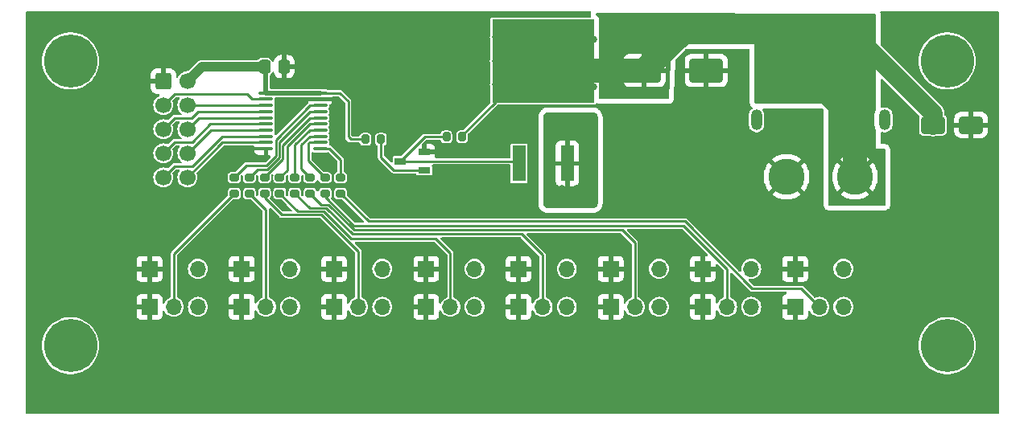
<source format=gbr>
%TF.GenerationSoftware,KiCad,Pcbnew,8.0.3*%
%TF.CreationDate,2024-11-21T16:05:02+01:00*%
%TF.ProjectId,LED Board,4c454420-426f-4617-9264-2e6b69636164,rev?*%
%TF.SameCoordinates,Original*%
%TF.FileFunction,Copper,L1,Top*%
%TF.FilePolarity,Positive*%
%FSLAX46Y46*%
G04 Gerber Fmt 4.6, Leading zero omitted, Abs format (unit mm)*
G04 Created by KiCad (PCBNEW 8.0.3) date 2024-11-21 16:05:02*
%MOMM*%
%LPD*%
G01*
G04 APERTURE LIST*
G04 Aperture macros list*
%AMRoundRect*
0 Rectangle with rounded corners*
0 $1 Rounding radius*
0 $2 $3 $4 $5 $6 $7 $8 $9 X,Y pos of 4 corners*
0 Add a 4 corners polygon primitive as box body*
4,1,4,$2,$3,$4,$5,$6,$7,$8,$9,$2,$3,0*
0 Add four circle primitives for the rounded corners*
1,1,$1+$1,$2,$3*
1,1,$1+$1,$4,$5*
1,1,$1+$1,$6,$7*
1,1,$1+$1,$8,$9*
0 Add four rect primitives between the rounded corners*
20,1,$1+$1,$2,$3,$4,$5,0*
20,1,$1+$1,$4,$5,$6,$7,0*
20,1,$1+$1,$6,$7,$8,$9,0*
20,1,$1+$1,$8,$9,$2,$3,0*%
G04 Aperture macros list end*
%TA.AperFunction,SMDPad,CuDef*%
%ADD10RoundRect,0.200000X-0.275000X0.200000X-0.275000X-0.200000X0.275000X-0.200000X0.275000X0.200000X0*%
%TD*%
%TA.AperFunction,ComponentPad*%
%ADD11R,1.700000X1.700000*%
%TD*%
%TA.AperFunction,ComponentPad*%
%ADD12O,1.700000X1.700000*%
%TD*%
%TA.AperFunction,ComponentPad*%
%ADD13C,3.600000*%
%TD*%
%TA.AperFunction,ConnectorPad*%
%ADD14C,5.600000*%
%TD*%
%TA.AperFunction,SMDPad,CuDef*%
%ADD15RoundRect,0.200000X-0.200000X-0.275000X0.200000X-0.275000X0.200000X0.275000X-0.200000X0.275000X0*%
%TD*%
%TA.AperFunction,SMDPad,CuDef*%
%ADD16R,1.250000X0.700000*%
%TD*%
%TA.AperFunction,SMDPad,CuDef*%
%ADD17RoundRect,0.250000X-0.337500X-0.475000X0.337500X-0.475000X0.337500X0.475000X-0.337500X0.475000X0*%
%TD*%
%TA.AperFunction,SMDPad,CuDef*%
%ADD18RoundRect,0.250000X-1.000000X-0.650000X1.000000X-0.650000X1.000000X0.650000X-1.000000X0.650000X0*%
%TD*%
%TA.AperFunction,SMDPad,CuDef*%
%ADD19RoundRect,0.250000X-1.500000X-1.000000X1.500000X-1.000000X1.500000X1.000000X-1.500000X1.000000X0*%
%TD*%
%TA.AperFunction,ComponentPad*%
%ADD20RoundRect,0.250000X-0.600000X-0.600000X0.600000X-0.600000X0.600000X0.600000X-0.600000X0.600000X0*%
%TD*%
%TA.AperFunction,ComponentPad*%
%ADD21C,1.700000*%
%TD*%
%TA.AperFunction,SMDPad,CuDef*%
%ADD22R,1.400000X3.800000*%
%TD*%
%TA.AperFunction,SMDPad,CuDef*%
%ADD23R,10.700000X8.800000*%
%TD*%
%TA.AperFunction,SMDPad,CuDef*%
%ADD24RoundRect,0.100000X-0.637500X-0.100000X0.637500X-0.100000X0.637500X0.100000X-0.637500X0.100000X0*%
%TD*%
%TA.AperFunction,ComponentPad*%
%ADD25C,3.800000*%
%TD*%
%TA.AperFunction,ComponentPad*%
%ADD26O,1.200000X2.200000*%
%TD*%
%TA.AperFunction,ViaPad*%
%ADD27C,0.800000*%
%TD*%
%TA.AperFunction,Conductor*%
%ADD28C,4.000000*%
%TD*%
%TA.AperFunction,Conductor*%
%ADD29C,2.000000*%
%TD*%
%TA.AperFunction,Conductor*%
%ADD30C,2.500000*%
%TD*%
%TA.AperFunction,Conductor*%
%ADD31C,1.000000*%
%TD*%
%TA.AperFunction,Conductor*%
%ADD32C,0.250000*%
%TD*%
%TA.AperFunction,Conductor*%
%ADD33C,0.500000*%
%TD*%
G04 APERTURE END LIST*
D10*
%TO.P,R2,1*%
%TO.N,Net-(U1-B1)*%
X91600000Y-57305000D03*
%TO.P,R2,2*%
%TO.N,/LED_B_2*%
X91600000Y-58955000D03*
%TD*%
D11*
%TO.P,J7,1,Pin_1*%
%TO.N,GND*%
X139308000Y-70911000D03*
D12*
%TO.P,J7,2,Pin_2*%
%TO.N,/LED_B_7*%
X141848000Y-70911000D03*
%TO.P,J7,3,Pin_3*%
%TO.N,+12V*%
X144388000Y-70911000D03*
%TD*%
D11*
%TO.P,J16,1,Pin_1*%
%TO.N,GND*%
X149008000Y-66904000D03*
D12*
%TO.P,J16,3,Pin_3*%
%TO.N,+12V*%
X154088000Y-66904000D03*
%TD*%
D11*
%TO.P,J13,1,Pin_1*%
%TO.N,GND*%
X119908000Y-66904000D03*
D12*
%TO.P,J13,3,Pin_3*%
%TO.N,+12V*%
X124988000Y-66904000D03*
%TD*%
D11*
%TO.P,J6,1,Pin_1*%
%TO.N,GND*%
X129608000Y-70911000D03*
D12*
%TO.P,J6,2,Pin_2*%
%TO.N,/LED_B_6*%
X132148000Y-70911000D03*
%TO.P,J6,3,Pin_3*%
%TO.N,+12V*%
X134688000Y-70911000D03*
%TD*%
D11*
%TO.P,J14,1,Pin_1*%
%TO.N,GND*%
X129608000Y-66904000D03*
D12*
%TO.P,J14,3,Pin_3*%
%TO.N,+12V*%
X134688000Y-66904000D03*
%TD*%
D11*
%TO.P,J4,1,Pin_1*%
%TO.N,GND*%
X110208000Y-70911000D03*
D12*
%TO.P,J4,2,Pin_2*%
%TO.N,/LED_B_4*%
X112748000Y-70911000D03*
%TO.P,J4,3,Pin_3*%
%TO.N,+12V*%
X115288000Y-70911000D03*
%TD*%
D13*
%TO.P,H3,1,1*%
%TO.N,unconnected-(H3-Pad1)*%
X165000000Y-45000000D03*
D14*
X165000000Y-45000000D03*
%TD*%
D11*
%TO.P,J10,1,Pin_1*%
%TO.N,GND*%
X90808000Y-66904000D03*
D12*
%TO.P,J10,3,Pin_3*%
%TO.N,+12V*%
X95888000Y-66904000D03*
%TD*%
D10*
%TO.P,R7,1*%
%TO.N,Net-(U1-B6)*%
X99562852Y-57305000D03*
%TO.P,R7,2*%
%TO.N,/LED_B_7*%
X99562852Y-58955000D03*
%TD*%
D13*
%TO.P,H1,1,1*%
%TO.N,unconnected-(H1-Pad1)*%
X72800000Y-45000000D03*
D14*
X72800000Y-45000000D03*
%TD*%
D11*
%TO.P,J1,1,Pin_1*%
%TO.N,GND*%
X81108000Y-70911000D03*
D12*
%TO.P,J1,2,Pin_2*%
%TO.N,/LED_B_1*%
X83648000Y-70911000D03*
%TO.P,J1,3,Pin_3*%
%TO.N,+12V*%
X86188000Y-70911000D03*
%TD*%
D15*
%TO.P,R9,1*%
%TO.N,+5V*%
X103804026Y-53259919D03*
%TO.P,R9,2*%
%TO.N,Net-(Q2-B)*%
X105454026Y-53259919D03*
%TD*%
D11*
%TO.P,J11,1,Pin_1*%
%TO.N,GND*%
X100508000Y-66904000D03*
D12*
%TO.P,J11,3,Pin_3*%
%TO.N,+12V*%
X105588000Y-66904000D03*
%TD*%
D16*
%TO.P,Q2,1,E*%
%TO.N,GND*%
X110000000Y-54600000D03*
%TO.P,Q2,2,B*%
%TO.N,Net-(Q2-B)*%
X110000000Y-56500000D03*
%TO.P,Q2,3,C*%
%TO.N,Net-(Q2-C)*%
X107500000Y-55550000D03*
%TD*%
D17*
%TO.P,C1,1*%
%TO.N,+5V*%
X93196500Y-45593000D03*
%TO.P,C1,2*%
%TO.N,GND*%
X95271500Y-45593000D03*
%TD*%
D11*
%TO.P,J5,1,Pin_1*%
%TO.N,GND*%
X119908000Y-70911000D03*
D12*
%TO.P,J5,2,Pin_2*%
%TO.N,/LED_B_5*%
X122448000Y-70911000D03*
%TO.P,J5,3,Pin_3*%
%TO.N,+12V*%
X124988000Y-70911000D03*
%TD*%
D18*
%TO.P,D1,1,K*%
%TO.N,+BATT*%
X163500000Y-51750000D03*
%TO.P,D1,2,A*%
%TO.N,GND*%
X167500000Y-51750000D03*
%TD*%
D15*
%TO.P,R10,1*%
%TO.N,Net-(Q2-C)*%
X112330000Y-53000000D03*
%TO.P,R10,2*%
%TO.N,+BATT*%
X113980000Y-53000000D03*
%TD*%
D10*
%TO.P,R3,1*%
%TO.N,Net-(U1-B2)*%
X93200000Y-57305000D03*
%TO.P,R3,2*%
%TO.N,/LED_B_3*%
X93200000Y-58955000D03*
%TD*%
D13*
%TO.P,H2,1,1*%
%TO.N,unconnected-(H2-Pad1)*%
X72800000Y-75000000D03*
D14*
X72800000Y-75000000D03*
%TD*%
D10*
%TO.P,R5,1*%
%TO.N,Net-(U1-B4)*%
X96400000Y-57305000D03*
%TO.P,R5,2*%
%TO.N,/LED_B_5*%
X96400000Y-58955000D03*
%TD*%
%TO.P,R8,1*%
%TO.N,Net-(U1-B7)*%
X101200000Y-57305000D03*
%TO.P,R8,2*%
%TO.N,/LED_B_8*%
X101200000Y-58955000D03*
%TD*%
D11*
%TO.P,J2,1,Pin_1*%
%TO.N,GND*%
X90808000Y-70911000D03*
D12*
%TO.P,J2,2,Pin_2*%
%TO.N,/LED_B_2*%
X93348000Y-70911000D03*
%TO.P,J2,3,Pin_3*%
%TO.N,+12V*%
X95888000Y-70911000D03*
%TD*%
D19*
%TO.P,C2,1*%
%TO.N,+BATT*%
X133150000Y-46000000D03*
%TO.P,C2,2*%
%TO.N,GND*%
X139650000Y-46000000D03*
%TD*%
D11*
%TO.P,J12,1,Pin_1*%
%TO.N,GND*%
X110208000Y-66904000D03*
D12*
%TO.P,J12,3,Pin_3*%
%TO.N,+12V*%
X115288000Y-66904000D03*
%TD*%
D11*
%TO.P,J9,1,Pin_1*%
%TO.N,GND*%
X81108000Y-66904000D03*
D12*
%TO.P,J9,3,Pin_3*%
%TO.N,+12V*%
X86188000Y-66904000D03*
%TD*%
D10*
%TO.P,R4,1*%
%TO.N,Net-(U1-B3)*%
X94800000Y-57305000D03*
%TO.P,R4,2*%
%TO.N,/LED_B_4*%
X94800000Y-58955000D03*
%TD*%
D11*
%TO.P,J15,1,Pin_1*%
%TO.N,GND*%
X139308000Y-66904000D03*
D12*
%TO.P,J15,3,Pin_3*%
%TO.N,+12V*%
X144388000Y-66904000D03*
%TD*%
D11*
%TO.P,J3,1,Pin_1*%
%TO.N,GND*%
X100508000Y-70911000D03*
D12*
%TO.P,J3,2,Pin_2*%
%TO.N,/LED_B_3*%
X103048000Y-70911000D03*
%TO.P,J3,3,Pin_3*%
%TO.N,+12V*%
X105588000Y-70911000D03*
%TD*%
D10*
%TO.P,R6,1*%
%TO.N,Net-(U1-B5)*%
X98000000Y-57305000D03*
%TO.P,R6,2*%
%TO.N,/LED_B_6*%
X98000000Y-58955000D03*
%TD*%
D20*
%TO.P,J18,1,Pin_1*%
%TO.N,GND*%
X82550000Y-47117000D03*
D21*
%TO.P,J18,2,Pin_2*%
%TO.N,+5V*%
X85090000Y-47117000D03*
%TO.P,J18,3,Pin_3*%
%TO.N,/LED_1*%
X82550000Y-49657000D03*
%TO.P,J18,4,Pin_4*%
%TO.N,/LED_2*%
X85090000Y-49657000D03*
%TO.P,J18,5,Pin_5*%
%TO.N,/LED_3*%
X82550000Y-52197000D03*
%TO.P,J18,6,Pin_6*%
%TO.N,/LED_4*%
X85090000Y-52197000D03*
%TO.P,J18,7,Pin_7*%
%TO.N,/LED_5*%
X82550000Y-54737000D03*
%TO.P,J18,8,Pin_8*%
%TO.N,/LED_6*%
X85090000Y-54737000D03*
%TO.P,J18,9,Pin_9*%
%TO.N,/LED_7*%
X82550000Y-57277000D03*
%TO.P,J18,10,Pin_10*%
%TO.N,/LED_8*%
X85090000Y-57277000D03*
%TD*%
D22*
%TO.P,U2,1,G*%
%TO.N,Net-(Q2-C)*%
X119960000Y-55800000D03*
D23*
%TO.P,U2,2,D*%
%TO.N,+BATT*%
X122500000Y-45000000D03*
D22*
%TO.P,U2,3,S*%
%TO.N,+12V*%
X125040000Y-55800000D03*
%TD*%
D10*
%TO.P,R1,1*%
%TO.N,Net-(U1-B0)*%
X90000000Y-57305000D03*
%TO.P,R1,2*%
%TO.N,/LED_B_1*%
X90000000Y-58955000D03*
%TD*%
D24*
%TO.P,U1,1,A->B*%
%TO.N,+5V*%
X93335000Y-48379000D03*
%TO.P,U1,2,A0*%
%TO.N,/LED_1*%
X93335000Y-49029000D03*
%TO.P,U1,3,A1*%
%TO.N,/LED_2*%
X93335000Y-49679000D03*
%TO.P,U1,4,A2*%
%TO.N,/LED_3*%
X93335000Y-50329000D03*
%TO.P,U1,5,A3*%
%TO.N,/LED_4*%
X93335000Y-50979000D03*
%TO.P,U1,6,A4*%
%TO.N,/LED_5*%
X93335000Y-51629000D03*
%TO.P,U1,7,A5*%
%TO.N,/LED_6*%
X93335000Y-52279000D03*
%TO.P,U1,8,A6*%
%TO.N,/LED_7*%
X93335000Y-52929000D03*
%TO.P,U1,9,A7*%
%TO.N,/LED_8*%
X93335000Y-53579000D03*
%TO.P,U1,10,GND*%
%TO.N,GND*%
X93335000Y-54229000D03*
%TO.P,U1,11,B7*%
%TO.N,Net-(U1-B7)*%
X99060000Y-54229000D03*
%TO.P,U1,12,B6*%
%TO.N,Net-(U1-B6)*%
X99060000Y-53579000D03*
%TO.P,U1,13,B5*%
%TO.N,Net-(U1-B5)*%
X99060000Y-52929000D03*
%TO.P,U1,14,B4*%
%TO.N,Net-(U1-B4)*%
X99060000Y-52279000D03*
%TO.P,U1,15,B3*%
%TO.N,Net-(U1-B3)*%
X99060000Y-51629000D03*
%TO.P,U1,16,B2*%
%TO.N,Net-(U1-B2)*%
X99060000Y-50979000D03*
%TO.P,U1,17,B1*%
%TO.N,Net-(U1-B1)*%
X99060000Y-50329000D03*
%TO.P,U1,18,B0*%
%TO.N,Net-(U1-B0)*%
X99060000Y-49679000D03*
%TO.P,U1,19,CE*%
%TO.N,GND*%
X99060000Y-49029000D03*
%TO.P,U1,20,VCC*%
%TO.N,+5V*%
X99060000Y-48379000D03*
%TD*%
D25*
%TO.P,CN1,1,-*%
%TO.N,GND*%
X148100000Y-57200000D03*
%TO.P,CN1,2,+*%
%TO.N,+BATT*%
X155300000Y-57200000D03*
D26*
%TO.P,CN1,3,3*%
%TO.N,unconnected-(CN1-Pad3)*%
X158450000Y-51200000D03*
%TO.P,CN1,4,4*%
%TO.N,unconnected-(CN1-Pad4)*%
X144950000Y-51200000D03*
%TD*%
D11*
%TO.P,J8,1,Pin_1*%
%TO.N,GND*%
X149008000Y-70911000D03*
D12*
%TO.P,J8,2,Pin_2*%
%TO.N,/LED_B_8*%
X151548000Y-70911000D03*
%TO.P,J8,3,Pin_3*%
%TO.N,+12V*%
X154088000Y-70911000D03*
%TD*%
D13*
%TO.P,H4,1,1*%
%TO.N,unconnected-(H4-Pad1)*%
X165000000Y-75000000D03*
D14*
X165000000Y-75000000D03*
%TD*%
D27*
%TO.N,+BATT*%
X149500000Y-43750000D03*
X149500000Y-46750000D03*
X149500000Y-41000000D03*
X149500000Y-45250000D03*
X149500000Y-42500000D03*
X150750000Y-43750000D03*
X150750000Y-46750000D03*
X150750000Y-41000000D03*
X150750000Y-45250000D03*
X150750000Y-42500000D03*
X152000000Y-43750000D03*
X152000000Y-46750000D03*
X152000000Y-41000000D03*
X152000000Y-45250000D03*
X152000000Y-42500000D03*
%TO.N,+12V*%
X123500000Y-52750000D03*
X123000000Y-56750000D03*
X123000000Y-53750000D03*
X123000000Y-55250000D03*
X123000000Y-59500000D03*
X123000000Y-58000000D03*
%TO.N,+BATT*%
X126500000Y-46750000D03*
X127750000Y-47750000D03*
X127750000Y-45250000D03*
X126500000Y-44250000D03*
X127750000Y-42750000D03*
X124000000Y-46750000D03*
X125250000Y-47750000D03*
X125250000Y-45250000D03*
X124000000Y-44250000D03*
X125250000Y-42750000D03*
X122500000Y-42500000D03*
X120000000Y-42500000D03*
X117500000Y-47500000D03*
X120000000Y-47500000D03*
X121250000Y-44000000D03*
X120000000Y-45000000D03*
X118750000Y-46250000D03*
X118750000Y-43750000D03*
X122500000Y-45000000D03*
X122500000Y-47500000D03*
X121250000Y-46500000D03*
X117500000Y-45000000D03*
X117500000Y-42500000D03*
X153500000Y-42500000D03*
X153500000Y-45250000D03*
%TO.N,+12V*%
X127250000Y-58000000D03*
%TO.N,+BATT*%
X156500000Y-41000000D03*
X156500000Y-45250000D03*
%TO.N,+12V*%
X127250000Y-59500000D03*
X124500000Y-52250000D03*
%TO.N,+BATT*%
X155000000Y-41000000D03*
%TO.N,+12V*%
X124500000Y-59500000D03*
X126000000Y-59500000D03*
%TO.N,+BATT*%
X156500000Y-46750000D03*
%TO.N,+12V*%
X125750000Y-52250000D03*
%TO.N,+BATT*%
X153500000Y-41000000D03*
X153500000Y-46750000D03*
X155000000Y-46750000D03*
%TO.N,+12V*%
X126000000Y-58500000D03*
X124500000Y-58500000D03*
X127250000Y-55250000D03*
%TO.N,+BATT*%
X155000000Y-43750000D03*
%TO.N,+12V*%
X127250000Y-53750000D03*
%TO.N,+BATT*%
X155000000Y-45250000D03*
X155000000Y-42500000D03*
X156500000Y-42500000D03*
%TO.N,+12V*%
X126750000Y-52500000D03*
X127250000Y-56750000D03*
%TO.N,+BATT*%
X156500000Y-43750000D03*
X153500000Y-43750000D03*
%TO.N,GND*%
X137500000Y-55500000D03*
X140500000Y-56500000D03*
X137500000Y-53500000D03*
X140500000Y-52500000D03*
X139000000Y-52500000D03*
X140500000Y-55500000D03*
X137500000Y-56500000D03*
X140500000Y-54500000D03*
X139000000Y-54500000D03*
X137500000Y-54500000D03*
X139000000Y-57500000D03*
X137500000Y-52500000D03*
X139000000Y-55500000D03*
X139000000Y-53500000D03*
X140500000Y-53500000D03*
X140500000Y-57500000D03*
X139000000Y-56500000D03*
X137500000Y-57500000D03*
X157750000Y-80250000D03*
X159250000Y-76250000D03*
X160750000Y-80250000D03*
X160750000Y-76250000D03*
X160750000Y-77250000D03*
X157750000Y-79250000D03*
X159250000Y-79250000D03*
X159250000Y-75250000D03*
X159250000Y-77250000D03*
X157750000Y-78250000D03*
X160750000Y-75250000D03*
X157750000Y-76250000D03*
X159250000Y-80250000D03*
X157750000Y-77250000D03*
X160750000Y-78250000D03*
X157750000Y-75250000D03*
X159250000Y-78250000D03*
X160750000Y-79250000D03*
%TD*%
D28*
%TO.N,GND*%
X139000000Y-57500000D02*
X144250000Y-62750000D01*
X144250000Y-62750000D02*
X156750000Y-62750000D01*
X156750000Y-62750000D02*
X159250000Y-65250000D01*
X159250000Y-65250000D02*
X159250000Y-79250000D01*
D29*
%TO.N,+BATT*%
X163500000Y-51750000D02*
X163500000Y-50500000D01*
X163500000Y-50500000D02*
X156750000Y-43750000D01*
X156750000Y-43750000D02*
X156500000Y-43750000D01*
D30*
X133150000Y-46000000D02*
X137400000Y-41750000D01*
X137400000Y-41750000D02*
X145850000Y-41750000D01*
X145850000Y-41750000D02*
X155300000Y-51200000D01*
X155300000Y-51200000D02*
X155300000Y-57200000D01*
D29*
%TO.N,GND*%
X160750000Y-75250000D02*
X160750000Y-80250000D01*
X157750000Y-75250000D02*
X157750000Y-80250000D01*
X137500000Y-52500000D02*
X137500000Y-57500000D01*
X140500000Y-52500000D02*
X140500000Y-57500000D01*
X139000000Y-52500000D02*
X139000000Y-57500000D01*
D30*
%TO.N,+BATT*%
X133150000Y-46000000D02*
X123500000Y-46000000D01*
X123500000Y-46000000D02*
X122500000Y-45000000D01*
D31*
%TO.N,+5V*%
X86614000Y-45593000D02*
X93196500Y-45593000D01*
D32*
X102259919Y-53259919D02*
X102000000Y-53000000D01*
D33*
X93335000Y-45731500D02*
X93196500Y-45593000D01*
D32*
X102000000Y-49280500D02*
X101098500Y-48379000D01*
X102000000Y-53000000D02*
X102000000Y-49280500D01*
D31*
X85090000Y-47117000D02*
X86614000Y-45593000D01*
D32*
X103804026Y-53259919D02*
X102259919Y-53259919D01*
D33*
X93335000Y-48379000D02*
X99060000Y-48379000D01*
X93335000Y-48379000D02*
X93335000Y-45731500D01*
D32*
X101098500Y-48379000D02*
X99060000Y-48379000D01*
%TO.N,+BATT*%
X117500000Y-49300000D02*
X117500000Y-47500000D01*
X113800000Y-53000000D02*
X117500000Y-49300000D01*
%TO.N,/LED_B_1*%
X83648000Y-65352000D02*
X90045000Y-58955000D01*
X83648000Y-70911000D02*
X83648000Y-65352000D01*
%TO.N,/LED_B_2*%
X93348000Y-70911000D02*
X93400000Y-70859000D01*
X93348000Y-70911000D02*
X93348000Y-60703000D01*
X93348000Y-60703000D02*
X91600000Y-58955000D01*
%TO.N,/LED_B_3*%
X103048000Y-70911000D02*
X103048000Y-65048000D01*
X99200000Y-61200000D02*
X95000000Y-61200000D01*
X95000000Y-61200000D02*
X93200000Y-59400000D01*
X103048000Y-65048000D02*
X99200000Y-61200000D01*
X93200000Y-59400000D02*
X93200000Y-58955000D01*
%TO.N,/LED_B_4*%
X99450000Y-60850000D02*
X102326371Y-63726371D01*
X111226371Y-63726371D02*
X112748000Y-65248000D01*
X94800000Y-58955000D02*
X96695000Y-60850000D01*
X102326371Y-63726371D02*
X111226371Y-63726371D01*
X112748000Y-65248000D02*
X112748000Y-70911000D01*
X96695000Y-60850000D02*
X99450000Y-60850000D01*
%TO.N,/LED_B_5*%
X122448000Y-65448000D02*
X120246000Y-63246000D01*
X102446000Y-63246000D02*
X99700000Y-60500000D01*
X122448000Y-70911000D02*
X122448000Y-65448000D01*
X99700000Y-60500000D02*
X97945000Y-60500000D01*
X97945000Y-60500000D02*
X96400000Y-58955000D01*
X120246000Y-63246000D02*
X102446000Y-63246000D01*
%TO.N,/LED_B_6*%
X132148000Y-70911000D02*
X132148000Y-64148000D01*
X99195000Y-60150000D02*
X98000000Y-58955000D01*
X99950000Y-60150000D02*
X99195000Y-60150000D01*
X130796000Y-62796000D02*
X102596000Y-62796000D01*
X102596000Y-62796000D02*
X99950000Y-60150000D01*
X132148000Y-64148000D02*
X130796000Y-62796000D01*
%TO.N,/LED_B_7*%
X99562852Y-59355000D02*
X99562852Y-58955000D01*
X102553852Y-62346000D02*
X99562852Y-59355000D01*
X141848000Y-66951554D02*
X137242446Y-62346000D01*
X137242446Y-62346000D02*
X102553852Y-62346000D01*
X141848000Y-70911000D02*
X141848000Y-66951554D01*
%TO.N,/LED_B_8*%
X104141000Y-61896000D02*
X101200000Y-58955000D01*
X151548000Y-70911000D02*
X149637000Y-69000000D01*
X149637000Y-69000000D02*
X144500000Y-69000000D01*
X144500000Y-69000000D02*
X137396000Y-61896000D01*
X137396000Y-61896000D02*
X104141000Y-61896000D01*
%TO.N,/LED_1*%
X83725000Y-48482000D02*
X91345000Y-48482000D01*
X91345000Y-48482000D02*
X91892000Y-49029000D01*
X82550000Y-49657000D02*
X83725000Y-48482000D01*
X91892000Y-49029000D02*
X93335000Y-49029000D01*
%TO.N,/LED_2*%
X85112000Y-49679000D02*
X85090000Y-49657000D01*
X93335000Y-49679000D02*
X85112000Y-49679000D01*
%TO.N,/LED_3*%
X93335000Y-50329000D02*
X86196000Y-50329000D01*
X85503000Y-51022000D02*
X83725000Y-51022000D01*
X83725000Y-51022000D02*
X82550000Y-52197000D01*
X86196000Y-50329000D02*
X85503000Y-51022000D01*
%TO.N,/LED_4*%
X86308000Y-50979000D02*
X85090000Y-52197000D01*
X93335000Y-50979000D02*
X86308000Y-50979000D01*
%TO.N,/LED_5*%
X85576701Y-53562000D02*
X83725000Y-53562000D01*
X83725000Y-53562000D02*
X82550000Y-54737000D01*
X87509701Y-51629000D02*
X85576701Y-53562000D01*
X93335000Y-51629000D02*
X87509701Y-51629000D01*
%TO.N,/LED_8*%
X85090000Y-57277000D02*
X88788000Y-53579000D01*
X88788000Y-53579000D02*
X93335000Y-53579000D01*
%TO.N,/LED_7*%
X93335000Y-52929000D02*
X88749701Y-52929000D01*
X85576701Y-56102000D02*
X83725000Y-56102000D01*
X83725000Y-56102000D02*
X82550000Y-57277000D01*
X88749701Y-52929000D02*
X85576701Y-56102000D01*
%TO.N,/LED_6*%
X87548000Y-52279000D02*
X85090000Y-54737000D01*
X93335000Y-52279000D02*
X87548000Y-52279000D01*
%TO.N,Net-(U1-B0)*%
X90000000Y-57305000D02*
X90000000Y-57000000D01*
X93400000Y-56000000D02*
X91305000Y-56000000D01*
X98013624Y-49679000D02*
X94397500Y-53295124D01*
X99060000Y-49679000D02*
X98013624Y-49679000D01*
X91305000Y-56000000D02*
X90000000Y-57305000D01*
X94397500Y-53295124D02*
X94397500Y-55002500D01*
X94397500Y-55002500D02*
X93400000Y-56000000D01*
%TO.N,Net-(U1-B1)*%
X98000020Y-50329000D02*
X99060000Y-50329000D01*
X94747500Y-53581520D02*
X98000020Y-50329000D01*
X94747500Y-55152500D02*
X94747500Y-53581520D01*
X92505000Y-56400000D02*
X93500000Y-56400000D01*
X93500000Y-56400000D02*
X94747500Y-55152500D01*
X91600000Y-57305000D02*
X92505000Y-56400000D01*
%TO.N,Net-(U1-B2)*%
X95097500Y-55302500D02*
X93200000Y-57200000D01*
X97986416Y-50979000D02*
X95097500Y-53867916D01*
X93200000Y-57200000D02*
X93200000Y-57305000D01*
X95097500Y-53867916D02*
X95097500Y-55302500D01*
X99060000Y-50979000D02*
X97986416Y-50979000D01*
%TO.N,Net-(U1-B3)*%
X97972812Y-51629000D02*
X95600000Y-54001812D01*
X95600000Y-54001812D02*
X95600000Y-56505000D01*
X95600000Y-56505000D02*
X94800000Y-57305000D01*
X99060000Y-51629000D02*
X97972812Y-51629000D01*
%TO.N,Net-(U1-B4)*%
X99060000Y-52279000D02*
X97959208Y-52279000D01*
X96400000Y-53838208D02*
X96400000Y-57305000D01*
X97959208Y-52279000D02*
X96400000Y-53838208D01*
%TO.N,Net-(U1-B5)*%
X97086000Y-56391000D02*
X98000000Y-57305000D01*
X97086000Y-53788604D02*
X97086000Y-56391000D01*
X97945604Y-52929000D02*
X97086000Y-53788604D01*
X99060000Y-52929000D02*
X97945604Y-52929000D01*
%TO.N,Net-(U1-B6)*%
X99060000Y-53579000D02*
X97932000Y-53579000D01*
X97800000Y-55542148D02*
X97800000Y-53711000D01*
X99562852Y-57305000D02*
X97800000Y-55542148D01*
X97932000Y-53579000D02*
X97800000Y-53711000D01*
%TO.N,Net-(U1-B7)*%
X99060000Y-54229000D02*
X100029000Y-54229000D01*
X100029000Y-54229000D02*
X101200000Y-55400000D01*
X101200000Y-55400000D02*
X101200000Y-57305000D01*
%TO.N,Net-(Q2-C)*%
X112330000Y-53000000D02*
X110050000Y-53000000D01*
X107500000Y-55550000D02*
X119710000Y-55550000D01*
X119710000Y-55550000D02*
X119960000Y-55800000D01*
X107500000Y-55550000D02*
X110050000Y-53000000D01*
%TO.N,Net-(Q2-B)*%
X105454026Y-55129026D02*
X106825000Y-56500000D01*
X105454026Y-53259919D02*
X105454026Y-55129026D01*
X106825000Y-56500000D02*
X110000000Y-56500000D01*
%TD*%
%TA.AperFunction,Conductor*%
%TO.N,GND*%
G36*
X127498315Y-39770685D02*
G01*
X127544070Y-39823489D01*
X127554014Y-39892647D01*
X127552441Y-39901364D01*
X127529639Y-40006155D01*
X127539895Y-40149671D01*
X127554742Y-40217941D01*
X127560050Y-40232174D01*
X127565029Y-40301866D01*
X127531540Y-40363187D01*
X127470215Y-40396668D01*
X127443865Y-40399500D01*
X117130247Y-40399500D01*
X117071770Y-40411131D01*
X117071769Y-40411132D01*
X117005447Y-40455447D01*
X116961132Y-40521769D01*
X116961131Y-40521770D01*
X116949500Y-40580247D01*
X116949500Y-42235176D01*
X116940061Y-42282628D01*
X116914957Y-42343234D01*
X116914955Y-42343239D01*
X116894318Y-42499998D01*
X116894318Y-42500001D01*
X116914955Y-42656760D01*
X116914956Y-42656762D01*
X116940061Y-42717370D01*
X116949500Y-42764823D01*
X116949500Y-44735176D01*
X116940061Y-44782628D01*
X116914957Y-44843234D01*
X116914955Y-44843239D01*
X116894318Y-44999998D01*
X116894318Y-45000001D01*
X116914955Y-45156760D01*
X116914956Y-45156762D01*
X116940061Y-45217370D01*
X116949500Y-45264823D01*
X116949500Y-47235176D01*
X116940061Y-47282628D01*
X116914957Y-47343234D01*
X116914955Y-47343239D01*
X116894318Y-47499998D01*
X116894318Y-47500001D01*
X116914955Y-47656760D01*
X116914956Y-47656762D01*
X116940061Y-47717370D01*
X116949500Y-47764823D01*
X116949500Y-49338810D01*
X116929815Y-49405849D01*
X116913181Y-49426491D01*
X114051490Y-52288181D01*
X113990167Y-52321666D01*
X113963810Y-52324500D01*
X113748482Y-52324500D01*
X113667519Y-52337323D01*
X113654696Y-52339354D01*
X113541658Y-52396950D01*
X113541657Y-52396951D01*
X113541652Y-52396954D01*
X113451954Y-52486652D01*
X113451951Y-52486657D01*
X113394352Y-52599698D01*
X113379500Y-52693475D01*
X113379500Y-53306517D01*
X113388259Y-53361819D01*
X113394354Y-53400304D01*
X113451950Y-53513342D01*
X113451952Y-53513344D01*
X113451954Y-53513347D01*
X113541652Y-53603045D01*
X113541654Y-53603046D01*
X113541658Y-53603050D01*
X113653860Y-53660220D01*
X113654698Y-53660647D01*
X113748475Y-53675499D01*
X113748481Y-53675500D01*
X114211518Y-53675499D01*
X114305304Y-53660646D01*
X114418342Y-53603050D01*
X114508050Y-53513342D01*
X114565646Y-53400304D01*
X114565646Y-53400302D01*
X114565647Y-53400301D01*
X114580499Y-53306524D01*
X114580500Y-53306519D01*
X114580499Y-52731187D01*
X114600183Y-52664149D01*
X114616813Y-52643512D01*
X116352187Y-50908139D01*
X121994500Y-50908139D01*
X121994500Y-59991859D01*
X121995583Y-60024942D01*
X121996644Y-60041131D01*
X121999887Y-60074049D01*
X122013730Y-60179198D01*
X122026630Y-60244054D01*
X122035008Y-60275323D01*
X122056262Y-60337934D01*
X122056266Y-60337945D01*
X122093714Y-60428354D01*
X122122970Y-60487680D01*
X122139149Y-60515702D01*
X122175880Y-60570673D01*
X122175885Y-60570680D01*
X122235468Y-60648330D01*
X122248175Y-60662819D01*
X122279070Y-60698048D01*
X122301950Y-60720928D01*
X122301956Y-60720933D01*
X122351669Y-60764531D01*
X122429319Y-60824114D01*
X122429325Y-60824118D01*
X122484296Y-60860849D01*
X122512318Y-60877028D01*
X122512322Y-60877030D01*
X122512329Y-60877034D01*
X122571635Y-60906280D01*
X122571640Y-60906282D01*
X122571644Y-60906284D01*
X122616848Y-60925008D01*
X122662062Y-60943736D01*
X122724674Y-60964990D01*
X122755941Y-60973368D01*
X122820793Y-60986268D01*
X122866649Y-60992305D01*
X122866652Y-60992306D01*
X122866652Y-60992305D01*
X122900361Y-60996743D01*
X122912922Y-60998397D01*
X122912922Y-60998398D01*
X122925946Y-61000113D01*
X122951993Y-61002678D01*
X122958862Y-61003355D01*
X122958867Y-61003355D01*
X122958874Y-61003356D01*
X122975059Y-61004417D01*
X123008126Y-61005500D01*
X123008140Y-61005500D01*
X127741860Y-61005500D01*
X127741874Y-61005500D01*
X127774943Y-61004417D01*
X127791127Y-61003356D01*
X127824042Y-61000114D01*
X127835382Y-60998621D01*
X127929208Y-60986268D01*
X127994058Y-60973368D01*
X128025325Y-60964990D01*
X128087937Y-60943736D01*
X128178364Y-60906280D01*
X128237670Y-60877034D01*
X128265703Y-60860849D01*
X128320680Y-60824114D01*
X128398330Y-60764531D01*
X128448043Y-60720933D01*
X128470933Y-60698043D01*
X128514531Y-60648330D01*
X128574114Y-60570680D01*
X128610849Y-60515703D01*
X128627034Y-60487670D01*
X128656280Y-60428364D01*
X128693736Y-60337937D01*
X128714990Y-60275325D01*
X128723368Y-60244058D01*
X128736268Y-60179209D01*
X128750114Y-60074045D01*
X128753356Y-60041125D01*
X128754417Y-60024939D01*
X128755500Y-59991874D01*
X128755500Y-57199994D01*
X145695255Y-57199994D01*
X145695255Y-57200005D01*
X145714215Y-57501383D01*
X145714216Y-57501390D01*
X145770805Y-57798040D01*
X145864125Y-58085247D01*
X145864127Y-58085252D01*
X145992704Y-58358491D01*
X145992707Y-58358497D01*
X146154516Y-58613469D01*
X146235311Y-58711133D01*
X146913128Y-58033316D01*
X146993994Y-58144618D01*
X147155382Y-58306006D01*
X147266681Y-58386870D01*
X146586564Y-59066987D01*
X146586565Y-59066989D01*
X146811461Y-59230385D01*
X146811479Y-59230397D01*
X147076109Y-59375878D01*
X147076117Y-59375882D01*
X147356889Y-59487047D01*
X147356892Y-59487048D01*
X147649399Y-59562150D01*
X147948995Y-59599999D01*
X147949007Y-59600000D01*
X148250993Y-59600000D01*
X148251004Y-59599999D01*
X148550600Y-59562150D01*
X148843107Y-59487048D01*
X148843110Y-59487047D01*
X149123882Y-59375882D01*
X149123890Y-59375878D01*
X149388520Y-59230397D01*
X149388530Y-59230390D01*
X149613433Y-59066987D01*
X149613434Y-59066987D01*
X148933317Y-58386870D01*
X149044618Y-58306006D01*
X149206006Y-58144618D01*
X149286870Y-58033317D01*
X149964687Y-58711134D01*
X150045486Y-58613464D01*
X150207292Y-58358497D01*
X150207295Y-58358491D01*
X150335872Y-58085252D01*
X150335874Y-58085247D01*
X150429194Y-57798040D01*
X150485783Y-57501390D01*
X150485784Y-57501383D01*
X150504745Y-57200005D01*
X150504745Y-57199994D01*
X150485784Y-56898616D01*
X150485783Y-56898609D01*
X150429194Y-56601959D01*
X150335874Y-56314752D01*
X150335872Y-56314747D01*
X150207295Y-56041508D01*
X150207292Y-56041502D01*
X150045483Y-55786530D01*
X149964686Y-55688864D01*
X149286869Y-56366681D01*
X149206006Y-56255382D01*
X149044618Y-56093994D01*
X148933316Y-56013128D01*
X149613434Y-55333011D01*
X149613433Y-55333009D01*
X149388538Y-55169614D01*
X149388520Y-55169602D01*
X149123890Y-55024121D01*
X149123882Y-55024117D01*
X148843110Y-54912952D01*
X148843107Y-54912951D01*
X148550600Y-54837849D01*
X148251004Y-54800000D01*
X147948995Y-54800000D01*
X147649399Y-54837849D01*
X147356892Y-54912951D01*
X147356889Y-54912952D01*
X147076117Y-55024117D01*
X147076109Y-55024121D01*
X146811476Y-55169604D01*
X146811471Y-55169607D01*
X146586565Y-55333010D01*
X146586564Y-55333011D01*
X147266682Y-56013129D01*
X147155382Y-56093994D01*
X146993994Y-56255382D01*
X146913129Y-56366682D01*
X146235311Y-55688864D01*
X146154520Y-55786525D01*
X146154518Y-55786528D01*
X145992707Y-56041502D01*
X145992704Y-56041508D01*
X145864127Y-56314747D01*
X145864125Y-56314752D01*
X145770805Y-56601959D01*
X145714216Y-56898609D01*
X145714215Y-56898616D01*
X145695255Y-57199994D01*
X128755500Y-57199994D01*
X128755500Y-50908125D01*
X128754417Y-50875060D01*
X128753356Y-50858874D01*
X128750114Y-50825954D01*
X128736268Y-50720790D01*
X128723368Y-50655941D01*
X128714990Y-50624674D01*
X128693736Y-50562062D01*
X128656280Y-50471635D01*
X128627034Y-50412329D01*
X128610849Y-50384296D01*
X128574114Y-50329319D01*
X128514531Y-50251669D01*
X128470933Y-50201956D01*
X128470928Y-50201950D01*
X128448048Y-50179070D01*
X128398336Y-50135473D01*
X128320695Y-50075896D01*
X128320690Y-50075893D01*
X128320684Y-50075888D01*
X128265697Y-50039146D01*
X128265693Y-50039143D01*
X128265680Y-50039135D01*
X128237673Y-50022967D01*
X128237663Y-50022961D01*
X128237650Y-50022954D01*
X128237636Y-50022947D01*
X128178365Y-49993719D01*
X128178357Y-49993715D01*
X128087945Y-49956266D01*
X128087934Y-49956262D01*
X128025323Y-49935008D01*
X127994054Y-49926630D01*
X127960203Y-49919897D01*
X127929204Y-49913731D01*
X127929201Y-49913730D01*
X127929198Y-49913730D01*
X127824049Y-49899887D01*
X127824043Y-49899886D01*
X127824040Y-49899886D01*
X127817883Y-49899279D01*
X127791131Y-49896644D01*
X127774942Y-49895583D01*
X127772736Y-49895510D01*
X127741874Y-49894500D01*
X123008126Y-49894500D01*
X122975059Y-49895583D01*
X122958858Y-49896645D01*
X122925957Y-49899885D01*
X122820803Y-49913729D01*
X122820801Y-49913729D01*
X122820796Y-49913730D01*
X122755952Y-49926628D01*
X122755947Y-49926629D01*
X122724692Y-49935003D01*
X122724684Y-49935005D01*
X122662076Y-49956256D01*
X122662052Y-49956265D01*
X122571666Y-49993703D01*
X122571630Y-49993720D01*
X122512324Y-50022966D01*
X122484296Y-50039149D01*
X122429325Y-50075879D01*
X122429297Y-50075900D01*
X122351666Y-50135469D01*
X122301937Y-50179082D01*
X122279082Y-50201937D01*
X122235469Y-50251666D01*
X122175887Y-50329313D01*
X122175876Y-50329328D01*
X122139149Y-50384295D01*
X122139137Y-50384314D01*
X122122960Y-50412336D01*
X122093720Y-50471631D01*
X122056266Y-50562053D01*
X122056262Y-50562064D01*
X122035008Y-50624675D01*
X122026630Y-50655944D01*
X122019399Y-50692300D01*
X122015365Y-50712583D01*
X122013733Y-50720786D01*
X122013731Y-50720792D01*
X121999887Y-50825949D01*
X121996644Y-50858867D01*
X121995583Y-50875056D01*
X121994500Y-50908139D01*
X116352187Y-50908139D01*
X117623508Y-49636819D01*
X117684831Y-49603334D01*
X117711189Y-49600500D01*
X127869750Y-49600500D01*
X127869751Y-49600499D01*
X127884568Y-49597552D01*
X127928229Y-49588868D01*
X127928229Y-49588867D01*
X127928231Y-49588867D01*
X127994552Y-49544552D01*
X128038867Y-49478231D01*
X128038867Y-49478230D01*
X128039605Y-49477126D01*
X128093217Y-49432321D01*
X128162542Y-49423614D01*
X128194219Y-49433223D01*
X128251613Y-49459434D01*
X128264541Y-49465338D01*
X128331580Y-49485023D01*
X128331584Y-49485024D01*
X128474000Y-49505500D01*
X128474003Y-49505500D01*
X135631267Y-49505500D01*
X135631274Y-49505500D01*
X135727975Y-49496164D01*
X135774538Y-49487089D01*
X135817229Y-49474409D01*
X135867651Y-49459434D01*
X135867652Y-49459432D01*
X135867656Y-49459432D01*
X135991961Y-49386976D01*
X136046703Y-49343558D01*
X136046704Y-49343557D01*
X136056364Y-49333342D01*
X136145559Y-49239016D01*
X136146258Y-49237648D01*
X136210959Y-49110857D01*
X136233537Y-49044736D01*
X136233537Y-49044735D01*
X136233537Y-49044732D01*
X136233565Y-49044652D01*
X136233777Y-49043456D01*
X136260180Y-48903344D01*
X136261196Y-48879989D01*
X136282005Y-48401358D01*
X136340761Y-47049986D01*
X137400001Y-47049986D01*
X137410494Y-47152697D01*
X137465641Y-47319119D01*
X137465643Y-47319124D01*
X137557684Y-47468345D01*
X137681654Y-47592315D01*
X137830875Y-47684356D01*
X137830880Y-47684358D01*
X137997302Y-47739505D01*
X137997309Y-47739506D01*
X138100019Y-47749999D01*
X139399999Y-47749999D01*
X139900000Y-47749999D01*
X141199972Y-47749999D01*
X141199986Y-47749998D01*
X141302697Y-47739505D01*
X141469119Y-47684358D01*
X141469124Y-47684356D01*
X141618345Y-47592315D01*
X141742315Y-47468345D01*
X141834356Y-47319124D01*
X141834358Y-47319119D01*
X141889505Y-47152697D01*
X141889506Y-47152690D01*
X141899999Y-47049986D01*
X141900000Y-47049973D01*
X141900000Y-46250000D01*
X139900000Y-46250000D01*
X139900000Y-47749999D01*
X139399999Y-47749999D01*
X139400000Y-47749998D01*
X139400000Y-46250000D01*
X137400001Y-46250000D01*
X137400001Y-47049986D01*
X136340761Y-47049986D01*
X136432064Y-44950013D01*
X137400000Y-44950013D01*
X137400000Y-45750000D01*
X139400000Y-45750000D01*
X139900000Y-45750000D01*
X141899999Y-45750000D01*
X141899999Y-44950028D01*
X141899998Y-44950013D01*
X141889505Y-44847302D01*
X141834358Y-44680880D01*
X141834356Y-44680875D01*
X141742315Y-44531654D01*
X141618345Y-44407684D01*
X141469124Y-44315643D01*
X141469119Y-44315641D01*
X141302697Y-44260494D01*
X141302690Y-44260493D01*
X141199986Y-44250000D01*
X139900000Y-44250000D01*
X139900000Y-45750000D01*
X139400000Y-45750000D01*
X139400000Y-44250000D01*
X138100028Y-44250000D01*
X138100012Y-44250001D01*
X137997302Y-44260494D01*
X137830880Y-44315641D01*
X137830875Y-44315643D01*
X137681654Y-44407684D01*
X137557684Y-44531654D01*
X137465643Y-44680875D01*
X137465641Y-44680880D01*
X137410494Y-44847302D01*
X137410493Y-44847309D01*
X137400000Y-44950013D01*
X136432064Y-44950013D01*
X136438185Y-44809221D01*
X136460762Y-44743103D01*
X136474380Y-44726935D01*
X137409498Y-43791819D01*
X137470821Y-43758334D01*
X137497179Y-43755500D01*
X144120500Y-43755500D01*
X144187539Y-43775185D01*
X144233294Y-43827989D01*
X144244500Y-43879500D01*
X144244500Y-49376000D01*
X144244501Y-49376009D01*
X144256052Y-49483450D01*
X144256054Y-49483462D01*
X144267260Y-49534972D01*
X144301383Y-49637497D01*
X144301386Y-49637503D01*
X144379171Y-49758537D01*
X144379179Y-49758548D01*
X144424925Y-49811342D01*
X144424927Y-49811345D01*
X144482369Y-49861119D01*
X144520143Y-49919897D01*
X144520143Y-49989767D01*
X144482368Y-50048544D01*
X144470059Y-50057932D01*
X144439709Y-50078211D01*
X144328213Y-50189707D01*
X144328210Y-50189711D01*
X144240609Y-50320814D01*
X144240602Y-50320827D01*
X144180264Y-50466498D01*
X144180261Y-50466510D01*
X144149500Y-50621153D01*
X144149500Y-51778846D01*
X144180261Y-51933489D01*
X144180264Y-51933501D01*
X144240602Y-52079172D01*
X144240609Y-52079185D01*
X144328210Y-52210288D01*
X144328213Y-52210292D01*
X144439707Y-52321786D01*
X144439711Y-52321789D01*
X144570814Y-52409390D01*
X144570827Y-52409397D01*
X144716498Y-52469735D01*
X144716503Y-52469737D01*
X144871153Y-52500499D01*
X144871156Y-52500500D01*
X144871158Y-52500500D01*
X145028844Y-52500500D01*
X145028845Y-52500499D01*
X145183497Y-52469737D01*
X145329179Y-52409394D01*
X145460289Y-52321789D01*
X145571789Y-52210289D01*
X145659394Y-52079179D01*
X145719737Y-51933497D01*
X145750500Y-51778842D01*
X145750500Y-50621158D01*
X145750500Y-50621155D01*
X145750499Y-50621153D01*
X145727928Y-50507684D01*
X145719737Y-50466503D01*
X145698670Y-50415643D01*
X145659397Y-50320827D01*
X145659390Y-50320814D01*
X145577589Y-50198391D01*
X145556711Y-50131714D01*
X145575195Y-50064333D01*
X145627174Y-50017643D01*
X145680691Y-50005500D01*
X151870500Y-50005500D01*
X151937539Y-50025185D01*
X151983294Y-50077989D01*
X151994500Y-50129500D01*
X151994500Y-57199999D01*
X151994500Y-60125500D01*
X151994501Y-60125509D01*
X152006052Y-60232950D01*
X152006054Y-60232962D01*
X152017260Y-60284472D01*
X152051383Y-60386997D01*
X152051386Y-60387003D01*
X152129171Y-60508037D01*
X152129179Y-60508048D01*
X152174923Y-60560840D01*
X152174926Y-60560843D01*
X152174930Y-60560847D01*
X152283664Y-60655067D01*
X152283667Y-60655068D01*
X152283668Y-60655069D01*
X152379020Y-60698616D01*
X152414541Y-60714838D01*
X152481580Y-60734523D01*
X152481584Y-60734524D01*
X152624000Y-60755000D01*
X156882279Y-60755000D01*
X156885759Y-60755049D01*
X156901821Y-60755500D01*
X156901826Y-60755500D01*
X158375990Y-60755500D01*
X158376000Y-60755500D01*
X158483456Y-60743947D01*
X158534967Y-60732741D01*
X158570459Y-60720928D01*
X158637497Y-60698616D01*
X158637501Y-60698613D01*
X158637504Y-60698613D01*
X158758543Y-60620825D01*
X158811347Y-60575070D01*
X158905567Y-60466336D01*
X158965338Y-60335459D01*
X158985023Y-60268420D01*
X158985024Y-60268416D01*
X159005500Y-60126000D01*
X159005500Y-54374000D01*
X158993947Y-54266544D01*
X158982741Y-54215033D01*
X158982637Y-54214722D01*
X158948616Y-54112502D01*
X158948613Y-54112496D01*
X158870828Y-53991462D01*
X158870825Y-53991457D01*
X158867517Y-53987639D01*
X158825076Y-53938659D01*
X158825072Y-53938656D01*
X158825070Y-53938653D01*
X158716336Y-53844433D01*
X158716333Y-53844431D01*
X158716331Y-53844430D01*
X158585465Y-53784664D01*
X158585460Y-53784662D01*
X158585459Y-53784662D01*
X158540766Y-53771538D01*
X158518417Y-53764976D01*
X158470944Y-53758150D01*
X158376000Y-53744500D01*
X158375998Y-53744500D01*
X158129500Y-53744500D01*
X158062461Y-53724815D01*
X158016706Y-53672011D01*
X158005500Y-53620500D01*
X158005500Y-52567915D01*
X158025185Y-52500876D01*
X158077989Y-52455121D01*
X158147147Y-52445177D01*
X158176951Y-52453354D01*
X158179160Y-52454269D01*
X158216497Y-52469735D01*
X158216499Y-52469735D01*
X158216503Y-52469737D01*
X158371153Y-52500499D01*
X158371156Y-52500500D01*
X158371158Y-52500500D01*
X158528844Y-52500500D01*
X158528845Y-52500499D01*
X158683497Y-52469737D01*
X158829179Y-52409394D01*
X158960289Y-52321789D01*
X159071789Y-52210289D01*
X159159394Y-52079179D01*
X159219737Y-51933497D01*
X159250500Y-51778842D01*
X159250500Y-50621158D01*
X159250500Y-50621155D01*
X159250499Y-50621153D01*
X159227928Y-50507684D01*
X159219737Y-50466503D01*
X159198670Y-50415643D01*
X159159397Y-50320827D01*
X159159390Y-50320814D01*
X159071789Y-50189711D01*
X159071786Y-50189707D01*
X158960292Y-50078213D01*
X158960288Y-50078210D01*
X158829185Y-49990609D01*
X158829172Y-49990602D01*
X158683501Y-49930264D01*
X158683489Y-49930261D01*
X158528845Y-49899500D01*
X158528842Y-49899500D01*
X158371158Y-49899500D01*
X158371155Y-49899500D01*
X158216510Y-49930261D01*
X158216498Y-49930264D01*
X158176952Y-49946645D01*
X158107483Y-49954114D01*
X158045004Y-49922838D01*
X158009352Y-49862749D01*
X158005500Y-49832084D01*
X158005500Y-47002625D01*
X158025185Y-46935586D01*
X158077989Y-46889831D01*
X158147147Y-46879887D01*
X158210703Y-46908912D01*
X158217181Y-46914944D01*
X162065998Y-50763761D01*
X162099483Y-50825084D01*
X162095359Y-50892396D01*
X162052353Y-51015301D01*
X162049500Y-51045730D01*
X162049500Y-52454269D01*
X162052353Y-52484699D01*
X162052353Y-52484701D01*
X162097206Y-52612880D01*
X162097207Y-52612882D01*
X162177850Y-52722150D01*
X162287118Y-52802793D01*
X162306866Y-52809703D01*
X162415299Y-52847646D01*
X162445730Y-52850500D01*
X162445734Y-52850500D01*
X162985755Y-52850500D01*
X163034075Y-52862102D01*
X163034664Y-52860681D01*
X163039161Y-52862543D01*
X163039168Y-52862547D01*
X163160488Y-52901966D01*
X163218881Y-52920940D01*
X163405514Y-52950500D01*
X163405519Y-52950500D01*
X163594486Y-52950500D01*
X163781118Y-52920940D01*
X163800218Y-52914734D01*
X163960832Y-52862547D01*
X163960842Y-52862541D01*
X163965336Y-52860681D01*
X163965924Y-52862102D01*
X164014245Y-52850500D01*
X164554270Y-52850500D01*
X164584699Y-52847646D01*
X164584701Y-52847646D01*
X164648790Y-52825219D01*
X164712882Y-52802793D01*
X164822150Y-52722150D01*
X164902793Y-52612882D01*
X164925219Y-52548790D01*
X164947646Y-52484701D01*
X164947646Y-52484699D01*
X164950500Y-52454269D01*
X164950500Y-52449986D01*
X165750001Y-52449986D01*
X165760494Y-52552697D01*
X165815641Y-52719119D01*
X165815643Y-52719124D01*
X165907684Y-52868345D01*
X166031654Y-52992315D01*
X166180875Y-53084356D01*
X166180880Y-53084358D01*
X166347302Y-53139505D01*
X166347309Y-53139506D01*
X166450019Y-53149999D01*
X167249999Y-53149999D01*
X167750000Y-53149999D01*
X168549972Y-53149999D01*
X168549986Y-53149998D01*
X168652697Y-53139505D01*
X168819119Y-53084358D01*
X168819124Y-53084356D01*
X168968345Y-52992315D01*
X169092315Y-52868345D01*
X169184356Y-52719124D01*
X169184358Y-52719119D01*
X169239505Y-52552697D01*
X169239506Y-52552690D01*
X169249999Y-52449986D01*
X169250000Y-52449973D01*
X169250000Y-52000000D01*
X167750000Y-52000000D01*
X167750000Y-53149999D01*
X167249999Y-53149999D01*
X167250000Y-53149998D01*
X167250000Y-52000000D01*
X165750001Y-52000000D01*
X165750001Y-52449986D01*
X164950500Y-52449986D01*
X164950500Y-51050013D01*
X165750000Y-51050013D01*
X165750000Y-51500000D01*
X167250000Y-51500000D01*
X167750000Y-51500000D01*
X169249999Y-51500000D01*
X169249999Y-51050028D01*
X169249998Y-51050013D01*
X169239505Y-50947302D01*
X169184358Y-50780880D01*
X169184356Y-50780875D01*
X169092315Y-50631654D01*
X168968345Y-50507684D01*
X168819124Y-50415643D01*
X168819119Y-50415641D01*
X168652697Y-50360494D01*
X168652690Y-50360493D01*
X168549986Y-50350000D01*
X167750000Y-50350000D01*
X167750000Y-51500000D01*
X167250000Y-51500000D01*
X167250000Y-50350000D01*
X166450028Y-50350000D01*
X166450012Y-50350001D01*
X166347302Y-50360494D01*
X166180880Y-50415641D01*
X166180875Y-50415643D01*
X166031654Y-50507684D01*
X165907684Y-50631654D01*
X165815643Y-50780875D01*
X165815641Y-50780880D01*
X165760494Y-50947302D01*
X165760493Y-50947309D01*
X165750000Y-51050013D01*
X164950500Y-51050013D01*
X164950500Y-51045730D01*
X164947646Y-51015300D01*
X164947646Y-51015298D01*
X164910149Y-50908140D01*
X164902793Y-50887118D01*
X164822150Y-50777850D01*
X164750866Y-50725240D01*
X164708615Y-50669592D01*
X164700500Y-50625470D01*
X164700500Y-50405513D01*
X164670940Y-50218881D01*
X164641898Y-50129500D01*
X164612547Y-50039168D01*
X164612545Y-50039165D01*
X164612545Y-50039163D01*
X164553274Y-49922838D01*
X164526760Y-49870801D01*
X164415690Y-49717927D01*
X164282073Y-49584310D01*
X159697760Y-44999996D01*
X161994415Y-44999996D01*
X161994415Y-45000003D01*
X162014738Y-45348927D01*
X162014739Y-45348938D01*
X162075428Y-45693127D01*
X162075430Y-45693134D01*
X162175674Y-46027972D01*
X162314107Y-46348895D01*
X162314113Y-46348908D01*
X162488870Y-46651597D01*
X162697584Y-46931949D01*
X162697589Y-46931955D01*
X162810067Y-47051174D01*
X162937442Y-47186183D01*
X163052381Y-47282628D01*
X163205186Y-47410847D01*
X163205194Y-47410853D01*
X163497203Y-47602911D01*
X163497207Y-47602913D01*
X163809549Y-47759777D01*
X164137989Y-47879319D01*
X164478086Y-47959923D01*
X164825241Y-48000500D01*
X164825248Y-48000500D01*
X165174752Y-48000500D01*
X165174759Y-48000500D01*
X165521914Y-47959923D01*
X165862011Y-47879319D01*
X166190451Y-47759777D01*
X166502793Y-47602913D01*
X166657148Y-47501392D01*
X166794805Y-47410853D01*
X166794805Y-47410852D01*
X166794811Y-47410849D01*
X167062558Y-47186183D01*
X167302412Y-46931953D01*
X167511130Y-46651596D01*
X167685889Y-46348904D01*
X167824326Y-46027971D01*
X167924569Y-45693136D01*
X167985262Y-45348927D01*
X168002594Y-45051350D01*
X168005585Y-45000003D01*
X168005585Y-44999996D01*
X167998851Y-44884384D01*
X167985262Y-44651073D01*
X167985012Y-44649654D01*
X167924571Y-44306872D01*
X167924569Y-44306865D01*
X167924569Y-44306864D01*
X167824326Y-43972029D01*
X167685889Y-43651096D01*
X167511130Y-43348404D01*
X167511129Y-43348402D01*
X167302415Y-43068050D01*
X167302410Y-43068044D01*
X167186433Y-42945117D01*
X167062558Y-42813817D01*
X166875387Y-42656762D01*
X166794813Y-42589152D01*
X166794805Y-42589146D01*
X166502796Y-42397088D01*
X166190458Y-42240226D01*
X166190452Y-42240223D01*
X165862012Y-42120681D01*
X165862009Y-42120680D01*
X165521915Y-42040077D01*
X165478519Y-42035004D01*
X165174759Y-41999500D01*
X164825241Y-41999500D01*
X164521480Y-42035004D01*
X164478085Y-42040077D01*
X164478083Y-42040077D01*
X164137990Y-42120680D01*
X164137987Y-42120681D01*
X163809547Y-42240223D01*
X163809541Y-42240226D01*
X163497203Y-42397088D01*
X163205194Y-42589146D01*
X163205186Y-42589152D01*
X162937442Y-42813817D01*
X162937440Y-42813819D01*
X162697589Y-43068044D01*
X162697584Y-43068050D01*
X162488870Y-43348402D01*
X162314113Y-43651091D01*
X162314107Y-43651104D01*
X162175674Y-43972027D01*
X162075430Y-44306865D01*
X162075428Y-44306872D01*
X162014739Y-44651061D01*
X162014738Y-44651072D01*
X161994415Y-44999996D01*
X159697760Y-44999996D01*
X158041819Y-43344055D01*
X158008334Y-43282732D01*
X158005500Y-43256374D01*
X158005500Y-40123694D01*
X158005499Y-40123687D01*
X157994081Y-40016854D01*
X157983003Y-39965623D01*
X157965907Y-39913940D01*
X157963544Y-39844111D01*
X157999308Y-39784089D01*
X158061845Y-39752930D01*
X158083635Y-39751000D01*
X170310000Y-39751000D01*
X170377039Y-39770685D01*
X170422794Y-39823489D01*
X170434000Y-39875000D01*
X170434000Y-82045000D01*
X170414315Y-82112039D01*
X170361511Y-82157794D01*
X170310000Y-82169000D01*
X68196000Y-82169000D01*
X68128961Y-82149315D01*
X68083206Y-82096511D01*
X68072000Y-82045000D01*
X68072000Y-74999996D01*
X69794415Y-74999996D01*
X69794415Y-75000003D01*
X69814738Y-75348927D01*
X69814739Y-75348938D01*
X69875428Y-75693127D01*
X69875430Y-75693134D01*
X69975674Y-76027972D01*
X70114107Y-76348895D01*
X70114113Y-76348908D01*
X70288870Y-76651597D01*
X70497584Y-76931949D01*
X70497589Y-76931955D01*
X70621463Y-77063253D01*
X70737442Y-77186183D01*
X70913903Y-77334251D01*
X71005186Y-77410847D01*
X71005194Y-77410853D01*
X71297203Y-77602911D01*
X71297207Y-77602913D01*
X71609549Y-77759777D01*
X71937989Y-77879319D01*
X72278086Y-77959923D01*
X72625241Y-78000500D01*
X72625248Y-78000500D01*
X72974752Y-78000500D01*
X72974759Y-78000500D01*
X73321914Y-77959923D01*
X73662011Y-77879319D01*
X73990451Y-77759777D01*
X74302793Y-77602913D01*
X74594811Y-77410849D01*
X74862558Y-77186183D01*
X75102412Y-76931953D01*
X75311130Y-76651596D01*
X75485889Y-76348904D01*
X75624326Y-76027971D01*
X75724569Y-75693136D01*
X75785262Y-75348927D01*
X75805585Y-75000000D01*
X75805585Y-74999996D01*
X161994415Y-74999996D01*
X161994415Y-75000003D01*
X162014738Y-75348927D01*
X162014739Y-75348938D01*
X162075428Y-75693127D01*
X162075430Y-75693134D01*
X162175674Y-76027972D01*
X162314107Y-76348895D01*
X162314113Y-76348908D01*
X162488870Y-76651597D01*
X162697584Y-76931949D01*
X162697589Y-76931955D01*
X162821463Y-77063253D01*
X162937442Y-77186183D01*
X163113903Y-77334251D01*
X163205186Y-77410847D01*
X163205194Y-77410853D01*
X163497203Y-77602911D01*
X163497207Y-77602913D01*
X163809549Y-77759777D01*
X164137989Y-77879319D01*
X164478086Y-77959923D01*
X164825241Y-78000500D01*
X164825248Y-78000500D01*
X165174752Y-78000500D01*
X165174759Y-78000500D01*
X165521914Y-77959923D01*
X165862011Y-77879319D01*
X166190451Y-77759777D01*
X166502793Y-77602913D01*
X166794811Y-77410849D01*
X167062558Y-77186183D01*
X167302412Y-76931953D01*
X167511130Y-76651596D01*
X167685889Y-76348904D01*
X167824326Y-76027971D01*
X167924569Y-75693136D01*
X167985262Y-75348927D01*
X168005585Y-75000000D01*
X167985262Y-74651073D01*
X167985260Y-74651061D01*
X167924571Y-74306872D01*
X167924569Y-74306865D01*
X167824325Y-73972027D01*
X167685892Y-73651104D01*
X167685889Y-73651096D01*
X167511130Y-73348404D01*
X167511129Y-73348402D01*
X167302415Y-73068050D01*
X167302410Y-73068044D01*
X167186433Y-72945117D01*
X167062558Y-72813817D01*
X166914488Y-72689572D01*
X166794813Y-72589152D01*
X166794805Y-72589146D01*
X166502796Y-72397088D01*
X166190458Y-72240226D01*
X166190452Y-72240223D01*
X165862012Y-72120681D01*
X165862009Y-72120680D01*
X165521915Y-72040077D01*
X165478519Y-72035004D01*
X165174759Y-71999500D01*
X164825241Y-71999500D01*
X164521480Y-72035004D01*
X164478085Y-72040077D01*
X164478083Y-72040077D01*
X164137990Y-72120680D01*
X164137987Y-72120681D01*
X163809547Y-72240223D01*
X163809541Y-72240226D01*
X163497203Y-72397088D01*
X163205194Y-72589146D01*
X163205186Y-72589152D01*
X162937442Y-72813817D01*
X162937440Y-72813819D01*
X162697589Y-73068044D01*
X162697584Y-73068050D01*
X162488870Y-73348402D01*
X162314113Y-73651091D01*
X162314107Y-73651104D01*
X162175674Y-73972027D01*
X162075430Y-74306865D01*
X162075428Y-74306872D01*
X162014739Y-74651061D01*
X162014738Y-74651072D01*
X161994415Y-74999996D01*
X75805585Y-74999996D01*
X75785262Y-74651073D01*
X75785260Y-74651061D01*
X75724571Y-74306872D01*
X75724569Y-74306865D01*
X75624325Y-73972027D01*
X75485892Y-73651104D01*
X75485889Y-73651096D01*
X75311130Y-73348404D01*
X75311129Y-73348402D01*
X75102415Y-73068050D01*
X75102410Y-73068044D01*
X74986433Y-72945117D01*
X74862558Y-72813817D01*
X74714488Y-72689572D01*
X74594813Y-72589152D01*
X74594805Y-72589146D01*
X74302796Y-72397088D01*
X73990458Y-72240226D01*
X73990452Y-72240223D01*
X73662012Y-72120681D01*
X73662009Y-72120680D01*
X73321915Y-72040077D01*
X73278519Y-72035004D01*
X72974759Y-71999500D01*
X72625241Y-71999500D01*
X72321480Y-72035004D01*
X72278085Y-72040077D01*
X72278083Y-72040077D01*
X71937990Y-72120680D01*
X71937987Y-72120681D01*
X71609547Y-72240223D01*
X71609541Y-72240226D01*
X71297203Y-72397088D01*
X71005194Y-72589146D01*
X71005186Y-72589152D01*
X70737442Y-72813817D01*
X70737440Y-72813819D01*
X70497589Y-73068044D01*
X70497584Y-73068050D01*
X70288870Y-73348402D01*
X70114113Y-73651091D01*
X70114107Y-73651104D01*
X69975674Y-73972027D01*
X69875430Y-74306865D01*
X69875428Y-74306872D01*
X69814739Y-74651061D01*
X69814738Y-74651072D01*
X69794415Y-74999996D01*
X68072000Y-74999996D01*
X68072000Y-70013155D01*
X79758000Y-70013155D01*
X79758000Y-70661000D01*
X80674988Y-70661000D01*
X80642075Y-70718007D01*
X80608000Y-70845174D01*
X80608000Y-70976826D01*
X80642075Y-71103993D01*
X80674988Y-71161000D01*
X79758000Y-71161000D01*
X79758000Y-71808844D01*
X79764401Y-71868372D01*
X79764403Y-71868379D01*
X79814645Y-72003086D01*
X79814649Y-72003093D01*
X79900809Y-72118187D01*
X79900812Y-72118190D01*
X80015906Y-72204350D01*
X80015913Y-72204354D01*
X80150620Y-72254596D01*
X80150627Y-72254598D01*
X80210155Y-72260999D01*
X80210172Y-72261000D01*
X80858000Y-72261000D01*
X80858000Y-71344012D01*
X80915007Y-71376925D01*
X81042174Y-71411000D01*
X81173826Y-71411000D01*
X81300993Y-71376925D01*
X81358000Y-71344012D01*
X81358000Y-72261000D01*
X82005828Y-72261000D01*
X82005844Y-72260999D01*
X82065372Y-72254598D01*
X82065379Y-72254596D01*
X82200086Y-72204354D01*
X82200093Y-72204350D01*
X82315187Y-72118190D01*
X82315190Y-72118187D01*
X82401350Y-72003093D01*
X82401354Y-72003086D01*
X82451596Y-71868379D01*
X82451598Y-71868372D01*
X82457999Y-71808844D01*
X82458000Y-71808827D01*
X82458000Y-71408186D01*
X82477685Y-71341147D01*
X82530489Y-71295392D01*
X82599647Y-71285448D01*
X82663203Y-71314473D01*
X82691356Y-71349729D01*
X82770315Y-71497450D01*
X82770317Y-71497452D01*
X82901589Y-71657410D01*
X82998209Y-71736702D01*
X83061550Y-71788685D01*
X83244046Y-71886232D01*
X83442066Y-71946300D01*
X83442065Y-71946300D01*
X83460529Y-71948118D01*
X83648000Y-71966583D01*
X83853934Y-71946300D01*
X84051954Y-71886232D01*
X84234450Y-71788685D01*
X84394410Y-71657410D01*
X84525685Y-71497450D01*
X84623232Y-71314954D01*
X84683300Y-71116934D01*
X84703583Y-70911000D01*
X85132417Y-70911000D01*
X85152699Y-71116932D01*
X85152700Y-71116934D01*
X85212768Y-71314954D01*
X85310315Y-71497450D01*
X85310317Y-71497452D01*
X85441589Y-71657410D01*
X85538209Y-71736702D01*
X85601550Y-71788685D01*
X85784046Y-71886232D01*
X85982066Y-71946300D01*
X85982065Y-71946300D01*
X86000529Y-71948118D01*
X86188000Y-71966583D01*
X86393934Y-71946300D01*
X86591954Y-71886232D01*
X86774450Y-71788685D01*
X86934410Y-71657410D01*
X87065685Y-71497450D01*
X87163232Y-71314954D01*
X87223300Y-71116934D01*
X87243583Y-70911000D01*
X87223300Y-70705066D01*
X87163232Y-70507046D01*
X87065685Y-70324550D01*
X87013702Y-70261209D01*
X86934410Y-70164589D01*
X86774452Y-70033317D01*
X86774453Y-70033317D01*
X86774450Y-70033315D01*
X86736734Y-70013155D01*
X89458000Y-70013155D01*
X89458000Y-70661000D01*
X90374988Y-70661000D01*
X90342075Y-70718007D01*
X90308000Y-70845174D01*
X90308000Y-70976826D01*
X90342075Y-71103993D01*
X90374988Y-71161000D01*
X89458000Y-71161000D01*
X89458000Y-71808844D01*
X89464401Y-71868372D01*
X89464403Y-71868379D01*
X89514645Y-72003086D01*
X89514649Y-72003093D01*
X89600809Y-72118187D01*
X89600812Y-72118190D01*
X89715906Y-72204350D01*
X89715913Y-72204354D01*
X89850620Y-72254596D01*
X89850627Y-72254598D01*
X89910155Y-72260999D01*
X89910172Y-72261000D01*
X90558000Y-72261000D01*
X90558000Y-71344012D01*
X90615007Y-71376925D01*
X90742174Y-71411000D01*
X90873826Y-71411000D01*
X91000993Y-71376925D01*
X91058000Y-71344012D01*
X91058000Y-72261000D01*
X91705828Y-72261000D01*
X91705844Y-72260999D01*
X91765372Y-72254598D01*
X91765379Y-72254596D01*
X91900086Y-72204354D01*
X91900093Y-72204350D01*
X92015187Y-72118190D01*
X92015190Y-72118187D01*
X92101350Y-72003093D01*
X92101354Y-72003086D01*
X92151596Y-71868379D01*
X92151598Y-71868372D01*
X92157999Y-71808844D01*
X92158000Y-71808827D01*
X92158000Y-71408186D01*
X92177685Y-71341147D01*
X92230489Y-71295392D01*
X92299647Y-71285448D01*
X92363203Y-71314473D01*
X92391356Y-71349729D01*
X92470315Y-71497450D01*
X92470317Y-71497452D01*
X92601589Y-71657410D01*
X92698209Y-71736702D01*
X92761550Y-71788685D01*
X92944046Y-71886232D01*
X93142066Y-71946300D01*
X93142065Y-71946300D01*
X93160529Y-71948118D01*
X93348000Y-71966583D01*
X93553934Y-71946300D01*
X93751954Y-71886232D01*
X93934450Y-71788685D01*
X94094410Y-71657410D01*
X94225685Y-71497450D01*
X94323232Y-71314954D01*
X94383300Y-71116934D01*
X94403583Y-70911000D01*
X94832417Y-70911000D01*
X94852699Y-71116932D01*
X94852700Y-71116934D01*
X94912768Y-71314954D01*
X95010315Y-71497450D01*
X95010317Y-71497452D01*
X95141589Y-71657410D01*
X95238209Y-71736702D01*
X95301550Y-71788685D01*
X95484046Y-71886232D01*
X95682066Y-71946300D01*
X95682065Y-71946300D01*
X95700529Y-71948118D01*
X95888000Y-71966583D01*
X96093934Y-71946300D01*
X96291954Y-71886232D01*
X96474450Y-71788685D01*
X96634410Y-71657410D01*
X96765685Y-71497450D01*
X96863232Y-71314954D01*
X96923300Y-71116934D01*
X96943583Y-70911000D01*
X96923300Y-70705066D01*
X96863232Y-70507046D01*
X96765685Y-70324550D01*
X96713702Y-70261209D01*
X96634410Y-70164589D01*
X96474452Y-70033317D01*
X96474453Y-70033317D01*
X96474450Y-70033315D01*
X96291954Y-69935768D01*
X96093934Y-69875700D01*
X96093932Y-69875699D01*
X96093934Y-69875699D01*
X95888000Y-69855417D01*
X95682067Y-69875699D01*
X95506692Y-69928898D01*
X95492476Y-69933211D01*
X95484043Y-69935769D01*
X95450634Y-69953627D01*
X95301550Y-70033315D01*
X95301548Y-70033316D01*
X95301547Y-70033317D01*
X95141589Y-70164589D01*
X95010317Y-70324547D01*
X94912769Y-70507043D01*
X94852699Y-70705067D01*
X94832417Y-70911000D01*
X94403583Y-70911000D01*
X94383300Y-70705066D01*
X94323232Y-70507046D01*
X94225685Y-70324550D01*
X94173702Y-70261209D01*
X94094410Y-70164589D01*
X93934452Y-70033317D01*
X93934453Y-70033317D01*
X93934450Y-70033315D01*
X93751954Y-69935768D01*
X93750049Y-69934979D01*
X93749203Y-69934298D01*
X93746581Y-69932896D01*
X93746846Y-69932398D01*
X93695645Y-69891138D01*
X93673579Y-69824844D01*
X93673500Y-69820417D01*
X93673500Y-66904000D01*
X94832417Y-66904000D01*
X94852699Y-67109932D01*
X94863940Y-67146988D01*
X94912768Y-67307954D01*
X95010315Y-67490450D01*
X95010317Y-67490452D01*
X95141589Y-67650410D01*
X95238209Y-67729702D01*
X95301550Y-67781685D01*
X95484046Y-67879232D01*
X95682066Y-67939300D01*
X95682065Y-67939300D01*
X95700529Y-67941118D01*
X95888000Y-67959583D01*
X96093934Y-67939300D01*
X96291954Y-67879232D01*
X96474450Y-67781685D01*
X96634410Y-67650410D01*
X96765685Y-67490450D01*
X96863232Y-67307954D01*
X96923300Y-67109934D01*
X96943583Y-66904000D01*
X96923300Y-66698066D01*
X96863232Y-66500046D01*
X96765685Y-66317550D01*
X96713702Y-66254209D01*
X96634410Y-66157589D01*
X96474452Y-66026317D01*
X96474453Y-66026317D01*
X96474450Y-66026315D01*
X96436734Y-66006155D01*
X99158000Y-66006155D01*
X99158000Y-66654000D01*
X100074988Y-66654000D01*
X100042075Y-66711007D01*
X100008000Y-66838174D01*
X100008000Y-66969826D01*
X100042075Y-67096993D01*
X100074988Y-67154000D01*
X99158000Y-67154000D01*
X99158000Y-67801844D01*
X99164401Y-67861372D01*
X99164403Y-67861379D01*
X99214645Y-67996086D01*
X99214649Y-67996093D01*
X99300809Y-68111187D01*
X99300812Y-68111190D01*
X99415906Y-68197350D01*
X99415913Y-68197354D01*
X99550620Y-68247596D01*
X99550627Y-68247598D01*
X99610155Y-68253999D01*
X99610172Y-68254000D01*
X100258000Y-68254000D01*
X100258000Y-67337012D01*
X100315007Y-67369925D01*
X100442174Y-67404000D01*
X100573826Y-67404000D01*
X100700993Y-67369925D01*
X100758000Y-67337012D01*
X100758000Y-68254000D01*
X101405828Y-68254000D01*
X101405844Y-68253999D01*
X101465372Y-68247598D01*
X101465379Y-68247596D01*
X101600086Y-68197354D01*
X101600093Y-68197350D01*
X101715187Y-68111190D01*
X101715190Y-68111187D01*
X101801350Y-67996093D01*
X101801354Y-67996086D01*
X101851596Y-67861379D01*
X101851598Y-67861372D01*
X101857999Y-67801844D01*
X101858000Y-67801827D01*
X101858000Y-67154000D01*
X100941012Y-67154000D01*
X100973925Y-67096993D01*
X101008000Y-66969826D01*
X101008000Y-66838174D01*
X100973925Y-66711007D01*
X100941012Y-66654000D01*
X101858000Y-66654000D01*
X101858000Y-66006172D01*
X101857999Y-66006155D01*
X101851598Y-65946627D01*
X101851596Y-65946620D01*
X101801354Y-65811913D01*
X101801350Y-65811906D01*
X101715190Y-65696812D01*
X101715187Y-65696809D01*
X101600093Y-65610649D01*
X101600086Y-65610645D01*
X101465379Y-65560403D01*
X101465372Y-65560401D01*
X101405844Y-65554000D01*
X100758000Y-65554000D01*
X100758000Y-66470988D01*
X100700993Y-66438075D01*
X100573826Y-66404000D01*
X100442174Y-66404000D01*
X100315007Y-66438075D01*
X100258000Y-66470988D01*
X100258000Y-65554000D01*
X99610155Y-65554000D01*
X99550627Y-65560401D01*
X99550620Y-65560403D01*
X99415913Y-65610645D01*
X99415906Y-65610649D01*
X99300812Y-65696809D01*
X99300809Y-65696812D01*
X99214649Y-65811906D01*
X99214645Y-65811913D01*
X99164403Y-65946620D01*
X99164401Y-65946627D01*
X99158000Y-66006155D01*
X96436734Y-66006155D01*
X96291954Y-65928768D01*
X96093934Y-65868700D01*
X96093932Y-65868699D01*
X96093934Y-65868699D01*
X95888000Y-65848417D01*
X95682067Y-65868699D01*
X95484043Y-65928769D01*
X95450634Y-65946627D01*
X95301550Y-66026315D01*
X95301548Y-66026316D01*
X95301547Y-66026317D01*
X95141589Y-66157589D01*
X95010317Y-66317547D01*
X94912769Y-66500043D01*
X94852699Y-66698067D01*
X94832417Y-66904000D01*
X93673500Y-66904000D01*
X93673500Y-60660149D01*
X93672439Y-60652091D01*
X93674060Y-60651877D01*
X93675493Y-60591546D01*
X93714652Y-60533682D01*
X93778879Y-60506174D01*
X93847782Y-60517756D01*
X93881288Y-60541615D01*
X94739534Y-61399861D01*
X94739535Y-61399862D01*
X94800138Y-61460465D01*
X94800140Y-61460466D01*
X94800144Y-61460469D01*
X94874355Y-61503314D01*
X94874362Y-61503318D01*
X94957147Y-61525500D01*
X95042853Y-61525500D01*
X99013811Y-61525500D01*
X99080850Y-61545185D01*
X99101492Y-61561819D01*
X102686181Y-65146507D01*
X102719666Y-65207830D01*
X102722500Y-65234188D01*
X102722500Y-69820417D01*
X102702815Y-69887456D01*
X102650011Y-69933211D01*
X102645951Y-69934979D01*
X102644045Y-69935768D01*
X102610634Y-69953627D01*
X102461550Y-70033315D01*
X102461548Y-70033316D01*
X102461547Y-70033317D01*
X102301589Y-70164589D01*
X102170317Y-70324547D01*
X102170315Y-70324550D01*
X102098887Y-70458181D01*
X102091358Y-70472267D01*
X102042395Y-70522111D01*
X101974257Y-70537571D01*
X101908578Y-70513739D01*
X101866209Y-70458181D01*
X101858000Y-70413813D01*
X101858000Y-70013172D01*
X101857999Y-70013155D01*
X101851598Y-69953627D01*
X101851596Y-69953620D01*
X101801354Y-69818913D01*
X101801350Y-69818906D01*
X101715190Y-69703812D01*
X101715187Y-69703809D01*
X101600093Y-69617649D01*
X101600086Y-69617645D01*
X101465379Y-69567403D01*
X101465372Y-69567401D01*
X101405844Y-69561000D01*
X100758000Y-69561000D01*
X100758000Y-70477988D01*
X100700993Y-70445075D01*
X100573826Y-70411000D01*
X100442174Y-70411000D01*
X100315007Y-70445075D01*
X100258000Y-70477988D01*
X100258000Y-69561000D01*
X99610155Y-69561000D01*
X99550627Y-69567401D01*
X99550620Y-69567403D01*
X99415913Y-69617645D01*
X99415906Y-69617649D01*
X99300812Y-69703809D01*
X99300809Y-69703812D01*
X99214649Y-69818906D01*
X99214645Y-69818913D01*
X99164403Y-69953620D01*
X99164401Y-69953627D01*
X99158000Y-70013155D01*
X99158000Y-70661000D01*
X100074988Y-70661000D01*
X100042075Y-70718007D01*
X100008000Y-70845174D01*
X100008000Y-70976826D01*
X100042075Y-71103993D01*
X100074988Y-71161000D01*
X99158000Y-71161000D01*
X99158000Y-71808844D01*
X99164401Y-71868372D01*
X99164403Y-71868379D01*
X99214645Y-72003086D01*
X99214649Y-72003093D01*
X99300809Y-72118187D01*
X99300812Y-72118190D01*
X99415906Y-72204350D01*
X99415913Y-72204354D01*
X99550620Y-72254596D01*
X99550627Y-72254598D01*
X99610155Y-72260999D01*
X99610172Y-72261000D01*
X100258000Y-72261000D01*
X100258000Y-71344012D01*
X100315007Y-71376925D01*
X100442174Y-71411000D01*
X100573826Y-71411000D01*
X100700993Y-71376925D01*
X100758000Y-71344012D01*
X100758000Y-72261000D01*
X101405828Y-72261000D01*
X101405844Y-72260999D01*
X101465372Y-72254598D01*
X101465379Y-72254596D01*
X101600086Y-72204354D01*
X101600093Y-72204350D01*
X101715187Y-72118190D01*
X101715190Y-72118187D01*
X101801350Y-72003093D01*
X101801354Y-72003086D01*
X101851596Y-71868379D01*
X101851598Y-71868372D01*
X101857999Y-71808844D01*
X101858000Y-71808827D01*
X101858000Y-71408186D01*
X101877685Y-71341147D01*
X101930489Y-71295392D01*
X101999647Y-71285448D01*
X102063203Y-71314473D01*
X102091356Y-71349729D01*
X102170315Y-71497450D01*
X102170317Y-71497452D01*
X102301589Y-71657410D01*
X102398209Y-71736702D01*
X102461550Y-71788685D01*
X102644046Y-71886232D01*
X102842066Y-71946300D01*
X102842065Y-71946300D01*
X102860529Y-71948118D01*
X103048000Y-71966583D01*
X103253934Y-71946300D01*
X103451954Y-71886232D01*
X103634450Y-71788685D01*
X103794410Y-71657410D01*
X103925685Y-71497450D01*
X104023232Y-71314954D01*
X104083300Y-71116934D01*
X104103583Y-70911000D01*
X104532417Y-70911000D01*
X104552699Y-71116932D01*
X104552700Y-71116934D01*
X104612768Y-71314954D01*
X104710315Y-71497450D01*
X104710317Y-71497452D01*
X104841589Y-71657410D01*
X104938209Y-71736702D01*
X105001550Y-71788685D01*
X105184046Y-71886232D01*
X105382066Y-71946300D01*
X105382065Y-71946300D01*
X105400529Y-71948118D01*
X105588000Y-71966583D01*
X105793934Y-71946300D01*
X105991954Y-71886232D01*
X106174450Y-71788685D01*
X106334410Y-71657410D01*
X106465685Y-71497450D01*
X106563232Y-71314954D01*
X106623300Y-71116934D01*
X106643583Y-70911000D01*
X106623300Y-70705066D01*
X106563232Y-70507046D01*
X106465685Y-70324550D01*
X106413702Y-70261209D01*
X106334410Y-70164589D01*
X106174452Y-70033317D01*
X106174453Y-70033317D01*
X106174450Y-70033315D01*
X105991954Y-69935768D01*
X105793934Y-69875700D01*
X105793932Y-69875699D01*
X105793934Y-69875699D01*
X105588000Y-69855417D01*
X105382067Y-69875699D01*
X105206692Y-69928898D01*
X105192476Y-69933211D01*
X105184043Y-69935769D01*
X105150634Y-69953627D01*
X105001550Y-70033315D01*
X105001548Y-70033316D01*
X105001547Y-70033317D01*
X104841589Y-70164589D01*
X104710317Y-70324547D01*
X104612769Y-70507043D01*
X104552699Y-70705067D01*
X104532417Y-70911000D01*
X104103583Y-70911000D01*
X104083300Y-70705066D01*
X104023232Y-70507046D01*
X103925685Y-70324550D01*
X103873702Y-70261209D01*
X103794410Y-70164589D01*
X103634452Y-70033317D01*
X103634453Y-70033317D01*
X103634450Y-70033315D01*
X103451954Y-69935768D01*
X103450049Y-69934979D01*
X103449203Y-69934298D01*
X103446581Y-69932896D01*
X103446846Y-69932398D01*
X103395645Y-69891138D01*
X103373579Y-69824844D01*
X103373500Y-69820417D01*
X103373500Y-66904000D01*
X104532417Y-66904000D01*
X104552699Y-67109932D01*
X104563940Y-67146988D01*
X104612768Y-67307954D01*
X104710315Y-67490450D01*
X104710317Y-67490452D01*
X104841589Y-67650410D01*
X104938209Y-67729702D01*
X105001550Y-67781685D01*
X105184046Y-67879232D01*
X105382066Y-67939300D01*
X105382065Y-67939300D01*
X105400529Y-67941118D01*
X105588000Y-67959583D01*
X105793934Y-67939300D01*
X105991954Y-67879232D01*
X106174450Y-67781685D01*
X106334410Y-67650410D01*
X106465685Y-67490450D01*
X106563232Y-67307954D01*
X106623300Y-67109934D01*
X106643583Y-66904000D01*
X106623300Y-66698066D01*
X106563232Y-66500046D01*
X106465685Y-66317550D01*
X106413702Y-66254209D01*
X106334410Y-66157589D01*
X106174452Y-66026317D01*
X106174453Y-66026317D01*
X106174450Y-66026315D01*
X106136734Y-66006155D01*
X108858000Y-66006155D01*
X108858000Y-66654000D01*
X109774988Y-66654000D01*
X109742075Y-66711007D01*
X109708000Y-66838174D01*
X109708000Y-66969826D01*
X109742075Y-67096993D01*
X109774988Y-67154000D01*
X108858000Y-67154000D01*
X108858000Y-67801844D01*
X108864401Y-67861372D01*
X108864403Y-67861379D01*
X108914645Y-67996086D01*
X108914649Y-67996093D01*
X109000809Y-68111187D01*
X109000812Y-68111190D01*
X109115906Y-68197350D01*
X109115913Y-68197354D01*
X109250620Y-68247596D01*
X109250627Y-68247598D01*
X109310155Y-68253999D01*
X109310172Y-68254000D01*
X109958000Y-68254000D01*
X109958000Y-67337012D01*
X110015007Y-67369925D01*
X110142174Y-67404000D01*
X110273826Y-67404000D01*
X110400993Y-67369925D01*
X110458000Y-67337012D01*
X110458000Y-68254000D01*
X111105828Y-68254000D01*
X111105844Y-68253999D01*
X111165372Y-68247598D01*
X111165379Y-68247596D01*
X111300086Y-68197354D01*
X111300093Y-68197350D01*
X111415187Y-68111190D01*
X111415190Y-68111187D01*
X111501350Y-67996093D01*
X111501354Y-67996086D01*
X111551596Y-67861379D01*
X111551598Y-67861372D01*
X111557999Y-67801844D01*
X111558000Y-67801827D01*
X111558000Y-67154000D01*
X110641012Y-67154000D01*
X110673925Y-67096993D01*
X110708000Y-66969826D01*
X110708000Y-66838174D01*
X110673925Y-66711007D01*
X110641012Y-66654000D01*
X111558000Y-66654000D01*
X111558000Y-66006172D01*
X111557999Y-66006155D01*
X111551598Y-65946627D01*
X111551596Y-65946620D01*
X111501354Y-65811913D01*
X111501350Y-65811906D01*
X111415190Y-65696812D01*
X111415187Y-65696809D01*
X111300093Y-65610649D01*
X111300086Y-65610645D01*
X111165379Y-65560403D01*
X111165372Y-65560401D01*
X111105844Y-65554000D01*
X110458000Y-65554000D01*
X110458000Y-66470988D01*
X110400993Y-66438075D01*
X110273826Y-66404000D01*
X110142174Y-66404000D01*
X110015007Y-66438075D01*
X109958000Y-66470988D01*
X109958000Y-65554000D01*
X109310155Y-65554000D01*
X109250627Y-65560401D01*
X109250620Y-65560403D01*
X109115913Y-65610645D01*
X109115906Y-65610649D01*
X109000812Y-65696809D01*
X109000809Y-65696812D01*
X108914649Y-65811906D01*
X108914645Y-65811913D01*
X108864403Y-65946620D01*
X108864401Y-65946627D01*
X108858000Y-66006155D01*
X106136734Y-66006155D01*
X105991954Y-65928768D01*
X105793934Y-65868700D01*
X105793932Y-65868699D01*
X105793934Y-65868699D01*
X105588000Y-65848417D01*
X105382067Y-65868699D01*
X105184043Y-65928769D01*
X105150634Y-65946627D01*
X105001550Y-66026315D01*
X105001548Y-66026316D01*
X105001547Y-66026317D01*
X104841589Y-66157589D01*
X104710317Y-66317547D01*
X104612769Y-66500043D01*
X104552699Y-66698067D01*
X104532417Y-66904000D01*
X103373500Y-66904000D01*
X103373500Y-65005149D01*
X103373500Y-65005147D01*
X103355543Y-64938130D01*
X103355542Y-64938122D01*
X103351318Y-64922362D01*
X103351318Y-64922361D01*
X103329891Y-64885250D01*
X103308465Y-64848138D01*
X103247862Y-64787535D01*
X103247861Y-64787534D01*
X103243531Y-64783204D01*
X103243520Y-64783194D01*
X102723878Y-64263552D01*
X102690393Y-64202229D01*
X102695377Y-64132537D01*
X102737249Y-64076604D01*
X102802713Y-64052187D01*
X102811559Y-64051871D01*
X111040182Y-64051871D01*
X111107221Y-64071556D01*
X111127863Y-64088190D01*
X112386181Y-65346508D01*
X112419666Y-65407831D01*
X112422500Y-65434189D01*
X112422500Y-69820417D01*
X112402815Y-69887456D01*
X112350011Y-69933211D01*
X112345951Y-69934979D01*
X112344045Y-69935768D01*
X112310634Y-69953627D01*
X112161550Y-70033315D01*
X112161548Y-70033316D01*
X112161547Y-70033317D01*
X112001589Y-70164589D01*
X111870317Y-70324547D01*
X111870315Y-70324550D01*
X111798887Y-70458181D01*
X111791358Y-70472267D01*
X111742395Y-70522111D01*
X111674257Y-70537571D01*
X111608578Y-70513739D01*
X111566209Y-70458181D01*
X111558000Y-70413813D01*
X111558000Y-70013172D01*
X111557999Y-70013155D01*
X111551598Y-69953627D01*
X111551596Y-69953620D01*
X111501354Y-69818913D01*
X111501350Y-69818906D01*
X111415190Y-69703812D01*
X111415187Y-69703809D01*
X111300093Y-69617649D01*
X111300086Y-69617645D01*
X111165379Y-69567403D01*
X111165372Y-69567401D01*
X111105844Y-69561000D01*
X110458000Y-69561000D01*
X110458000Y-70477988D01*
X110400993Y-70445075D01*
X110273826Y-70411000D01*
X110142174Y-70411000D01*
X110015007Y-70445075D01*
X109958000Y-70477988D01*
X109958000Y-69561000D01*
X109310155Y-69561000D01*
X109250627Y-69567401D01*
X109250620Y-69567403D01*
X109115913Y-69617645D01*
X109115906Y-69617649D01*
X109000812Y-69703809D01*
X109000809Y-69703812D01*
X108914649Y-69818906D01*
X108914645Y-69818913D01*
X108864403Y-69953620D01*
X108864401Y-69953627D01*
X108858000Y-70013155D01*
X108858000Y-70661000D01*
X109774988Y-70661000D01*
X109742075Y-70718007D01*
X109708000Y-70845174D01*
X109708000Y-70976826D01*
X109742075Y-71103993D01*
X109774988Y-71161000D01*
X108858000Y-71161000D01*
X108858000Y-71808844D01*
X108864401Y-71868372D01*
X108864403Y-71868379D01*
X108914645Y-72003086D01*
X108914649Y-72003093D01*
X109000809Y-72118187D01*
X109000812Y-72118190D01*
X109115906Y-72204350D01*
X109115913Y-72204354D01*
X109250620Y-72254596D01*
X109250627Y-72254598D01*
X109310155Y-72260999D01*
X109310172Y-72261000D01*
X109958000Y-72261000D01*
X109958000Y-71344012D01*
X110015007Y-71376925D01*
X110142174Y-71411000D01*
X110273826Y-71411000D01*
X110400993Y-71376925D01*
X110458000Y-71344012D01*
X110458000Y-72261000D01*
X111105828Y-72261000D01*
X111105844Y-72260999D01*
X111165372Y-72254598D01*
X111165379Y-72254596D01*
X111300086Y-72204354D01*
X111300093Y-72204350D01*
X111415187Y-72118190D01*
X111415190Y-72118187D01*
X111501350Y-72003093D01*
X111501354Y-72003086D01*
X111551596Y-71868379D01*
X111551598Y-71868372D01*
X111557999Y-71808844D01*
X111558000Y-71808827D01*
X111558000Y-71408186D01*
X111577685Y-71341147D01*
X111630489Y-71295392D01*
X111699647Y-71285448D01*
X111763203Y-71314473D01*
X111791356Y-71349729D01*
X111870315Y-71497450D01*
X111870317Y-71497452D01*
X112001589Y-71657410D01*
X112098209Y-71736702D01*
X112161550Y-71788685D01*
X112344046Y-71886232D01*
X112542066Y-71946300D01*
X112542065Y-71946300D01*
X112560529Y-71948118D01*
X112748000Y-71966583D01*
X112953934Y-71946300D01*
X113151954Y-71886232D01*
X113334450Y-71788685D01*
X113494410Y-71657410D01*
X113625685Y-71497450D01*
X113723232Y-71314954D01*
X113783300Y-71116934D01*
X113803583Y-70911000D01*
X114232417Y-70911000D01*
X114252699Y-71116932D01*
X114252700Y-71116934D01*
X114312768Y-71314954D01*
X114410315Y-71497450D01*
X114410317Y-71497452D01*
X114541589Y-71657410D01*
X114638209Y-71736702D01*
X114701550Y-71788685D01*
X114884046Y-71886232D01*
X115082066Y-71946300D01*
X115082065Y-71946300D01*
X115100529Y-71948118D01*
X115288000Y-71966583D01*
X115493934Y-71946300D01*
X115691954Y-71886232D01*
X115874450Y-71788685D01*
X116034410Y-71657410D01*
X116165685Y-71497450D01*
X116263232Y-71314954D01*
X116323300Y-71116934D01*
X116343583Y-70911000D01*
X116323300Y-70705066D01*
X116263232Y-70507046D01*
X116165685Y-70324550D01*
X116113702Y-70261209D01*
X116034410Y-70164589D01*
X115874452Y-70033317D01*
X115874453Y-70033317D01*
X115874450Y-70033315D01*
X115691954Y-69935768D01*
X115493934Y-69875700D01*
X115493932Y-69875699D01*
X115493934Y-69875699D01*
X115288000Y-69855417D01*
X115082067Y-69875699D01*
X114906692Y-69928898D01*
X114892476Y-69933211D01*
X114884043Y-69935769D01*
X114850634Y-69953627D01*
X114701550Y-70033315D01*
X114701548Y-70033316D01*
X114701547Y-70033317D01*
X114541589Y-70164589D01*
X114410317Y-70324547D01*
X114312769Y-70507043D01*
X114252699Y-70705067D01*
X114232417Y-70911000D01*
X113803583Y-70911000D01*
X113783300Y-70705066D01*
X113723232Y-70507046D01*
X113625685Y-70324550D01*
X113573702Y-70261209D01*
X113494410Y-70164589D01*
X113334452Y-70033317D01*
X113334453Y-70033317D01*
X113334450Y-70033315D01*
X113151954Y-69935768D01*
X113150049Y-69934979D01*
X113149203Y-69934298D01*
X113146581Y-69932896D01*
X113146846Y-69932398D01*
X113095645Y-69891138D01*
X113073579Y-69824844D01*
X113073500Y-69820417D01*
X113073500Y-66904000D01*
X114232417Y-66904000D01*
X114252699Y-67109932D01*
X114263940Y-67146988D01*
X114312768Y-67307954D01*
X114410315Y-67490450D01*
X114410317Y-67490452D01*
X114541589Y-67650410D01*
X114638209Y-67729702D01*
X114701550Y-67781685D01*
X114884046Y-67879232D01*
X115082066Y-67939300D01*
X115082065Y-67939300D01*
X115100529Y-67941118D01*
X115288000Y-67959583D01*
X115493934Y-67939300D01*
X115691954Y-67879232D01*
X115874450Y-67781685D01*
X116034410Y-67650410D01*
X116165685Y-67490450D01*
X116263232Y-67307954D01*
X116323300Y-67109934D01*
X116343583Y-66904000D01*
X116323300Y-66698066D01*
X116263232Y-66500046D01*
X116165685Y-66317550D01*
X116113702Y-66254209D01*
X116034410Y-66157589D01*
X115874452Y-66026317D01*
X115874453Y-66026317D01*
X115874450Y-66026315D01*
X115836734Y-66006155D01*
X118558000Y-66006155D01*
X118558000Y-66654000D01*
X119474988Y-66654000D01*
X119442075Y-66711007D01*
X119408000Y-66838174D01*
X119408000Y-66969826D01*
X119442075Y-67096993D01*
X119474988Y-67154000D01*
X118558000Y-67154000D01*
X118558000Y-67801844D01*
X118564401Y-67861372D01*
X118564403Y-67861379D01*
X118614645Y-67996086D01*
X118614649Y-67996093D01*
X118700809Y-68111187D01*
X118700812Y-68111190D01*
X118815906Y-68197350D01*
X118815913Y-68197354D01*
X118950620Y-68247596D01*
X118950627Y-68247598D01*
X119010155Y-68253999D01*
X119010172Y-68254000D01*
X119658000Y-68254000D01*
X119658000Y-67337012D01*
X119715007Y-67369925D01*
X119842174Y-67404000D01*
X119973826Y-67404000D01*
X120100993Y-67369925D01*
X120158000Y-67337012D01*
X120158000Y-68254000D01*
X120805828Y-68254000D01*
X120805844Y-68253999D01*
X120865372Y-68247598D01*
X120865379Y-68247596D01*
X121000086Y-68197354D01*
X121000093Y-68197350D01*
X121115187Y-68111190D01*
X121115190Y-68111187D01*
X121201350Y-67996093D01*
X121201354Y-67996086D01*
X121251596Y-67861379D01*
X121251598Y-67861372D01*
X121257999Y-67801844D01*
X121258000Y-67801827D01*
X121258000Y-67154000D01*
X120341012Y-67154000D01*
X120373925Y-67096993D01*
X120408000Y-66969826D01*
X120408000Y-66838174D01*
X120373925Y-66711007D01*
X120341012Y-66654000D01*
X121258000Y-66654000D01*
X121258000Y-66006172D01*
X121257999Y-66006155D01*
X121251598Y-65946627D01*
X121251596Y-65946620D01*
X121201354Y-65811913D01*
X121201350Y-65811906D01*
X121115190Y-65696812D01*
X121115187Y-65696809D01*
X121000093Y-65610649D01*
X121000086Y-65610645D01*
X120865379Y-65560403D01*
X120865372Y-65560401D01*
X120805844Y-65554000D01*
X120158000Y-65554000D01*
X120158000Y-66470988D01*
X120100993Y-66438075D01*
X119973826Y-66404000D01*
X119842174Y-66404000D01*
X119715007Y-66438075D01*
X119658000Y-66470988D01*
X119658000Y-65554000D01*
X119010155Y-65554000D01*
X118950627Y-65560401D01*
X118950620Y-65560403D01*
X118815913Y-65610645D01*
X118815906Y-65610649D01*
X118700812Y-65696809D01*
X118700809Y-65696812D01*
X118614649Y-65811906D01*
X118614645Y-65811913D01*
X118564403Y-65946620D01*
X118564401Y-65946627D01*
X118558000Y-66006155D01*
X115836734Y-66006155D01*
X115691954Y-65928768D01*
X115493934Y-65868700D01*
X115493932Y-65868699D01*
X115493934Y-65868699D01*
X115288000Y-65848417D01*
X115082067Y-65868699D01*
X114884043Y-65928769D01*
X114850634Y-65946627D01*
X114701550Y-66026315D01*
X114701548Y-66026316D01*
X114701547Y-66026317D01*
X114541589Y-66157589D01*
X114410317Y-66317547D01*
X114312769Y-66500043D01*
X114252699Y-66698067D01*
X114232417Y-66904000D01*
X113073500Y-66904000D01*
X113073500Y-65205149D01*
X113073500Y-65205147D01*
X113051318Y-65122362D01*
X113051314Y-65122355D01*
X113008469Y-65048144D01*
X113008463Y-65048136D01*
X111743508Y-63783181D01*
X111710023Y-63721858D01*
X111715007Y-63652166D01*
X111756879Y-63596233D01*
X111822343Y-63571816D01*
X111831189Y-63571500D01*
X120059811Y-63571500D01*
X120126850Y-63591185D01*
X120147492Y-63607819D01*
X122086181Y-65546508D01*
X122119666Y-65607831D01*
X122122500Y-65634189D01*
X122122500Y-69820417D01*
X122102815Y-69887456D01*
X122050011Y-69933211D01*
X122045951Y-69934979D01*
X122044045Y-69935768D01*
X122010634Y-69953627D01*
X121861550Y-70033315D01*
X121861548Y-70033316D01*
X121861547Y-70033317D01*
X121701589Y-70164589D01*
X121570317Y-70324547D01*
X121570315Y-70324550D01*
X121498887Y-70458181D01*
X121491358Y-70472267D01*
X121442395Y-70522111D01*
X121374257Y-70537571D01*
X121308578Y-70513739D01*
X121266209Y-70458181D01*
X121258000Y-70413813D01*
X121258000Y-70013172D01*
X121257999Y-70013155D01*
X121251598Y-69953627D01*
X121251596Y-69953620D01*
X121201354Y-69818913D01*
X121201350Y-69818906D01*
X121115190Y-69703812D01*
X121115187Y-69703809D01*
X121000093Y-69617649D01*
X121000086Y-69617645D01*
X120865379Y-69567403D01*
X120865372Y-69567401D01*
X120805844Y-69561000D01*
X120158000Y-69561000D01*
X120158000Y-70477988D01*
X120100993Y-70445075D01*
X119973826Y-70411000D01*
X119842174Y-70411000D01*
X119715007Y-70445075D01*
X119658000Y-70477988D01*
X119658000Y-69561000D01*
X119010155Y-69561000D01*
X118950627Y-69567401D01*
X118950620Y-69567403D01*
X118815913Y-69617645D01*
X118815906Y-69617649D01*
X118700812Y-69703809D01*
X118700809Y-69703812D01*
X118614649Y-69818906D01*
X118614645Y-69818913D01*
X118564403Y-69953620D01*
X118564401Y-69953627D01*
X118558000Y-70013155D01*
X118558000Y-70661000D01*
X119474988Y-70661000D01*
X119442075Y-70718007D01*
X119408000Y-70845174D01*
X119408000Y-70976826D01*
X119442075Y-71103993D01*
X119474988Y-71161000D01*
X118558000Y-71161000D01*
X118558000Y-71808844D01*
X118564401Y-71868372D01*
X118564403Y-71868379D01*
X118614645Y-72003086D01*
X118614649Y-72003093D01*
X118700809Y-72118187D01*
X118700812Y-72118190D01*
X118815906Y-72204350D01*
X118815913Y-72204354D01*
X118950620Y-72254596D01*
X118950627Y-72254598D01*
X119010155Y-72260999D01*
X119010172Y-72261000D01*
X119658000Y-72261000D01*
X119658000Y-71344012D01*
X119715007Y-71376925D01*
X119842174Y-71411000D01*
X119973826Y-71411000D01*
X120100993Y-71376925D01*
X120158000Y-71344012D01*
X120158000Y-72261000D01*
X120805828Y-72261000D01*
X120805844Y-72260999D01*
X120865372Y-72254598D01*
X120865379Y-72254596D01*
X121000086Y-72204354D01*
X121000093Y-72204350D01*
X121115187Y-72118190D01*
X121115190Y-72118187D01*
X121201350Y-72003093D01*
X121201354Y-72003086D01*
X121251596Y-71868379D01*
X121251598Y-71868372D01*
X121257999Y-71808844D01*
X121258000Y-71808827D01*
X121258000Y-71408186D01*
X121277685Y-71341147D01*
X121330489Y-71295392D01*
X121399647Y-71285448D01*
X121463203Y-71314473D01*
X121491356Y-71349729D01*
X121570315Y-71497450D01*
X121570317Y-71497452D01*
X121701589Y-71657410D01*
X121798209Y-71736702D01*
X121861550Y-71788685D01*
X122044046Y-71886232D01*
X122242066Y-71946300D01*
X122242065Y-71946300D01*
X122260529Y-71948118D01*
X122448000Y-71966583D01*
X122653934Y-71946300D01*
X122851954Y-71886232D01*
X123034450Y-71788685D01*
X123194410Y-71657410D01*
X123325685Y-71497450D01*
X123423232Y-71314954D01*
X123483300Y-71116934D01*
X123503583Y-70911000D01*
X123932417Y-70911000D01*
X123952699Y-71116932D01*
X123952700Y-71116934D01*
X124012768Y-71314954D01*
X124110315Y-71497450D01*
X124110317Y-71497452D01*
X124241589Y-71657410D01*
X124338209Y-71736702D01*
X124401550Y-71788685D01*
X124584046Y-71886232D01*
X124782066Y-71946300D01*
X124782065Y-71946300D01*
X124800529Y-71948118D01*
X124988000Y-71966583D01*
X125193934Y-71946300D01*
X125391954Y-71886232D01*
X125574450Y-71788685D01*
X125734410Y-71657410D01*
X125865685Y-71497450D01*
X125963232Y-71314954D01*
X126023300Y-71116934D01*
X126043583Y-70911000D01*
X126023300Y-70705066D01*
X125963232Y-70507046D01*
X125865685Y-70324550D01*
X125813702Y-70261209D01*
X125734410Y-70164589D01*
X125574452Y-70033317D01*
X125574453Y-70033317D01*
X125574450Y-70033315D01*
X125391954Y-69935768D01*
X125193934Y-69875700D01*
X125193932Y-69875699D01*
X125193934Y-69875699D01*
X124988000Y-69855417D01*
X124782067Y-69875699D01*
X124606692Y-69928898D01*
X124592476Y-69933211D01*
X124584043Y-69935769D01*
X124550634Y-69953627D01*
X124401550Y-70033315D01*
X124401548Y-70033316D01*
X124401547Y-70033317D01*
X124241589Y-70164589D01*
X124110317Y-70324547D01*
X124012769Y-70507043D01*
X123952699Y-70705067D01*
X123932417Y-70911000D01*
X123503583Y-70911000D01*
X123483300Y-70705066D01*
X123423232Y-70507046D01*
X123325685Y-70324550D01*
X123273702Y-70261209D01*
X123194410Y-70164589D01*
X123034452Y-70033317D01*
X123034453Y-70033317D01*
X123034450Y-70033315D01*
X122851954Y-69935768D01*
X122850049Y-69934979D01*
X122849203Y-69934298D01*
X122846581Y-69932896D01*
X122846846Y-69932398D01*
X122795645Y-69891138D01*
X122773579Y-69824844D01*
X122773500Y-69820417D01*
X122773500Y-66904000D01*
X123932417Y-66904000D01*
X123952699Y-67109932D01*
X123963940Y-67146988D01*
X124012768Y-67307954D01*
X124110315Y-67490450D01*
X124110317Y-67490452D01*
X124241589Y-67650410D01*
X124338209Y-67729702D01*
X124401550Y-67781685D01*
X124584046Y-67879232D01*
X124782066Y-67939300D01*
X124782065Y-67939300D01*
X124800529Y-67941118D01*
X124988000Y-67959583D01*
X125193934Y-67939300D01*
X125391954Y-67879232D01*
X125574450Y-67781685D01*
X125734410Y-67650410D01*
X125865685Y-67490450D01*
X125963232Y-67307954D01*
X126023300Y-67109934D01*
X126043583Y-66904000D01*
X126023300Y-66698066D01*
X125963232Y-66500046D01*
X125865685Y-66317550D01*
X125813702Y-66254209D01*
X125734410Y-66157589D01*
X125574452Y-66026317D01*
X125574453Y-66026317D01*
X125574450Y-66026315D01*
X125536734Y-66006155D01*
X128258000Y-66006155D01*
X128258000Y-66654000D01*
X129174988Y-66654000D01*
X129142075Y-66711007D01*
X129108000Y-66838174D01*
X129108000Y-66969826D01*
X129142075Y-67096993D01*
X129174988Y-67154000D01*
X128258000Y-67154000D01*
X128258000Y-67801844D01*
X128264401Y-67861372D01*
X128264403Y-67861379D01*
X128314645Y-67996086D01*
X128314649Y-67996093D01*
X128400809Y-68111187D01*
X128400812Y-68111190D01*
X128515906Y-68197350D01*
X128515913Y-68197354D01*
X128650620Y-68247596D01*
X128650627Y-68247598D01*
X128710155Y-68253999D01*
X128710172Y-68254000D01*
X129358000Y-68254000D01*
X129358000Y-67337012D01*
X129415007Y-67369925D01*
X129542174Y-67404000D01*
X129673826Y-67404000D01*
X129800993Y-67369925D01*
X129858000Y-67337012D01*
X129858000Y-68254000D01*
X130505828Y-68254000D01*
X130505844Y-68253999D01*
X130565372Y-68247598D01*
X130565379Y-68247596D01*
X130700086Y-68197354D01*
X130700093Y-68197350D01*
X130815187Y-68111190D01*
X130815190Y-68111187D01*
X130901350Y-67996093D01*
X130901354Y-67996086D01*
X130951596Y-67861379D01*
X130951598Y-67861372D01*
X130957999Y-67801844D01*
X130958000Y-67801827D01*
X130958000Y-67154000D01*
X130041012Y-67154000D01*
X130073925Y-67096993D01*
X130108000Y-66969826D01*
X130108000Y-66838174D01*
X130073925Y-66711007D01*
X130041012Y-66654000D01*
X130958000Y-66654000D01*
X130958000Y-66006172D01*
X130957999Y-66006155D01*
X130951598Y-65946627D01*
X130951596Y-65946620D01*
X130901354Y-65811913D01*
X130901350Y-65811906D01*
X130815190Y-65696812D01*
X130815187Y-65696809D01*
X130700093Y-65610649D01*
X130700086Y-65610645D01*
X130565379Y-65560403D01*
X130565372Y-65560401D01*
X130505844Y-65554000D01*
X129858000Y-65554000D01*
X129858000Y-66470988D01*
X129800993Y-66438075D01*
X129673826Y-66404000D01*
X129542174Y-66404000D01*
X129415007Y-66438075D01*
X129358000Y-66470988D01*
X129358000Y-65554000D01*
X128710155Y-65554000D01*
X128650627Y-65560401D01*
X128650620Y-65560403D01*
X128515913Y-65610645D01*
X128515906Y-65610649D01*
X128400812Y-65696809D01*
X128400809Y-65696812D01*
X128314649Y-65811906D01*
X128314645Y-65811913D01*
X128264403Y-65946620D01*
X128264401Y-65946627D01*
X128258000Y-66006155D01*
X125536734Y-66006155D01*
X125391954Y-65928768D01*
X125193934Y-65868700D01*
X125193932Y-65868699D01*
X125193934Y-65868699D01*
X124988000Y-65848417D01*
X124782067Y-65868699D01*
X124584043Y-65928769D01*
X124550634Y-65946627D01*
X124401550Y-66026315D01*
X124401548Y-66026316D01*
X124401547Y-66026317D01*
X124241589Y-66157589D01*
X124110317Y-66317547D01*
X124012769Y-66500043D01*
X123952699Y-66698067D01*
X123932417Y-66904000D01*
X122773500Y-66904000D01*
X122773500Y-65405149D01*
X122773500Y-65405147D01*
X122751318Y-65322362D01*
X122751318Y-65322361D01*
X122708465Y-65248138D01*
X120793508Y-63333181D01*
X120760023Y-63271858D01*
X120765007Y-63202166D01*
X120806879Y-63146233D01*
X120872343Y-63121816D01*
X120881189Y-63121500D01*
X130609811Y-63121500D01*
X130676850Y-63141185D01*
X130697492Y-63157819D01*
X131786181Y-64246507D01*
X131819666Y-64307830D01*
X131822500Y-64334188D01*
X131822500Y-69820417D01*
X131802815Y-69887456D01*
X131750011Y-69933211D01*
X131745951Y-69934979D01*
X131744045Y-69935768D01*
X131710634Y-69953627D01*
X131561550Y-70033315D01*
X131561548Y-70033316D01*
X131561547Y-70033317D01*
X131401589Y-70164589D01*
X131270317Y-70324547D01*
X131270315Y-70324550D01*
X131198887Y-70458181D01*
X131191358Y-70472267D01*
X131142395Y-70522111D01*
X131074257Y-70537571D01*
X131008578Y-70513739D01*
X130966209Y-70458181D01*
X130958000Y-70413813D01*
X130958000Y-70013172D01*
X130957999Y-70013155D01*
X130951598Y-69953627D01*
X130951596Y-69953620D01*
X130901354Y-69818913D01*
X130901350Y-69818906D01*
X130815190Y-69703812D01*
X130815187Y-69703809D01*
X130700093Y-69617649D01*
X130700086Y-69617645D01*
X130565379Y-69567403D01*
X130565372Y-69567401D01*
X130505844Y-69561000D01*
X129858000Y-69561000D01*
X129858000Y-70477988D01*
X129800993Y-70445075D01*
X129673826Y-70411000D01*
X129542174Y-70411000D01*
X129415007Y-70445075D01*
X129358000Y-70477988D01*
X129358000Y-69561000D01*
X128710155Y-69561000D01*
X128650627Y-69567401D01*
X128650620Y-69567403D01*
X128515913Y-69617645D01*
X128515906Y-69617649D01*
X128400812Y-69703809D01*
X128400809Y-69703812D01*
X128314649Y-69818906D01*
X128314645Y-69818913D01*
X128264403Y-69953620D01*
X128264401Y-69953627D01*
X128258000Y-70013155D01*
X128258000Y-70661000D01*
X129174988Y-70661000D01*
X129142075Y-70718007D01*
X129108000Y-70845174D01*
X129108000Y-70976826D01*
X129142075Y-71103993D01*
X129174988Y-71161000D01*
X128258000Y-71161000D01*
X128258000Y-71808844D01*
X128264401Y-71868372D01*
X128264403Y-71868379D01*
X128314645Y-72003086D01*
X128314649Y-72003093D01*
X128400809Y-72118187D01*
X128400812Y-72118190D01*
X128515906Y-72204350D01*
X128515913Y-72204354D01*
X128650620Y-72254596D01*
X128650627Y-72254598D01*
X128710155Y-72260999D01*
X128710172Y-72261000D01*
X129358000Y-72261000D01*
X129358000Y-71344012D01*
X129415007Y-71376925D01*
X129542174Y-71411000D01*
X129673826Y-71411000D01*
X129800993Y-71376925D01*
X129858000Y-71344012D01*
X129858000Y-72261000D01*
X130505828Y-72261000D01*
X130505844Y-72260999D01*
X130565372Y-72254598D01*
X130565379Y-72254596D01*
X130700086Y-72204354D01*
X130700093Y-72204350D01*
X130815187Y-72118190D01*
X130815190Y-72118187D01*
X130901350Y-72003093D01*
X130901354Y-72003086D01*
X130951596Y-71868379D01*
X130951598Y-71868372D01*
X130957999Y-71808844D01*
X130958000Y-71808827D01*
X130958000Y-71408186D01*
X130977685Y-71341147D01*
X131030489Y-71295392D01*
X131099647Y-71285448D01*
X131163203Y-71314473D01*
X131191356Y-71349729D01*
X131270315Y-71497450D01*
X131270317Y-71497452D01*
X131401589Y-71657410D01*
X131498209Y-71736702D01*
X131561550Y-71788685D01*
X131744046Y-71886232D01*
X131942066Y-71946300D01*
X131942065Y-71946300D01*
X131960529Y-71948118D01*
X132148000Y-71966583D01*
X132353934Y-71946300D01*
X132551954Y-71886232D01*
X132734450Y-71788685D01*
X132894410Y-71657410D01*
X133025685Y-71497450D01*
X133123232Y-71314954D01*
X133183300Y-71116934D01*
X133203583Y-70911000D01*
X133632417Y-70911000D01*
X133652699Y-71116932D01*
X133652700Y-71116934D01*
X133712768Y-71314954D01*
X133810315Y-71497450D01*
X133810317Y-71497452D01*
X133941589Y-71657410D01*
X134038209Y-71736702D01*
X134101550Y-71788685D01*
X134284046Y-71886232D01*
X134482066Y-71946300D01*
X134482065Y-71946300D01*
X134500529Y-71948118D01*
X134688000Y-71966583D01*
X134893934Y-71946300D01*
X135091954Y-71886232D01*
X135274450Y-71788685D01*
X135434410Y-71657410D01*
X135565685Y-71497450D01*
X135663232Y-71314954D01*
X135723300Y-71116934D01*
X135743583Y-70911000D01*
X135723300Y-70705066D01*
X135663232Y-70507046D01*
X135565685Y-70324550D01*
X135513702Y-70261209D01*
X135434410Y-70164589D01*
X135274452Y-70033317D01*
X135274453Y-70033317D01*
X135274450Y-70033315D01*
X135091954Y-69935768D01*
X134893934Y-69875700D01*
X134893932Y-69875699D01*
X134893934Y-69875699D01*
X134688000Y-69855417D01*
X134482067Y-69875699D01*
X134306692Y-69928898D01*
X134292476Y-69933211D01*
X134284043Y-69935769D01*
X134250634Y-69953627D01*
X134101550Y-70033315D01*
X134101548Y-70033316D01*
X134101547Y-70033317D01*
X133941589Y-70164589D01*
X133810317Y-70324547D01*
X133712769Y-70507043D01*
X133652699Y-70705067D01*
X133632417Y-70911000D01*
X133203583Y-70911000D01*
X133183300Y-70705066D01*
X133123232Y-70507046D01*
X133025685Y-70324550D01*
X132973702Y-70261209D01*
X132894410Y-70164589D01*
X132734452Y-70033317D01*
X132734453Y-70033317D01*
X132734450Y-70033315D01*
X132551954Y-69935768D01*
X132550049Y-69934979D01*
X132549203Y-69934298D01*
X132546581Y-69932896D01*
X132546846Y-69932398D01*
X132495645Y-69891138D01*
X132473579Y-69824844D01*
X132473500Y-69820417D01*
X132473500Y-66904000D01*
X133632417Y-66904000D01*
X133652699Y-67109932D01*
X133663940Y-67146988D01*
X133712768Y-67307954D01*
X133810315Y-67490450D01*
X133810317Y-67490452D01*
X133941589Y-67650410D01*
X134038209Y-67729702D01*
X134101550Y-67781685D01*
X134284046Y-67879232D01*
X134482066Y-67939300D01*
X134482065Y-67939300D01*
X134500529Y-67941118D01*
X134688000Y-67959583D01*
X134893934Y-67939300D01*
X135091954Y-67879232D01*
X135274450Y-67781685D01*
X135434410Y-67650410D01*
X135565685Y-67490450D01*
X135663232Y-67307954D01*
X135723300Y-67109934D01*
X135743583Y-66904000D01*
X135723300Y-66698066D01*
X135663232Y-66500046D01*
X135565685Y-66317550D01*
X135513702Y-66254209D01*
X135434410Y-66157589D01*
X135274452Y-66026317D01*
X135274453Y-66026317D01*
X135274450Y-66026315D01*
X135091954Y-65928768D01*
X134893934Y-65868700D01*
X134893932Y-65868699D01*
X134893934Y-65868699D01*
X134688000Y-65848417D01*
X134482067Y-65868699D01*
X134284043Y-65928769D01*
X134250634Y-65946627D01*
X134101550Y-66026315D01*
X134101548Y-66026316D01*
X134101547Y-66026317D01*
X133941589Y-66157589D01*
X133810317Y-66317547D01*
X133712769Y-66500043D01*
X133652699Y-66698067D01*
X133632417Y-66904000D01*
X132473500Y-66904000D01*
X132473500Y-64200855D01*
X132473501Y-64200842D01*
X132473501Y-64105148D01*
X132468957Y-64088190D01*
X132451318Y-64022361D01*
X132429891Y-63985250D01*
X132408465Y-63948138D01*
X132347862Y-63887535D01*
X132347861Y-63887534D01*
X132343531Y-63883204D01*
X132343520Y-63883194D01*
X131343508Y-62883181D01*
X131310023Y-62821858D01*
X131315007Y-62752166D01*
X131356879Y-62696233D01*
X131422343Y-62671816D01*
X131431189Y-62671500D01*
X137056257Y-62671500D01*
X137123296Y-62691185D01*
X137143938Y-62707819D01*
X139778438Y-65342319D01*
X139811923Y-65403642D01*
X139806939Y-65473334D01*
X139765067Y-65529267D01*
X139699603Y-65553684D01*
X139690757Y-65554000D01*
X139558000Y-65554000D01*
X139558000Y-66470988D01*
X139500993Y-66438075D01*
X139373826Y-66404000D01*
X139242174Y-66404000D01*
X139115007Y-66438075D01*
X139058000Y-66470988D01*
X139058000Y-65554000D01*
X138410155Y-65554000D01*
X138350627Y-65560401D01*
X138350620Y-65560403D01*
X138215913Y-65610645D01*
X138215906Y-65610649D01*
X138100812Y-65696809D01*
X138100809Y-65696812D01*
X138014649Y-65811906D01*
X138014645Y-65811913D01*
X137964403Y-65946620D01*
X137964401Y-65946627D01*
X137958000Y-66006155D01*
X137958000Y-66654000D01*
X138874988Y-66654000D01*
X138842075Y-66711007D01*
X138808000Y-66838174D01*
X138808000Y-66969826D01*
X138842075Y-67096993D01*
X138874988Y-67154000D01*
X137958000Y-67154000D01*
X137958000Y-67801844D01*
X137964401Y-67861372D01*
X137964403Y-67861379D01*
X138014645Y-67996086D01*
X138014649Y-67996093D01*
X138100809Y-68111187D01*
X138100812Y-68111190D01*
X138215906Y-68197350D01*
X138215913Y-68197354D01*
X138350620Y-68247596D01*
X138350627Y-68247598D01*
X138410155Y-68253999D01*
X138410172Y-68254000D01*
X139058000Y-68254000D01*
X139058000Y-67337012D01*
X139115007Y-67369925D01*
X139242174Y-67404000D01*
X139373826Y-67404000D01*
X139500993Y-67369925D01*
X139558000Y-67337012D01*
X139558000Y-68254000D01*
X140205828Y-68254000D01*
X140205844Y-68253999D01*
X140265372Y-68247598D01*
X140265379Y-68247596D01*
X140400086Y-68197354D01*
X140400093Y-68197350D01*
X140515187Y-68111190D01*
X140515190Y-68111187D01*
X140601350Y-67996093D01*
X140601354Y-67996086D01*
X140651596Y-67861379D01*
X140651598Y-67861372D01*
X140657999Y-67801844D01*
X140658000Y-67801827D01*
X140658000Y-67154000D01*
X139741012Y-67154000D01*
X139773925Y-67096993D01*
X139808000Y-66969826D01*
X139808000Y-66838174D01*
X139773925Y-66711007D01*
X139741012Y-66654000D01*
X140658000Y-66654000D01*
X140658000Y-66521243D01*
X140677685Y-66454204D01*
X140730489Y-66408449D01*
X140799647Y-66398505D01*
X140863203Y-66427530D01*
X140869681Y-66433562D01*
X141486181Y-67050062D01*
X141519666Y-67111385D01*
X141522500Y-67137743D01*
X141522500Y-69820417D01*
X141502815Y-69887456D01*
X141450011Y-69933211D01*
X141445951Y-69934979D01*
X141444045Y-69935768D01*
X141410634Y-69953627D01*
X141261550Y-70033315D01*
X141261548Y-70033316D01*
X141261547Y-70033317D01*
X141101589Y-70164589D01*
X140970317Y-70324547D01*
X140970315Y-70324550D01*
X140898887Y-70458181D01*
X140891358Y-70472267D01*
X140842395Y-70522111D01*
X140774257Y-70537571D01*
X140708578Y-70513739D01*
X140666209Y-70458181D01*
X140658000Y-70413813D01*
X140658000Y-70013172D01*
X140657999Y-70013155D01*
X140651598Y-69953627D01*
X140651596Y-69953620D01*
X140601354Y-69818913D01*
X140601350Y-69818906D01*
X140515190Y-69703812D01*
X140515187Y-69703809D01*
X140400093Y-69617649D01*
X140400086Y-69617645D01*
X140265379Y-69567403D01*
X140265372Y-69567401D01*
X140205844Y-69561000D01*
X139558000Y-69561000D01*
X139558000Y-70477988D01*
X139500993Y-70445075D01*
X139373826Y-70411000D01*
X139242174Y-70411000D01*
X139115007Y-70445075D01*
X139058000Y-70477988D01*
X139058000Y-69561000D01*
X138410155Y-69561000D01*
X138350627Y-69567401D01*
X138350620Y-69567403D01*
X138215913Y-69617645D01*
X138215906Y-69617649D01*
X138100812Y-69703809D01*
X138100809Y-69703812D01*
X138014649Y-69818906D01*
X138014645Y-69818913D01*
X137964403Y-69953620D01*
X137964401Y-69953627D01*
X137958000Y-70013155D01*
X137958000Y-70661000D01*
X138874988Y-70661000D01*
X138842075Y-70718007D01*
X138808000Y-70845174D01*
X138808000Y-70976826D01*
X138842075Y-71103993D01*
X138874988Y-71161000D01*
X137958000Y-71161000D01*
X137958000Y-71808844D01*
X137964401Y-71868372D01*
X137964403Y-71868379D01*
X138014645Y-72003086D01*
X138014649Y-72003093D01*
X138100809Y-72118187D01*
X138100812Y-72118190D01*
X138215906Y-72204350D01*
X138215913Y-72204354D01*
X138350620Y-72254596D01*
X138350627Y-72254598D01*
X138410155Y-72260999D01*
X138410172Y-72261000D01*
X139058000Y-72261000D01*
X139058000Y-71344012D01*
X139115007Y-71376925D01*
X139242174Y-71411000D01*
X139373826Y-71411000D01*
X139500993Y-71376925D01*
X139558000Y-71344012D01*
X139558000Y-72261000D01*
X140205828Y-72261000D01*
X140205844Y-72260999D01*
X140265372Y-72254598D01*
X140265379Y-72254596D01*
X140400086Y-72204354D01*
X140400093Y-72204350D01*
X140515187Y-72118190D01*
X140515190Y-72118187D01*
X140601350Y-72003093D01*
X140601354Y-72003086D01*
X140651596Y-71868379D01*
X140651598Y-71868372D01*
X140657999Y-71808844D01*
X140658000Y-71808827D01*
X140658000Y-71408186D01*
X140677685Y-71341147D01*
X140730489Y-71295392D01*
X140799647Y-71285448D01*
X140863203Y-71314473D01*
X140891356Y-71349729D01*
X140970315Y-71497450D01*
X140970317Y-71497452D01*
X141101589Y-71657410D01*
X141198209Y-71736702D01*
X141261550Y-71788685D01*
X141444046Y-71886232D01*
X141642066Y-71946300D01*
X141642065Y-71946300D01*
X141660529Y-71948118D01*
X141848000Y-71966583D01*
X142053934Y-71946300D01*
X142251954Y-71886232D01*
X142434450Y-71788685D01*
X142594410Y-71657410D01*
X142725685Y-71497450D01*
X142823232Y-71314954D01*
X142883300Y-71116934D01*
X142903583Y-70911000D01*
X143332417Y-70911000D01*
X143352699Y-71116932D01*
X143352700Y-71116934D01*
X143412768Y-71314954D01*
X143510315Y-71497450D01*
X143510317Y-71497452D01*
X143641589Y-71657410D01*
X143738209Y-71736702D01*
X143801550Y-71788685D01*
X143984046Y-71886232D01*
X144182066Y-71946300D01*
X144182065Y-71946300D01*
X144200529Y-71948118D01*
X144388000Y-71966583D01*
X144593934Y-71946300D01*
X144791954Y-71886232D01*
X144974450Y-71788685D01*
X145134410Y-71657410D01*
X145265685Y-71497450D01*
X145363232Y-71314954D01*
X145423300Y-71116934D01*
X145443583Y-70911000D01*
X145423300Y-70705066D01*
X145363232Y-70507046D01*
X145265685Y-70324550D01*
X145213702Y-70261209D01*
X145134410Y-70164589D01*
X144974452Y-70033317D01*
X144974453Y-70033317D01*
X144974450Y-70033315D01*
X144791954Y-69935768D01*
X144593934Y-69875700D01*
X144593932Y-69875699D01*
X144593934Y-69875699D01*
X144388000Y-69855417D01*
X144182067Y-69875699D01*
X144006692Y-69928898D01*
X143992476Y-69933211D01*
X143984043Y-69935769D01*
X143950634Y-69953627D01*
X143801550Y-70033315D01*
X143801548Y-70033316D01*
X143801547Y-70033317D01*
X143641589Y-70164589D01*
X143510317Y-70324547D01*
X143412769Y-70507043D01*
X143352699Y-70705067D01*
X143332417Y-70911000D01*
X142903583Y-70911000D01*
X142883300Y-70705066D01*
X142823232Y-70507046D01*
X142725685Y-70324550D01*
X142673702Y-70261209D01*
X142594410Y-70164589D01*
X142434452Y-70033317D01*
X142434453Y-70033317D01*
X142434450Y-70033315D01*
X142251954Y-69935768D01*
X142250049Y-69934979D01*
X142249203Y-69934298D01*
X142246581Y-69932896D01*
X142246846Y-69932398D01*
X142195645Y-69891138D01*
X142173579Y-69824844D01*
X142173500Y-69820417D01*
X142173500Y-67433189D01*
X142193185Y-67366150D01*
X142245989Y-67320395D01*
X142315147Y-67310451D01*
X142378703Y-67339476D01*
X142385181Y-67345508D01*
X144300138Y-69260465D01*
X144374361Y-69303318D01*
X144457147Y-69325500D01*
X144542853Y-69325500D01*
X148011902Y-69325500D01*
X148078941Y-69345185D01*
X148124696Y-69397989D01*
X148134640Y-69467147D01*
X148105615Y-69530703D01*
X148055235Y-69565682D01*
X147915913Y-69617645D01*
X147915906Y-69617649D01*
X147800812Y-69703809D01*
X147800809Y-69703812D01*
X147714649Y-69818906D01*
X147714645Y-69818913D01*
X147664403Y-69953620D01*
X147664401Y-69953627D01*
X147658000Y-70013155D01*
X147658000Y-70661000D01*
X148574988Y-70661000D01*
X148542075Y-70718007D01*
X148508000Y-70845174D01*
X148508000Y-70976826D01*
X148542075Y-71103993D01*
X148574988Y-71161000D01*
X147658000Y-71161000D01*
X147658000Y-71808844D01*
X147664401Y-71868372D01*
X147664403Y-71868379D01*
X147714645Y-72003086D01*
X147714649Y-72003093D01*
X147800809Y-72118187D01*
X147800812Y-72118190D01*
X147915906Y-72204350D01*
X147915913Y-72204354D01*
X148050620Y-72254596D01*
X148050627Y-72254598D01*
X148110155Y-72260999D01*
X148110172Y-72261000D01*
X148758000Y-72261000D01*
X148758000Y-71344012D01*
X148815007Y-71376925D01*
X148942174Y-71411000D01*
X149073826Y-71411000D01*
X149200993Y-71376925D01*
X149258000Y-71344012D01*
X149258000Y-72261000D01*
X149905828Y-72261000D01*
X149905844Y-72260999D01*
X149965372Y-72254598D01*
X149965379Y-72254596D01*
X150100086Y-72204354D01*
X150100093Y-72204350D01*
X150215187Y-72118190D01*
X150215190Y-72118187D01*
X150301350Y-72003093D01*
X150301354Y-72003086D01*
X150351596Y-71868379D01*
X150351598Y-71868372D01*
X150357999Y-71808844D01*
X150358000Y-71808827D01*
X150358000Y-71408186D01*
X150377685Y-71341147D01*
X150430489Y-71295392D01*
X150499647Y-71285448D01*
X150563203Y-71314473D01*
X150591356Y-71349729D01*
X150670315Y-71497450D01*
X150670317Y-71497452D01*
X150801589Y-71657410D01*
X150898209Y-71736702D01*
X150961550Y-71788685D01*
X151144046Y-71886232D01*
X151342066Y-71946300D01*
X151342065Y-71946300D01*
X151360529Y-71948118D01*
X151548000Y-71966583D01*
X151753934Y-71946300D01*
X151951954Y-71886232D01*
X152134450Y-71788685D01*
X152294410Y-71657410D01*
X152425685Y-71497450D01*
X152523232Y-71314954D01*
X152583300Y-71116934D01*
X152603583Y-70911000D01*
X153032417Y-70911000D01*
X153052699Y-71116932D01*
X153052700Y-71116934D01*
X153112768Y-71314954D01*
X153210315Y-71497450D01*
X153210317Y-71497452D01*
X153341589Y-71657410D01*
X153438209Y-71736702D01*
X153501550Y-71788685D01*
X153684046Y-71886232D01*
X153882066Y-71946300D01*
X153882065Y-71946300D01*
X153900529Y-71948118D01*
X154088000Y-71966583D01*
X154293934Y-71946300D01*
X154491954Y-71886232D01*
X154674450Y-71788685D01*
X154834410Y-71657410D01*
X154965685Y-71497450D01*
X155063232Y-71314954D01*
X155123300Y-71116934D01*
X155143583Y-70911000D01*
X155123300Y-70705066D01*
X155063232Y-70507046D01*
X154965685Y-70324550D01*
X154913702Y-70261209D01*
X154834410Y-70164589D01*
X154674452Y-70033317D01*
X154674453Y-70033317D01*
X154674450Y-70033315D01*
X154491954Y-69935768D01*
X154293934Y-69875700D01*
X154293932Y-69875699D01*
X154293934Y-69875699D01*
X154088000Y-69855417D01*
X153882067Y-69875699D01*
X153706692Y-69928898D01*
X153692476Y-69933211D01*
X153684043Y-69935769D01*
X153650634Y-69953627D01*
X153501550Y-70033315D01*
X153501548Y-70033316D01*
X153501547Y-70033317D01*
X153341589Y-70164589D01*
X153210317Y-70324547D01*
X153112769Y-70507043D01*
X153052699Y-70705067D01*
X153032417Y-70911000D01*
X152603583Y-70911000D01*
X152583300Y-70705066D01*
X152523232Y-70507046D01*
X152425685Y-70324550D01*
X152373702Y-70261209D01*
X152294410Y-70164589D01*
X152134452Y-70033317D01*
X152134453Y-70033317D01*
X152134450Y-70033315D01*
X151951954Y-69935768D01*
X151753934Y-69875700D01*
X151753932Y-69875699D01*
X151753934Y-69875699D01*
X151548000Y-69855417D01*
X151342067Y-69875699D01*
X151230054Y-69909678D01*
X151144046Y-69935768D01*
X151144043Y-69935769D01*
X151144041Y-69935770D01*
X151142132Y-69936561D01*
X151141051Y-69936677D01*
X151138217Y-69937537D01*
X151138053Y-69936999D01*
X151072662Y-69944026D01*
X151010185Y-69912747D01*
X151007005Y-69909678D01*
X149836864Y-68739537D01*
X149836862Y-68739535D01*
X149799750Y-68718108D01*
X149762640Y-68696682D01*
X149721246Y-68685591D01*
X149679853Y-68674500D01*
X149679852Y-68674500D01*
X144686189Y-68674500D01*
X144619150Y-68654815D01*
X144598508Y-68638181D01*
X144113822Y-68153495D01*
X144080337Y-68092172D01*
X144085321Y-68022480D01*
X144127193Y-67966547D01*
X144192657Y-67942130D01*
X144213651Y-67942410D01*
X144388000Y-67959583D01*
X144593934Y-67939300D01*
X144791954Y-67879232D01*
X144974450Y-67781685D01*
X145134410Y-67650410D01*
X145265685Y-67490450D01*
X145363232Y-67307954D01*
X145423300Y-67109934D01*
X145443583Y-66904000D01*
X145423300Y-66698066D01*
X145363232Y-66500046D01*
X145265685Y-66317550D01*
X145213702Y-66254209D01*
X145134410Y-66157589D01*
X144974452Y-66026317D01*
X144974453Y-66026317D01*
X144974450Y-66026315D01*
X144936734Y-66006155D01*
X147658000Y-66006155D01*
X147658000Y-66654000D01*
X148574988Y-66654000D01*
X148542075Y-66711007D01*
X148508000Y-66838174D01*
X148508000Y-66969826D01*
X148542075Y-67096993D01*
X148574988Y-67154000D01*
X147658000Y-67154000D01*
X147658000Y-67801844D01*
X147664401Y-67861372D01*
X147664403Y-67861379D01*
X147714645Y-67996086D01*
X147714649Y-67996093D01*
X147800809Y-68111187D01*
X147800812Y-68111190D01*
X147915906Y-68197350D01*
X147915913Y-68197354D01*
X148050620Y-68247596D01*
X148050627Y-68247598D01*
X148110155Y-68253999D01*
X148110172Y-68254000D01*
X148758000Y-68254000D01*
X148758000Y-67337012D01*
X148815007Y-67369925D01*
X148942174Y-67404000D01*
X149073826Y-67404000D01*
X149200993Y-67369925D01*
X149258000Y-67337012D01*
X149258000Y-68254000D01*
X149905828Y-68254000D01*
X149905844Y-68253999D01*
X149965372Y-68247598D01*
X149965379Y-68247596D01*
X150100086Y-68197354D01*
X150100093Y-68197350D01*
X150215187Y-68111190D01*
X150215190Y-68111187D01*
X150301350Y-67996093D01*
X150301354Y-67996086D01*
X150351596Y-67861379D01*
X150351598Y-67861372D01*
X150357999Y-67801844D01*
X150358000Y-67801827D01*
X150358000Y-67154000D01*
X149441012Y-67154000D01*
X149473925Y-67096993D01*
X149508000Y-66969826D01*
X149508000Y-66904000D01*
X153032417Y-66904000D01*
X153052699Y-67109932D01*
X153063940Y-67146988D01*
X153112768Y-67307954D01*
X153210315Y-67490450D01*
X153210317Y-67490452D01*
X153341589Y-67650410D01*
X153438209Y-67729702D01*
X153501550Y-67781685D01*
X153684046Y-67879232D01*
X153882066Y-67939300D01*
X153882065Y-67939300D01*
X153900529Y-67941118D01*
X154088000Y-67959583D01*
X154293934Y-67939300D01*
X154491954Y-67879232D01*
X154674450Y-67781685D01*
X154834410Y-67650410D01*
X154965685Y-67490450D01*
X155063232Y-67307954D01*
X155123300Y-67109934D01*
X155143583Y-66904000D01*
X155123300Y-66698066D01*
X155063232Y-66500046D01*
X154965685Y-66317550D01*
X154913702Y-66254209D01*
X154834410Y-66157589D01*
X154674452Y-66026317D01*
X154674453Y-66026317D01*
X154674450Y-66026315D01*
X154491954Y-65928768D01*
X154293934Y-65868700D01*
X154293932Y-65868699D01*
X154293934Y-65868699D01*
X154088000Y-65848417D01*
X153882067Y-65868699D01*
X153684043Y-65928769D01*
X153650634Y-65946627D01*
X153501550Y-66026315D01*
X153501548Y-66026316D01*
X153501547Y-66026317D01*
X153341589Y-66157589D01*
X153210317Y-66317547D01*
X153112769Y-66500043D01*
X153052699Y-66698067D01*
X153032417Y-66904000D01*
X149508000Y-66904000D01*
X149508000Y-66838174D01*
X149473925Y-66711007D01*
X149441012Y-66654000D01*
X150358000Y-66654000D01*
X150358000Y-66006172D01*
X150357999Y-66006155D01*
X150351598Y-65946627D01*
X150351596Y-65946620D01*
X150301354Y-65811913D01*
X150301350Y-65811906D01*
X150215190Y-65696812D01*
X150215187Y-65696809D01*
X150100093Y-65610649D01*
X150100086Y-65610645D01*
X149965379Y-65560403D01*
X149965372Y-65560401D01*
X149905844Y-65554000D01*
X149258000Y-65554000D01*
X149258000Y-66470988D01*
X149200993Y-66438075D01*
X149073826Y-66404000D01*
X148942174Y-66404000D01*
X148815007Y-66438075D01*
X148758000Y-66470988D01*
X148758000Y-65554000D01*
X148110155Y-65554000D01*
X148050627Y-65560401D01*
X148050620Y-65560403D01*
X147915913Y-65610645D01*
X147915906Y-65610649D01*
X147800812Y-65696809D01*
X147800809Y-65696812D01*
X147714649Y-65811906D01*
X147714645Y-65811913D01*
X147664403Y-65946620D01*
X147664401Y-65946627D01*
X147658000Y-66006155D01*
X144936734Y-66006155D01*
X144791954Y-65928768D01*
X144593934Y-65868700D01*
X144593932Y-65868699D01*
X144593934Y-65868699D01*
X144388000Y-65848417D01*
X144182067Y-65868699D01*
X143984043Y-65928769D01*
X143950634Y-65946627D01*
X143801550Y-66026315D01*
X143801548Y-66026316D01*
X143801547Y-66026317D01*
X143641589Y-66157589D01*
X143510317Y-66317547D01*
X143412769Y-66500043D01*
X143352699Y-66698067D01*
X143332417Y-66904000D01*
X143349588Y-67078342D01*
X143336569Y-67146988D01*
X143288504Y-67197698D01*
X143220653Y-67214373D01*
X143154559Y-67191717D01*
X143138504Y-67178177D01*
X137595864Y-61635537D01*
X137595862Y-61635535D01*
X137558750Y-61614108D01*
X137521640Y-61592682D01*
X137480246Y-61581591D01*
X137438853Y-61570500D01*
X137438852Y-61570500D01*
X104327189Y-61570500D01*
X104260150Y-61550815D01*
X104239508Y-61534181D01*
X101911818Y-59206491D01*
X101878333Y-59145168D01*
X101875499Y-59118810D01*
X101875499Y-58723482D01*
X101873543Y-58711133D01*
X101860646Y-58629696D01*
X101803050Y-58516658D01*
X101803046Y-58516654D01*
X101803045Y-58516652D01*
X101713347Y-58426954D01*
X101713344Y-58426952D01*
X101713342Y-58426950D01*
X101636517Y-58387805D01*
X101600301Y-58369352D01*
X101506524Y-58354500D01*
X100893482Y-58354500D01*
X100812519Y-58367323D01*
X100799696Y-58369354D01*
X100686658Y-58426950D01*
X100686657Y-58426951D01*
X100686652Y-58426954D01*
X100596954Y-58516652D01*
X100596951Y-58516657D01*
X100539352Y-58629698D01*
X100524500Y-58723475D01*
X100524500Y-59186517D01*
X100531800Y-59232605D01*
X100539354Y-59280304D01*
X100596950Y-59393342D01*
X100596952Y-59393344D01*
X100596954Y-59393347D01*
X100686652Y-59483045D01*
X100686654Y-59483046D01*
X100686658Y-59483050D01*
X100799694Y-59540645D01*
X100799698Y-59540647D01*
X100893475Y-59555499D01*
X100893481Y-59555500D01*
X101288810Y-59555499D01*
X101355849Y-59575183D01*
X101376491Y-59591818D01*
X103593492Y-61808819D01*
X103626977Y-61870142D01*
X103621993Y-61939834D01*
X103580121Y-61995767D01*
X103514657Y-62020184D01*
X103505811Y-62020500D01*
X102740040Y-62020500D01*
X102673001Y-62000815D01*
X102652359Y-61984181D01*
X100194373Y-59526194D01*
X100160888Y-59464871D01*
X100165872Y-59395179D01*
X100171570Y-59382217D01*
X100174800Y-59375878D01*
X100223498Y-59280304D01*
X100223498Y-59280302D01*
X100223499Y-59280301D01*
X100238299Y-59186851D01*
X100238352Y-59186519D01*
X100238351Y-58723482D01*
X100223498Y-58629696D01*
X100165902Y-58516658D01*
X100165898Y-58516654D01*
X100165897Y-58516652D01*
X100076199Y-58426954D01*
X100076196Y-58426952D01*
X100076194Y-58426950D01*
X99999369Y-58387805D01*
X99963153Y-58369352D01*
X99869376Y-58354500D01*
X99256334Y-58354500D01*
X99175371Y-58367323D01*
X99162548Y-58369354D01*
X99049510Y-58426950D01*
X99049509Y-58426951D01*
X99049504Y-58426954D01*
X98959806Y-58516652D01*
X98959803Y-58516657D01*
X98959802Y-58516658D01*
X98910477Y-58613464D01*
X98902203Y-58629702D01*
X98899353Y-58638472D01*
X98859911Y-58696145D01*
X98795551Y-58723338D01*
X98726705Y-58711418D01*
X98675233Y-58664170D01*
X98663494Y-58638462D01*
X98660647Y-58629699D01*
X98660646Y-58629697D01*
X98660646Y-58629696D01*
X98603050Y-58516658D01*
X98603046Y-58516654D01*
X98603045Y-58516652D01*
X98513347Y-58426954D01*
X98513344Y-58426952D01*
X98513342Y-58426950D01*
X98436517Y-58387805D01*
X98400301Y-58369352D01*
X98306524Y-58354500D01*
X97693482Y-58354500D01*
X97612519Y-58367323D01*
X97599696Y-58369354D01*
X97486658Y-58426950D01*
X97486657Y-58426951D01*
X97486652Y-58426954D01*
X97396954Y-58516652D01*
X97396951Y-58516657D01*
X97339352Y-58629698D01*
X97324500Y-58723475D01*
X97324500Y-59119811D01*
X97304815Y-59186850D01*
X97252011Y-59232605D01*
X97182853Y-59242549D01*
X97119297Y-59213524D01*
X97112819Y-59207492D01*
X97111818Y-59206491D01*
X97078333Y-59145168D01*
X97075499Y-59118810D01*
X97075499Y-58723482D01*
X97073543Y-58711133D01*
X97060646Y-58629696D01*
X97003050Y-58516658D01*
X97003046Y-58516654D01*
X97003045Y-58516652D01*
X96913347Y-58426954D01*
X96913344Y-58426952D01*
X96913342Y-58426950D01*
X96836517Y-58387805D01*
X96800301Y-58369352D01*
X96706524Y-58354500D01*
X96093482Y-58354500D01*
X96012519Y-58367323D01*
X95999696Y-58369354D01*
X95886658Y-58426950D01*
X95886657Y-58426951D01*
X95886652Y-58426954D01*
X95796954Y-58516652D01*
X95796951Y-58516657D01*
X95739352Y-58629698D01*
X95724500Y-58723475D01*
X95724500Y-59119812D01*
X95704815Y-59186851D01*
X95652011Y-59232606D01*
X95582853Y-59242550D01*
X95519297Y-59213525D01*
X95512819Y-59207493D01*
X95511818Y-59206492D01*
X95478333Y-59145169D01*
X95475499Y-59118811D01*
X95475499Y-58723482D01*
X95473543Y-58711133D01*
X95460646Y-58629696D01*
X95403050Y-58516658D01*
X95403046Y-58516654D01*
X95403045Y-58516652D01*
X95313347Y-58426954D01*
X95313344Y-58426952D01*
X95313342Y-58426950D01*
X95236517Y-58387805D01*
X95200301Y-58369352D01*
X95106524Y-58354500D01*
X94493482Y-58354500D01*
X94412519Y-58367323D01*
X94399696Y-58369354D01*
X94286658Y-58426950D01*
X94286657Y-58426951D01*
X94286652Y-58426954D01*
X94196954Y-58516652D01*
X94196951Y-58516657D01*
X94139352Y-58629698D01*
X94124500Y-58723475D01*
X94124500Y-59186517D01*
X94131800Y-59232605D01*
X94139354Y-59280304D01*
X94196950Y-59393342D01*
X94196952Y-59393344D01*
X94196954Y-59393347D01*
X94286652Y-59483045D01*
X94286654Y-59483046D01*
X94286658Y-59483050D01*
X94399694Y-59540645D01*
X94399698Y-59540647D01*
X94493475Y-59555499D01*
X94493481Y-59555500D01*
X94888810Y-59555499D01*
X94955849Y-59575183D01*
X94976491Y-59591818D01*
X95563882Y-60179209D01*
X96047493Y-60662819D01*
X96080978Y-60724142D01*
X96075994Y-60793834D01*
X96034122Y-60849767D01*
X95968658Y-60874184D01*
X95959812Y-60874500D01*
X95186189Y-60874500D01*
X95119150Y-60854815D01*
X95098508Y-60838181D01*
X93815075Y-59554748D01*
X93781590Y-59493425D01*
X93786574Y-59423733D01*
X93802447Y-59394169D01*
X93803038Y-59393353D01*
X93803050Y-59393342D01*
X93860646Y-59280304D01*
X93860646Y-59280302D01*
X93860647Y-59280301D01*
X93875447Y-59186851D01*
X93875500Y-59186519D01*
X93875499Y-58723482D01*
X93860646Y-58629696D01*
X93803050Y-58516658D01*
X93803046Y-58516654D01*
X93803045Y-58516652D01*
X93713347Y-58426954D01*
X93713344Y-58426952D01*
X93713342Y-58426950D01*
X93636517Y-58387805D01*
X93600301Y-58369352D01*
X93506524Y-58354500D01*
X92893482Y-58354500D01*
X92812519Y-58367323D01*
X92799696Y-58369354D01*
X92686658Y-58426950D01*
X92686657Y-58426951D01*
X92686652Y-58426954D01*
X92596954Y-58516652D01*
X92596951Y-58516657D01*
X92539352Y-58629698D01*
X92524500Y-58723475D01*
X92524500Y-59119811D01*
X92504815Y-59186850D01*
X92452011Y-59232605D01*
X92382853Y-59242549D01*
X92319297Y-59213524D01*
X92312819Y-59207492D01*
X92311818Y-59206491D01*
X92278333Y-59145168D01*
X92275499Y-59118810D01*
X92275499Y-58723482D01*
X92273543Y-58711133D01*
X92260646Y-58629696D01*
X92203050Y-58516658D01*
X92203046Y-58516654D01*
X92203045Y-58516652D01*
X92113347Y-58426954D01*
X92113344Y-58426952D01*
X92113342Y-58426950D01*
X92036517Y-58387805D01*
X92000301Y-58369352D01*
X91906524Y-58354500D01*
X91293482Y-58354500D01*
X91212519Y-58367323D01*
X91199696Y-58369354D01*
X91086658Y-58426950D01*
X91086657Y-58426951D01*
X91086652Y-58426954D01*
X90996954Y-58516652D01*
X90996951Y-58516657D01*
X90939352Y-58629698D01*
X90924500Y-58723475D01*
X90924500Y-59186517D01*
X90931800Y-59232605D01*
X90939354Y-59280304D01*
X90996950Y-59393342D01*
X90996952Y-59393344D01*
X90996954Y-59393347D01*
X91086652Y-59483045D01*
X91086654Y-59483046D01*
X91086658Y-59483050D01*
X91199694Y-59540645D01*
X91199698Y-59540647D01*
X91293475Y-59555499D01*
X91293481Y-59555500D01*
X91688810Y-59555499D01*
X91755849Y-59575183D01*
X91776491Y-59591818D01*
X92986181Y-60801508D01*
X93019666Y-60862831D01*
X93022500Y-60889189D01*
X93022500Y-69820417D01*
X93002815Y-69887456D01*
X92950011Y-69933211D01*
X92945951Y-69934979D01*
X92944045Y-69935768D01*
X92910634Y-69953627D01*
X92761550Y-70033315D01*
X92761548Y-70033316D01*
X92761547Y-70033317D01*
X92601589Y-70164589D01*
X92470317Y-70324547D01*
X92470315Y-70324550D01*
X92398887Y-70458181D01*
X92391358Y-70472267D01*
X92342395Y-70522111D01*
X92274257Y-70537571D01*
X92208578Y-70513739D01*
X92166209Y-70458181D01*
X92158000Y-70413813D01*
X92158000Y-70013172D01*
X92157999Y-70013155D01*
X92151598Y-69953627D01*
X92151596Y-69953620D01*
X92101354Y-69818913D01*
X92101350Y-69818906D01*
X92015190Y-69703812D01*
X92015187Y-69703809D01*
X91900093Y-69617649D01*
X91900086Y-69617645D01*
X91765379Y-69567403D01*
X91765372Y-69567401D01*
X91705844Y-69561000D01*
X91058000Y-69561000D01*
X91058000Y-70477988D01*
X91000993Y-70445075D01*
X90873826Y-70411000D01*
X90742174Y-70411000D01*
X90615007Y-70445075D01*
X90558000Y-70477988D01*
X90558000Y-69561000D01*
X89910155Y-69561000D01*
X89850627Y-69567401D01*
X89850620Y-69567403D01*
X89715913Y-69617645D01*
X89715906Y-69617649D01*
X89600812Y-69703809D01*
X89600809Y-69703812D01*
X89514649Y-69818906D01*
X89514645Y-69818913D01*
X89464403Y-69953620D01*
X89464401Y-69953627D01*
X89458000Y-70013155D01*
X86736734Y-70013155D01*
X86591954Y-69935768D01*
X86393934Y-69875700D01*
X86393932Y-69875699D01*
X86393934Y-69875699D01*
X86188000Y-69855417D01*
X85982067Y-69875699D01*
X85806692Y-69928898D01*
X85792476Y-69933211D01*
X85784043Y-69935769D01*
X85750634Y-69953627D01*
X85601550Y-70033315D01*
X85601548Y-70033316D01*
X85601547Y-70033317D01*
X85441589Y-70164589D01*
X85310317Y-70324547D01*
X85212769Y-70507043D01*
X85152699Y-70705067D01*
X85132417Y-70911000D01*
X84703583Y-70911000D01*
X84683300Y-70705066D01*
X84623232Y-70507046D01*
X84525685Y-70324550D01*
X84473702Y-70261209D01*
X84394410Y-70164589D01*
X84234452Y-70033317D01*
X84234453Y-70033317D01*
X84234450Y-70033315D01*
X84051954Y-69935768D01*
X84050049Y-69934979D01*
X84049203Y-69934298D01*
X84046581Y-69932896D01*
X84046846Y-69932398D01*
X83995645Y-69891138D01*
X83973579Y-69824844D01*
X83973500Y-69820417D01*
X83973500Y-66904000D01*
X85132417Y-66904000D01*
X85152699Y-67109932D01*
X85163940Y-67146988D01*
X85212768Y-67307954D01*
X85310315Y-67490450D01*
X85310317Y-67490452D01*
X85441589Y-67650410D01*
X85538209Y-67729702D01*
X85601550Y-67781685D01*
X85784046Y-67879232D01*
X85982066Y-67939300D01*
X85982065Y-67939300D01*
X86000529Y-67941118D01*
X86188000Y-67959583D01*
X86393934Y-67939300D01*
X86591954Y-67879232D01*
X86774450Y-67781685D01*
X86934410Y-67650410D01*
X87065685Y-67490450D01*
X87163232Y-67307954D01*
X87223300Y-67109934D01*
X87243583Y-66904000D01*
X87223300Y-66698066D01*
X87163232Y-66500046D01*
X87065685Y-66317550D01*
X87013702Y-66254209D01*
X86934410Y-66157589D01*
X86774452Y-66026317D01*
X86774453Y-66026317D01*
X86774450Y-66026315D01*
X86736734Y-66006155D01*
X89458000Y-66006155D01*
X89458000Y-66654000D01*
X90374988Y-66654000D01*
X90342075Y-66711007D01*
X90308000Y-66838174D01*
X90308000Y-66969826D01*
X90342075Y-67096993D01*
X90374988Y-67154000D01*
X89458000Y-67154000D01*
X89458000Y-67801844D01*
X89464401Y-67861372D01*
X89464403Y-67861379D01*
X89514645Y-67996086D01*
X89514649Y-67996093D01*
X89600809Y-68111187D01*
X89600812Y-68111190D01*
X89715906Y-68197350D01*
X89715913Y-68197354D01*
X89850620Y-68247596D01*
X89850627Y-68247598D01*
X89910155Y-68253999D01*
X89910172Y-68254000D01*
X90558000Y-68254000D01*
X90558000Y-67337012D01*
X90615007Y-67369925D01*
X90742174Y-67404000D01*
X90873826Y-67404000D01*
X91000993Y-67369925D01*
X91058000Y-67337012D01*
X91058000Y-68254000D01*
X91705828Y-68254000D01*
X91705844Y-68253999D01*
X91765372Y-68247598D01*
X91765379Y-68247596D01*
X91900086Y-68197354D01*
X91900093Y-68197350D01*
X92015187Y-68111190D01*
X92015190Y-68111187D01*
X92101350Y-67996093D01*
X92101354Y-67996086D01*
X92151596Y-67861379D01*
X92151598Y-67861372D01*
X92157999Y-67801844D01*
X92158000Y-67801827D01*
X92158000Y-67154000D01*
X91241012Y-67154000D01*
X91273925Y-67096993D01*
X91308000Y-66969826D01*
X91308000Y-66838174D01*
X91273925Y-66711007D01*
X91241012Y-66654000D01*
X92158000Y-66654000D01*
X92158000Y-66006172D01*
X92157999Y-66006155D01*
X92151598Y-65946627D01*
X92151596Y-65946620D01*
X92101354Y-65811913D01*
X92101350Y-65811906D01*
X92015190Y-65696812D01*
X92015187Y-65696809D01*
X91900093Y-65610649D01*
X91900086Y-65610645D01*
X91765379Y-65560403D01*
X91765372Y-65560401D01*
X91705844Y-65554000D01*
X91058000Y-65554000D01*
X91058000Y-66470988D01*
X91000993Y-66438075D01*
X90873826Y-66404000D01*
X90742174Y-66404000D01*
X90615007Y-66438075D01*
X90558000Y-66470988D01*
X90558000Y-65554000D01*
X89910155Y-65554000D01*
X89850627Y-65560401D01*
X89850620Y-65560403D01*
X89715913Y-65610645D01*
X89715906Y-65610649D01*
X89600812Y-65696809D01*
X89600809Y-65696812D01*
X89514649Y-65811906D01*
X89514645Y-65811913D01*
X89464403Y-65946620D01*
X89464401Y-65946627D01*
X89458000Y-66006155D01*
X86736734Y-66006155D01*
X86591954Y-65928768D01*
X86393934Y-65868700D01*
X86393932Y-65868699D01*
X86393934Y-65868699D01*
X86188000Y-65848417D01*
X85982067Y-65868699D01*
X85784043Y-65928769D01*
X85750634Y-65946627D01*
X85601550Y-66026315D01*
X85601548Y-66026316D01*
X85601547Y-66026317D01*
X85441589Y-66157589D01*
X85310317Y-66317547D01*
X85212769Y-66500043D01*
X85152699Y-66698067D01*
X85132417Y-66904000D01*
X83973500Y-66904000D01*
X83973500Y-65538188D01*
X83993185Y-65471149D01*
X84009814Y-65450512D01*
X89868508Y-59591817D01*
X89929831Y-59558333D01*
X89956189Y-59555499D01*
X90306517Y-59555499D01*
X90306518Y-59555499D01*
X90400304Y-59540646D01*
X90513342Y-59483050D01*
X90603050Y-59393342D01*
X90660646Y-59280304D01*
X90660646Y-59280302D01*
X90660647Y-59280301D01*
X90675447Y-59186851D01*
X90675500Y-59186519D01*
X90675499Y-58723482D01*
X90660646Y-58629696D01*
X90603050Y-58516658D01*
X90603046Y-58516654D01*
X90603045Y-58516652D01*
X90513347Y-58426954D01*
X90513344Y-58426952D01*
X90513342Y-58426950D01*
X90436517Y-58387805D01*
X90400301Y-58369352D01*
X90306524Y-58354500D01*
X89693482Y-58354500D01*
X89612519Y-58367323D01*
X89599696Y-58369354D01*
X89486658Y-58426950D01*
X89486657Y-58426951D01*
X89486652Y-58426954D01*
X89396954Y-58516652D01*
X89396951Y-58516657D01*
X89339352Y-58629698D01*
X89324500Y-58723475D01*
X89324500Y-59163809D01*
X89304815Y-59230848D01*
X89288181Y-59251490D01*
X83387537Y-65152135D01*
X83387533Y-65152141D01*
X83344681Y-65226361D01*
X83344682Y-65226362D01*
X83322500Y-65309147D01*
X83322500Y-69820417D01*
X83302815Y-69887456D01*
X83250011Y-69933211D01*
X83245951Y-69934979D01*
X83244045Y-69935768D01*
X83210634Y-69953627D01*
X83061550Y-70033315D01*
X83061548Y-70033316D01*
X83061547Y-70033317D01*
X82901589Y-70164589D01*
X82770317Y-70324547D01*
X82770315Y-70324550D01*
X82698887Y-70458181D01*
X82691358Y-70472267D01*
X82642395Y-70522111D01*
X82574257Y-70537571D01*
X82508578Y-70513739D01*
X82466209Y-70458181D01*
X82458000Y-70413813D01*
X82458000Y-70013172D01*
X82457999Y-70013155D01*
X82451598Y-69953627D01*
X82451596Y-69953620D01*
X82401354Y-69818913D01*
X82401350Y-69818906D01*
X82315190Y-69703812D01*
X82315187Y-69703809D01*
X82200093Y-69617649D01*
X82200086Y-69617645D01*
X82065379Y-69567403D01*
X82065372Y-69567401D01*
X82005844Y-69561000D01*
X81358000Y-69561000D01*
X81358000Y-70477988D01*
X81300993Y-70445075D01*
X81173826Y-70411000D01*
X81042174Y-70411000D01*
X80915007Y-70445075D01*
X80858000Y-70477988D01*
X80858000Y-69561000D01*
X80210155Y-69561000D01*
X80150627Y-69567401D01*
X80150620Y-69567403D01*
X80015913Y-69617645D01*
X80015906Y-69617649D01*
X79900812Y-69703809D01*
X79900809Y-69703812D01*
X79814649Y-69818906D01*
X79814645Y-69818913D01*
X79764403Y-69953620D01*
X79764401Y-69953627D01*
X79758000Y-70013155D01*
X68072000Y-70013155D01*
X68072000Y-66006155D01*
X79758000Y-66006155D01*
X79758000Y-66654000D01*
X80674988Y-66654000D01*
X80642075Y-66711007D01*
X80608000Y-66838174D01*
X80608000Y-66969826D01*
X80642075Y-67096993D01*
X80674988Y-67154000D01*
X79758000Y-67154000D01*
X79758000Y-67801844D01*
X79764401Y-67861372D01*
X79764403Y-67861379D01*
X79814645Y-67996086D01*
X79814649Y-67996093D01*
X79900809Y-68111187D01*
X79900812Y-68111190D01*
X80015906Y-68197350D01*
X80015913Y-68197354D01*
X80150620Y-68247596D01*
X80150627Y-68247598D01*
X80210155Y-68253999D01*
X80210172Y-68254000D01*
X80858000Y-68254000D01*
X80858000Y-67337012D01*
X80915007Y-67369925D01*
X81042174Y-67404000D01*
X81173826Y-67404000D01*
X81300993Y-67369925D01*
X81358000Y-67337012D01*
X81358000Y-68254000D01*
X82005828Y-68254000D01*
X82005844Y-68253999D01*
X82065372Y-68247598D01*
X82065379Y-68247596D01*
X82200086Y-68197354D01*
X82200093Y-68197350D01*
X82315187Y-68111190D01*
X82315190Y-68111187D01*
X82401350Y-67996093D01*
X82401354Y-67996086D01*
X82451596Y-67861379D01*
X82451598Y-67861372D01*
X82457999Y-67801844D01*
X82458000Y-67801827D01*
X82458000Y-67154000D01*
X81541012Y-67154000D01*
X81573925Y-67096993D01*
X81608000Y-66969826D01*
X81608000Y-66838174D01*
X81573925Y-66711007D01*
X81541012Y-66654000D01*
X82458000Y-66654000D01*
X82458000Y-66006172D01*
X82457999Y-66006155D01*
X82451598Y-65946627D01*
X82451596Y-65946620D01*
X82401354Y-65811913D01*
X82401350Y-65811906D01*
X82315190Y-65696812D01*
X82315187Y-65696809D01*
X82200093Y-65610649D01*
X82200086Y-65610645D01*
X82065379Y-65560403D01*
X82065372Y-65560401D01*
X82005844Y-65554000D01*
X81358000Y-65554000D01*
X81358000Y-66470988D01*
X81300993Y-66438075D01*
X81173826Y-66404000D01*
X81042174Y-66404000D01*
X80915007Y-66438075D01*
X80858000Y-66470988D01*
X80858000Y-65554000D01*
X80210155Y-65554000D01*
X80150627Y-65560401D01*
X80150620Y-65560403D01*
X80015913Y-65610645D01*
X80015906Y-65610649D01*
X79900812Y-65696809D01*
X79900809Y-65696812D01*
X79814649Y-65811906D01*
X79814645Y-65811913D01*
X79764403Y-65946620D01*
X79764401Y-65946627D01*
X79758000Y-66006155D01*
X68072000Y-66006155D01*
X68072000Y-44999996D01*
X69794415Y-44999996D01*
X69794415Y-45000003D01*
X69814738Y-45348927D01*
X69814739Y-45348938D01*
X69875428Y-45693127D01*
X69875430Y-45693134D01*
X69975674Y-46027972D01*
X70114107Y-46348895D01*
X70114113Y-46348908D01*
X70288870Y-46651597D01*
X70497584Y-46931949D01*
X70497589Y-46931955D01*
X70610067Y-47051174D01*
X70737442Y-47186183D01*
X70852381Y-47282628D01*
X71005186Y-47410847D01*
X71005194Y-47410853D01*
X71297203Y-47602911D01*
X71297207Y-47602913D01*
X71609549Y-47759777D01*
X71937989Y-47879319D01*
X72278086Y-47959923D01*
X72625241Y-48000500D01*
X72625248Y-48000500D01*
X72974752Y-48000500D01*
X72974759Y-48000500D01*
X73321914Y-47959923D01*
X73662011Y-47879319D01*
X73990451Y-47759777D01*
X74302793Y-47602913D01*
X74457148Y-47501392D01*
X74594805Y-47410853D01*
X74594805Y-47410852D01*
X74594811Y-47410849D01*
X74862558Y-47186183D01*
X75102412Y-46931953D01*
X75311130Y-46651596D01*
X75417699Y-46467013D01*
X81200000Y-46467013D01*
X81200000Y-46867000D01*
X82116988Y-46867000D01*
X82084075Y-46924007D01*
X82050000Y-47051174D01*
X82050000Y-47182826D01*
X82084075Y-47309993D01*
X82116988Y-47367000D01*
X81200001Y-47367000D01*
X81200001Y-47766986D01*
X81210494Y-47869697D01*
X81265641Y-48036119D01*
X81265643Y-48036124D01*
X81357684Y-48185345D01*
X81481654Y-48309315D01*
X81630875Y-48401356D01*
X81630880Y-48401358D01*
X81797302Y-48456505D01*
X81797309Y-48456506D01*
X81900019Y-48466999D01*
X82052812Y-48466999D01*
X82119852Y-48486683D01*
X82165607Y-48539487D01*
X82175551Y-48608645D01*
X82146526Y-48672201D01*
X82111267Y-48700357D01*
X82035570Y-48740819D01*
X81963550Y-48779315D01*
X81963548Y-48779316D01*
X81963547Y-48779317D01*
X81803589Y-48910589D01*
X81672318Y-49070546D01*
X81672315Y-49070550D01*
X81650773Y-49110852D01*
X81574769Y-49253043D01*
X81514699Y-49451067D01*
X81494417Y-49657000D01*
X81514699Y-49862932D01*
X81530109Y-49913731D01*
X81574768Y-50060954D01*
X81672315Y-50243450D01*
X81679060Y-50251669D01*
X81803589Y-50403410D01*
X81880463Y-50466498D01*
X81963550Y-50534685D01*
X82146046Y-50632232D01*
X82344066Y-50692300D01*
X82344065Y-50692300D01*
X82362529Y-50694118D01*
X82550000Y-50712583D01*
X82755934Y-50692300D01*
X82953954Y-50632232D01*
X83136450Y-50534685D01*
X83296410Y-50403410D01*
X83427685Y-50243450D01*
X83525232Y-50060954D01*
X83585300Y-49862934D01*
X83605583Y-49657000D01*
X83585300Y-49451066D01*
X83525232Y-49253046D01*
X83525230Y-49253043D01*
X83525230Y-49253041D01*
X83524444Y-49251144D01*
X83524328Y-49250068D01*
X83523463Y-49247216D01*
X83524003Y-49247051D01*
X83516971Y-49181675D01*
X83548242Y-49119194D01*
X83551261Y-49116064D01*
X83823509Y-48843816D01*
X83884831Y-48810334D01*
X83911189Y-48807500D01*
X84166018Y-48807500D01*
X84233057Y-48827185D01*
X84278812Y-48879989D01*
X84288756Y-48949147D01*
X84261871Y-49010165D01*
X84212317Y-49070546D01*
X84114769Y-49253043D01*
X84054699Y-49451067D01*
X84034417Y-49657000D01*
X84054699Y-49862932D01*
X84070109Y-49913731D01*
X84114768Y-50060954D01*
X84212315Y-50243450D01*
X84327918Y-50384314D01*
X84343590Y-50403410D01*
X84432829Y-50476647D01*
X84472163Y-50534392D01*
X84474034Y-50604237D01*
X84437847Y-50664005D01*
X84375091Y-50694721D01*
X84354164Y-50696500D01*
X83682147Y-50696500D01*
X83599359Y-50718682D01*
X83525138Y-50761535D01*
X83525135Y-50761537D01*
X83090994Y-51195677D01*
X83029671Y-51229162D01*
X82959979Y-51224178D01*
X82955869Y-51222561D01*
X82953958Y-51221769D01*
X82854944Y-51191734D01*
X82755934Y-51161700D01*
X82755932Y-51161699D01*
X82755934Y-51161699D01*
X82550000Y-51141417D01*
X82344067Y-51161699D01*
X82146043Y-51221769D01*
X82085907Y-51253913D01*
X81963550Y-51319315D01*
X81963548Y-51319316D01*
X81963547Y-51319317D01*
X81803589Y-51450589D01*
X81672317Y-51610547D01*
X81574769Y-51793043D01*
X81514699Y-51991067D01*
X81494417Y-52197000D01*
X81514699Y-52402932D01*
X81539503Y-52484699D01*
X81574768Y-52600954D01*
X81672315Y-52783450D01*
X81706969Y-52825677D01*
X81803589Y-52943410D01*
X81822948Y-52959297D01*
X81963550Y-53074685D01*
X82146046Y-53172232D01*
X82344066Y-53232300D01*
X82344065Y-53232300D01*
X82362529Y-53234118D01*
X82550000Y-53252583D01*
X82755934Y-53232300D01*
X82953954Y-53172232D01*
X83136450Y-53074685D01*
X83296410Y-52943410D01*
X83427685Y-52783450D01*
X83525232Y-52600954D01*
X83585300Y-52402934D01*
X83605583Y-52197000D01*
X83585300Y-51991066D01*
X83525232Y-51793046D01*
X83525230Y-51793043D01*
X83525230Y-51793041D01*
X83524444Y-51791144D01*
X83524328Y-51790068D01*
X83523463Y-51787216D01*
X83524003Y-51787051D01*
X83516971Y-51721675D01*
X83548242Y-51659194D01*
X83551261Y-51656064D01*
X83823509Y-51383816D01*
X83884831Y-51350334D01*
X83911189Y-51347500D01*
X84166018Y-51347500D01*
X84233057Y-51367185D01*
X84278812Y-51419989D01*
X84288756Y-51489147D01*
X84261871Y-51550165D01*
X84212317Y-51610546D01*
X84114769Y-51793043D01*
X84054699Y-51991067D01*
X84034417Y-52197000D01*
X84054699Y-52402932D01*
X84079503Y-52484699D01*
X84114768Y-52600954D01*
X84212315Y-52783450D01*
X84336211Y-52934419D01*
X84343590Y-52943410D01*
X84432829Y-53016647D01*
X84472163Y-53074392D01*
X84474034Y-53144237D01*
X84437847Y-53204005D01*
X84375091Y-53234721D01*
X84354164Y-53236500D01*
X83682147Y-53236500D01*
X83599359Y-53258682D01*
X83525138Y-53301535D01*
X83525135Y-53301537D01*
X83090994Y-53735677D01*
X83029671Y-53769162D01*
X82959979Y-53764178D01*
X82955869Y-53762561D01*
X82953958Y-53761769D01*
X82829003Y-53723865D01*
X82755934Y-53701700D01*
X82755932Y-53701699D01*
X82755934Y-53701699D01*
X82550000Y-53681417D01*
X82344067Y-53701699D01*
X82184840Y-53750000D01*
X82166881Y-53755448D01*
X82146043Y-53761769D01*
X82073743Y-53800415D01*
X81963550Y-53859315D01*
X81963548Y-53859316D01*
X81963547Y-53859317D01*
X81803589Y-53990589D01*
X81678817Y-54142627D01*
X81672315Y-54150550D01*
X81648020Y-54196003D01*
X81574769Y-54333043D01*
X81514699Y-54531067D01*
X81494417Y-54737000D01*
X81514699Y-54942932D01*
X81541268Y-55030518D01*
X81574768Y-55140954D01*
X81672315Y-55323450D01*
X81692277Y-55347774D01*
X81803589Y-55483410D01*
X81866242Y-55534827D01*
X81963550Y-55614685D01*
X82146046Y-55712232D01*
X82344066Y-55772300D01*
X82344065Y-55772300D01*
X82362529Y-55774118D01*
X82550000Y-55792583D01*
X82755934Y-55772300D01*
X82953954Y-55712232D01*
X83136450Y-55614685D01*
X83296410Y-55483410D01*
X83427685Y-55323450D01*
X83525232Y-55140954D01*
X83585300Y-54942934D01*
X83605583Y-54737000D01*
X83585300Y-54531066D01*
X83525232Y-54333046D01*
X83525230Y-54333043D01*
X83525230Y-54333041D01*
X83524444Y-54331144D01*
X83524328Y-54330068D01*
X83523463Y-54327216D01*
X83524003Y-54327051D01*
X83516971Y-54261675D01*
X83548242Y-54199194D01*
X83551261Y-54196064D01*
X83823509Y-53923816D01*
X83884831Y-53890334D01*
X83911189Y-53887500D01*
X84166018Y-53887500D01*
X84233057Y-53907185D01*
X84278812Y-53959989D01*
X84288756Y-54029147D01*
X84261871Y-54090165D01*
X84212317Y-54150546D01*
X84114769Y-54333043D01*
X84054699Y-54531067D01*
X84034417Y-54737000D01*
X84054699Y-54942932D01*
X84081268Y-55030518D01*
X84114768Y-55140954D01*
X84212315Y-55323450D01*
X84238994Y-55355959D01*
X84343590Y-55483410D01*
X84432829Y-55556647D01*
X84472163Y-55614392D01*
X84474034Y-55684237D01*
X84437847Y-55744005D01*
X84375091Y-55774721D01*
X84354164Y-55776500D01*
X83682147Y-55776500D01*
X83599359Y-55798682D01*
X83525138Y-55841535D01*
X83525135Y-55841537D01*
X83090994Y-56275677D01*
X83029671Y-56309162D01*
X82959979Y-56304178D01*
X82955869Y-56302561D01*
X82953958Y-56301769D01*
X82854944Y-56271734D01*
X82755934Y-56241700D01*
X82755932Y-56241699D01*
X82755934Y-56241699D01*
X82550000Y-56221417D01*
X82344067Y-56241699D01*
X82146043Y-56301769D01*
X82073743Y-56340415D01*
X81963550Y-56399315D01*
X81963548Y-56399316D01*
X81963547Y-56399317D01*
X81803589Y-56530589D01*
X81672318Y-56690546D01*
X81672315Y-56690550D01*
X81662804Y-56708344D01*
X81574769Y-56873043D01*
X81514699Y-57071067D01*
X81494417Y-57277000D01*
X81514699Y-57482932D01*
X81534612Y-57548577D01*
X81574768Y-57680954D01*
X81672315Y-57863450D01*
X81672317Y-57863452D01*
X81803589Y-58023410D01*
X81878939Y-58085247D01*
X81963550Y-58154685D01*
X82146046Y-58252232D01*
X82344066Y-58312300D01*
X82344065Y-58312300D01*
X82362529Y-58314118D01*
X82550000Y-58332583D01*
X82755934Y-58312300D01*
X82953954Y-58252232D01*
X83136450Y-58154685D01*
X83296410Y-58023410D01*
X83427685Y-57863450D01*
X83525232Y-57680954D01*
X83585300Y-57482934D01*
X83605583Y-57277000D01*
X83585300Y-57071066D01*
X83525232Y-56873046D01*
X83525230Y-56873043D01*
X83525230Y-56873041D01*
X83524444Y-56871144D01*
X83524328Y-56870068D01*
X83523463Y-56867216D01*
X83524003Y-56867051D01*
X83516971Y-56801675D01*
X83548242Y-56739194D01*
X83551261Y-56736064D01*
X83823509Y-56463816D01*
X83884831Y-56430334D01*
X83911189Y-56427500D01*
X84166018Y-56427500D01*
X84233057Y-56447185D01*
X84278812Y-56499989D01*
X84288756Y-56569147D01*
X84261871Y-56630165D01*
X84212317Y-56690546D01*
X84114769Y-56873043D01*
X84054699Y-57071067D01*
X84034417Y-57277000D01*
X84054699Y-57482932D01*
X84074612Y-57548577D01*
X84114768Y-57680954D01*
X84212315Y-57863450D01*
X84212317Y-57863452D01*
X84343589Y-58023410D01*
X84418939Y-58085247D01*
X84503550Y-58154685D01*
X84686046Y-58252232D01*
X84884066Y-58312300D01*
X84884065Y-58312300D01*
X84902529Y-58314118D01*
X85090000Y-58332583D01*
X85295934Y-58312300D01*
X85493954Y-58252232D01*
X85676450Y-58154685D01*
X85836410Y-58023410D01*
X85967685Y-57863450D01*
X86065232Y-57680954D01*
X86125300Y-57482934D01*
X86145583Y-57277000D01*
X86125300Y-57071066D01*
X86065232Y-56873046D01*
X86065230Y-56873043D01*
X86065230Y-56873041D01*
X86064444Y-56871144D01*
X86064328Y-56870068D01*
X86063463Y-56867216D01*
X86064003Y-56867051D01*
X86056971Y-56801675D01*
X86088242Y-56739194D01*
X86091293Y-56736032D01*
X88398325Y-54429001D01*
X92105488Y-54429001D01*
X92112942Y-54485627D01*
X92112944Y-54485633D01*
X92173399Y-54631585D01*
X92269575Y-54756924D01*
X92394913Y-54853100D01*
X92540865Y-54913554D01*
X92540869Y-54913555D01*
X92658176Y-54928999D01*
X93134999Y-54928999D01*
X93135000Y-54928998D01*
X93135000Y-54429000D01*
X92105490Y-54429000D01*
X92105488Y-54429001D01*
X88398325Y-54429001D01*
X88886507Y-53940819D01*
X88947830Y-53907334D01*
X88974188Y-53904500D01*
X91980484Y-53904500D01*
X92047523Y-53924185D01*
X92093278Y-53976989D01*
X92100162Y-54022927D01*
X92105488Y-54029000D01*
X93411000Y-54029000D01*
X93478039Y-54048685D01*
X93523794Y-54101489D01*
X93535000Y-54153000D01*
X93535000Y-54928999D01*
X93711311Y-54928999D01*
X93778350Y-54948684D01*
X93824105Y-55001488D01*
X93834049Y-55070646D01*
X93805024Y-55134202D01*
X93798992Y-55140680D01*
X93301492Y-55638181D01*
X93240169Y-55671666D01*
X93213811Y-55674500D01*
X91355465Y-55674500D01*
X91355449Y-55674499D01*
X91347853Y-55674499D01*
X91262147Y-55674499D01*
X91179361Y-55696682D01*
X91179359Y-55696683D01*
X91152427Y-55712231D01*
X91152428Y-55712232D01*
X91105138Y-55739535D01*
X91105135Y-55739537D01*
X91044533Y-55800140D01*
X90193889Y-56650783D01*
X90132566Y-56684268D01*
X90074116Y-56682877D01*
X90042853Y-56674500D01*
X89957147Y-56674500D01*
X89866513Y-56698785D01*
X89866161Y-56697472D01*
X89830823Y-56704500D01*
X89693482Y-56704500D01*
X89612519Y-56717323D01*
X89599696Y-56719354D01*
X89486658Y-56776950D01*
X89486657Y-56776951D01*
X89486652Y-56776954D01*
X89396954Y-56866652D01*
X89396951Y-56866657D01*
X89396950Y-56866658D01*
X89380986Y-56897989D01*
X89339352Y-56979698D01*
X89324500Y-57073475D01*
X89324500Y-57536517D01*
X89328831Y-57563860D01*
X89339354Y-57630304D01*
X89396950Y-57743342D01*
X89396952Y-57743344D01*
X89396954Y-57743347D01*
X89486652Y-57833045D01*
X89486654Y-57833046D01*
X89486658Y-57833050D01*
X89599694Y-57890645D01*
X89599698Y-57890647D01*
X89693475Y-57905499D01*
X89693481Y-57905500D01*
X90306518Y-57905499D01*
X90400304Y-57890646D01*
X90513342Y-57833050D01*
X90603050Y-57743342D01*
X90660646Y-57630304D01*
X90660646Y-57630302D01*
X90660647Y-57630301D01*
X90675499Y-57536524D01*
X90675500Y-57536519D01*
X90675499Y-57141187D01*
X90695183Y-57074149D01*
X90711813Y-57053512D01*
X90712821Y-57052504D01*
X90774142Y-57019021D01*
X90843834Y-57024005D01*
X90899767Y-57065877D01*
X90924184Y-57131341D01*
X90924500Y-57140187D01*
X90924500Y-57536517D01*
X90928831Y-57563860D01*
X90939354Y-57630304D01*
X90996950Y-57743342D01*
X90996952Y-57743344D01*
X90996954Y-57743347D01*
X91086652Y-57833045D01*
X91086654Y-57833046D01*
X91086658Y-57833050D01*
X91199694Y-57890645D01*
X91199698Y-57890647D01*
X91293475Y-57905499D01*
X91293481Y-57905500D01*
X91906518Y-57905499D01*
X92000304Y-57890646D01*
X92113342Y-57833050D01*
X92203050Y-57743342D01*
X92260646Y-57630304D01*
X92260646Y-57630302D01*
X92260647Y-57630301D01*
X92275499Y-57536524D01*
X92275500Y-57536519D01*
X92275499Y-57141187D01*
X92295183Y-57074149D01*
X92311813Y-57053512D01*
X92312821Y-57052504D01*
X92374142Y-57019021D01*
X92443834Y-57024005D01*
X92499767Y-57065877D01*
X92524184Y-57131341D01*
X92524500Y-57140187D01*
X92524500Y-57536517D01*
X92528831Y-57563860D01*
X92539354Y-57630304D01*
X92596950Y-57743342D01*
X92596952Y-57743344D01*
X92596954Y-57743347D01*
X92686652Y-57833045D01*
X92686654Y-57833046D01*
X92686658Y-57833050D01*
X92799694Y-57890645D01*
X92799698Y-57890647D01*
X92893475Y-57905499D01*
X92893481Y-57905500D01*
X93506518Y-57905499D01*
X93600304Y-57890646D01*
X93713342Y-57833050D01*
X93803050Y-57743342D01*
X93860646Y-57630304D01*
X93860646Y-57630302D01*
X93860647Y-57630301D01*
X93875499Y-57536524D01*
X93875500Y-57536519D01*
X93875499Y-57073482D01*
X93873261Y-57059352D01*
X93882214Y-56990061D01*
X93908050Y-56952275D01*
X93918190Y-56942135D01*
X93979511Y-56908652D01*
X94049203Y-56913636D01*
X94105136Y-56955508D01*
X94129553Y-57020972D01*
X94128343Y-57049214D01*
X94124500Y-57073479D01*
X94124500Y-57536517D01*
X94128831Y-57563860D01*
X94139354Y-57630304D01*
X94196950Y-57743342D01*
X94196952Y-57743344D01*
X94196954Y-57743347D01*
X94286652Y-57833045D01*
X94286654Y-57833046D01*
X94286658Y-57833050D01*
X94399694Y-57890645D01*
X94399698Y-57890647D01*
X94493475Y-57905499D01*
X94493481Y-57905500D01*
X95106518Y-57905499D01*
X95200304Y-57890646D01*
X95313342Y-57833050D01*
X95403050Y-57743342D01*
X95460646Y-57630304D01*
X95460646Y-57630302D01*
X95460647Y-57630301D01*
X95475499Y-57536524D01*
X95475500Y-57536519D01*
X95475499Y-57141187D01*
X95495183Y-57074149D01*
X95511813Y-57053512D01*
X95512821Y-57052504D01*
X95574142Y-57019021D01*
X95643834Y-57024005D01*
X95699767Y-57065877D01*
X95724184Y-57131341D01*
X95724500Y-57140187D01*
X95724500Y-57536517D01*
X95728831Y-57563860D01*
X95739354Y-57630304D01*
X95796950Y-57743342D01*
X95796952Y-57743344D01*
X95796954Y-57743347D01*
X95886652Y-57833045D01*
X95886654Y-57833046D01*
X95886658Y-57833050D01*
X95999694Y-57890645D01*
X95999698Y-57890647D01*
X96093475Y-57905499D01*
X96093481Y-57905500D01*
X96706518Y-57905499D01*
X96800304Y-57890646D01*
X96913342Y-57833050D01*
X97003050Y-57743342D01*
X97060646Y-57630304D01*
X97060646Y-57630302D01*
X97060647Y-57630301D01*
X97075499Y-57536524D01*
X97075500Y-57536519D01*
X97075499Y-57140187D01*
X97095183Y-57073149D01*
X97147987Y-57027394D01*
X97217146Y-57017450D01*
X97280701Y-57046475D01*
X97287180Y-57052507D01*
X97288181Y-57053508D01*
X97321666Y-57114831D01*
X97324500Y-57141189D01*
X97324500Y-57536517D01*
X97328831Y-57563860D01*
X97339354Y-57630304D01*
X97396950Y-57743342D01*
X97396952Y-57743344D01*
X97396954Y-57743347D01*
X97486652Y-57833045D01*
X97486654Y-57833046D01*
X97486658Y-57833050D01*
X97599694Y-57890645D01*
X97599698Y-57890647D01*
X97693475Y-57905499D01*
X97693481Y-57905500D01*
X98306518Y-57905499D01*
X98400304Y-57890646D01*
X98513342Y-57833050D01*
X98603050Y-57743342D01*
X98660646Y-57630304D01*
X98660647Y-57630296D01*
X98663495Y-57621535D01*
X98702933Y-57563860D01*
X98767292Y-57536662D01*
X98836139Y-57548577D01*
X98887614Y-57595822D01*
X98899356Y-57621533D01*
X98902204Y-57630300D01*
X98902205Y-57630303D01*
X98902206Y-57630304D01*
X98959802Y-57743342D01*
X98959804Y-57743344D01*
X98959806Y-57743347D01*
X99049504Y-57833045D01*
X99049506Y-57833046D01*
X99049510Y-57833050D01*
X99162546Y-57890645D01*
X99162550Y-57890647D01*
X99256327Y-57905499D01*
X99256333Y-57905500D01*
X99869370Y-57905499D01*
X99963156Y-57890646D01*
X100076194Y-57833050D01*
X100165902Y-57743342D01*
X100223498Y-57630304D01*
X100223498Y-57630302D01*
X100223499Y-57630301D01*
X100238351Y-57536524D01*
X100238352Y-57536519D01*
X100238351Y-57073482D01*
X100223498Y-56979696D01*
X100165902Y-56866658D01*
X100165898Y-56866654D01*
X100165897Y-56866652D01*
X100076199Y-56776954D01*
X100076196Y-56776952D01*
X100076194Y-56776950D01*
X99995831Y-56736003D01*
X99963153Y-56719352D01*
X99869376Y-56704500D01*
X99869371Y-56704500D01*
X99474041Y-56704500D01*
X99407002Y-56684815D01*
X99386360Y-56668181D01*
X98161819Y-55443640D01*
X98128334Y-55382317D01*
X98125500Y-55355959D01*
X98125500Y-54716651D01*
X98145185Y-54649612D01*
X98197989Y-54603857D01*
X98267147Y-54593913D01*
X98299580Y-54603214D01*
X98352509Y-54626585D01*
X98377635Y-54629500D01*
X99742364Y-54629499D01*
X99742379Y-54629497D01*
X99742382Y-54629497D01*
X99767486Y-54626586D01*
X99767487Y-54626585D01*
X99767491Y-54626585D01*
X99827675Y-54600011D01*
X99896947Y-54590940D01*
X99960133Y-54620762D01*
X99965438Y-54625765D01*
X100838181Y-55498508D01*
X100871666Y-55559831D01*
X100874500Y-55586189D01*
X100874500Y-56605252D01*
X100854815Y-56672291D01*
X100806795Y-56715737D01*
X100799696Y-56719353D01*
X100799696Y-56719354D01*
X100686658Y-56776950D01*
X100686657Y-56776951D01*
X100686652Y-56776954D01*
X100596954Y-56866652D01*
X100596951Y-56866657D01*
X100596950Y-56866658D01*
X100580986Y-56897989D01*
X100539352Y-56979698D01*
X100524500Y-57073475D01*
X100524500Y-57536517D01*
X100528831Y-57563860D01*
X100539354Y-57630304D01*
X100596950Y-57743342D01*
X100596952Y-57743344D01*
X100596954Y-57743347D01*
X100686652Y-57833045D01*
X100686654Y-57833046D01*
X100686658Y-57833050D01*
X100799694Y-57890645D01*
X100799698Y-57890647D01*
X100893475Y-57905499D01*
X100893481Y-57905500D01*
X101506518Y-57905499D01*
X101600304Y-57890646D01*
X101713342Y-57833050D01*
X101803050Y-57743342D01*
X101860646Y-57630304D01*
X101860646Y-57630302D01*
X101860647Y-57630301D01*
X101875499Y-57536524D01*
X101875500Y-57536519D01*
X101875499Y-57073482D01*
X101860646Y-56979696D01*
X101803050Y-56866658D01*
X101803046Y-56866654D01*
X101803045Y-56866652D01*
X101713347Y-56776954D01*
X101713344Y-56776952D01*
X101713342Y-56776950D01*
X101600304Y-56719354D01*
X101600303Y-56719353D01*
X101593205Y-56715737D01*
X101542409Y-56667762D01*
X101525500Y-56605252D01*
X101525500Y-55357149D01*
X101525499Y-55357145D01*
X101525181Y-55355959D01*
X101516471Y-55323450D01*
X101503318Y-55274361D01*
X101460465Y-55200138D01*
X100228862Y-53968535D01*
X100154639Y-53925682D01*
X100081355Y-53906046D01*
X100021695Y-53869681D01*
X99991166Y-53806834D01*
X99993800Y-53753711D01*
X99995082Y-53748995D01*
X99995085Y-53748991D01*
X99998000Y-53723865D01*
X99997999Y-53434136D01*
X99997997Y-53434117D01*
X99995086Y-53409012D01*
X99995085Y-53409008D01*
X99958212Y-53325500D01*
X99949706Y-53306235D01*
X99949705Y-53306234D01*
X99948757Y-53304086D01*
X99939685Y-53234808D01*
X99948757Y-53203913D01*
X99949704Y-53201766D01*
X99949706Y-53201765D01*
X99995085Y-53098991D01*
X99998000Y-53073865D01*
X99997999Y-52784136D01*
X99997920Y-52783452D01*
X99995086Y-52759012D01*
X99995085Y-52759008D01*
X99948757Y-52654086D01*
X99939685Y-52584808D01*
X99948757Y-52553913D01*
X99949704Y-52551766D01*
X99949706Y-52551765D01*
X99995085Y-52448991D01*
X99998000Y-52423865D01*
X99997999Y-52134136D01*
X99997997Y-52134117D01*
X99995086Y-52109012D01*
X99995085Y-52109008D01*
X99948757Y-52004086D01*
X99939685Y-51934808D01*
X99948757Y-51903913D01*
X99949704Y-51901766D01*
X99949706Y-51901765D01*
X99995085Y-51798991D01*
X99998000Y-51773865D01*
X99997999Y-51484136D01*
X99997997Y-51484117D01*
X99995086Y-51459012D01*
X99995085Y-51459008D01*
X99948757Y-51354086D01*
X99939685Y-51284808D01*
X99948757Y-51253913D01*
X99949704Y-51251766D01*
X99949706Y-51251765D01*
X99995085Y-51148991D01*
X99998000Y-51123865D01*
X99997999Y-50834136D01*
X99997050Y-50825949D01*
X99995086Y-50809012D01*
X99995085Y-50809008D01*
X99956135Y-50720795D01*
X99949706Y-50706235D01*
X99949705Y-50706234D01*
X99948757Y-50704086D01*
X99939685Y-50634808D01*
X99948757Y-50603913D01*
X99949704Y-50601766D01*
X99949706Y-50601765D01*
X99995085Y-50498991D01*
X99998000Y-50473865D01*
X99997999Y-50184136D01*
X99997412Y-50179071D01*
X99995086Y-50159012D01*
X99995085Y-50159008D01*
X99953282Y-50064333D01*
X99949706Y-50056235D01*
X99949705Y-50056234D01*
X99948757Y-50054086D01*
X99939685Y-49984808D01*
X99948757Y-49953913D01*
X99949704Y-49951766D01*
X99949706Y-49951765D01*
X99995085Y-49848991D01*
X99998000Y-49823865D01*
X99997999Y-49715850D01*
X100017683Y-49648813D01*
X100046513Y-49617476D01*
X100125423Y-49556926D01*
X100221600Y-49431586D01*
X100282055Y-49285631D01*
X100289512Y-49229000D01*
X97830490Y-49229000D01*
X97830488Y-49229001D01*
X97837942Y-49285627D01*
X97837945Y-49285636D01*
X97838082Y-49285967D01*
X97838114Y-49286268D01*
X97840047Y-49293481D01*
X97838921Y-49293782D01*
X97845548Y-49355436D01*
X97814270Y-49417914D01*
X97811202Y-49421094D01*
X97791967Y-49440330D01*
X97753159Y-49479138D01*
X97753157Y-49479140D01*
X94460324Y-52771971D01*
X94399001Y-52805456D01*
X94329309Y-52800472D01*
X94273376Y-52758600D01*
X94259209Y-52734377D01*
X94241152Y-52693482D01*
X94224706Y-52656235D01*
X94224705Y-52656234D01*
X94223757Y-52654087D01*
X94214685Y-52584809D01*
X94223757Y-52553913D01*
X94224704Y-52551766D01*
X94224706Y-52551765D01*
X94270085Y-52448991D01*
X94273000Y-52423865D01*
X94272999Y-52134136D01*
X94272997Y-52134117D01*
X94270086Y-52109012D01*
X94270085Y-52109008D01*
X94223757Y-52004086D01*
X94214685Y-51934808D01*
X94223757Y-51903913D01*
X94224704Y-51901766D01*
X94224706Y-51901765D01*
X94270085Y-51798991D01*
X94273000Y-51773865D01*
X94272999Y-51484136D01*
X94272997Y-51484117D01*
X94270086Y-51459012D01*
X94270085Y-51459008D01*
X94223757Y-51354086D01*
X94214685Y-51284808D01*
X94223757Y-51253913D01*
X94224704Y-51251766D01*
X94224706Y-51251765D01*
X94270085Y-51148991D01*
X94273000Y-51123865D01*
X94272999Y-50834136D01*
X94272050Y-50825949D01*
X94270086Y-50809012D01*
X94270085Y-50809008D01*
X94231135Y-50720795D01*
X94224706Y-50706235D01*
X94224705Y-50706234D01*
X94223757Y-50704086D01*
X94214685Y-50634808D01*
X94223757Y-50603913D01*
X94224704Y-50601766D01*
X94224706Y-50601765D01*
X94270085Y-50498991D01*
X94273000Y-50473865D01*
X94272999Y-50184136D01*
X94272412Y-50179071D01*
X94270086Y-50159012D01*
X94270085Y-50159008D01*
X94228282Y-50064333D01*
X94224706Y-50056235D01*
X94224705Y-50056234D01*
X94223757Y-50054086D01*
X94214685Y-49984808D01*
X94223757Y-49953913D01*
X94224704Y-49951766D01*
X94224706Y-49951765D01*
X94270085Y-49848991D01*
X94273000Y-49823865D01*
X94272999Y-49534136D01*
X94272997Y-49534117D01*
X94270086Y-49509012D01*
X94270085Y-49509008D01*
X94223757Y-49404086D01*
X94214685Y-49334808D01*
X94223757Y-49303913D01*
X94224704Y-49301766D01*
X94224706Y-49301765D01*
X94270085Y-49198991D01*
X94273000Y-49173865D01*
X94272999Y-48953500D01*
X94292683Y-48886461D01*
X94345487Y-48840706D01*
X94396999Y-48829500D01*
X99123604Y-48829500D01*
X99131233Y-48829000D01*
X100289510Y-48829000D01*
X100294997Y-48822742D01*
X100302342Y-48775648D01*
X100348723Y-48723393D01*
X100414515Y-48704500D01*
X100912311Y-48704500D01*
X100979350Y-48724185D01*
X100999992Y-48740819D01*
X101638181Y-49379007D01*
X101671666Y-49440330D01*
X101674500Y-49466688D01*
X101674500Y-52957147D01*
X101674500Y-53042853D01*
X101682810Y-53073868D01*
X101696682Y-53125640D01*
X101710746Y-53149998D01*
X101739535Y-53199862D01*
X102060057Y-53520384D01*
X102134280Y-53563237D01*
X102217066Y-53585419D01*
X103104279Y-53585419D01*
X103171318Y-53605104D01*
X103214764Y-53653124D01*
X103218379Y-53660219D01*
X103218380Y-53660223D01*
X103275976Y-53773261D01*
X103275977Y-53773262D01*
X103275980Y-53773266D01*
X103365678Y-53862964D01*
X103365680Y-53862965D01*
X103365684Y-53862969D01*
X103478526Y-53920465D01*
X103478724Y-53920566D01*
X103572501Y-53935418D01*
X103572507Y-53935419D01*
X104035544Y-53935418D01*
X104129330Y-53920565D01*
X104242368Y-53862969D01*
X104332076Y-53773261D01*
X104389672Y-53660223D01*
X104389672Y-53660221D01*
X104389673Y-53660220D01*
X104404525Y-53566443D01*
X104404526Y-53566438D01*
X104404525Y-52953401D01*
X104404524Y-52953394D01*
X104853526Y-52953394D01*
X104853526Y-53566436D01*
X104862089Y-53620500D01*
X104868380Y-53660223D01*
X104925976Y-53773261D01*
X104925978Y-53773263D01*
X104925980Y-53773266D01*
X105015678Y-53862964D01*
X105015680Y-53862965D01*
X105015684Y-53862969D01*
X105060822Y-53885968D01*
X105111617Y-53933942D01*
X105128526Y-53996452D01*
X105128526Y-55086173D01*
X105128526Y-55171879D01*
X105131995Y-55184826D01*
X105150708Y-55254666D01*
X105172134Y-55291776D01*
X105193561Y-55328888D01*
X106625138Y-56760465D01*
X106699361Y-56803318D01*
X106782147Y-56825500D01*
X109063934Y-56825500D01*
X109130973Y-56845185D01*
X109176728Y-56897989D01*
X109185551Y-56925309D01*
X109186131Y-56928229D01*
X109186132Y-56928230D01*
X109230447Y-56994552D01*
X109296769Y-57038867D01*
X109296770Y-57038868D01*
X109355247Y-57050499D01*
X109355250Y-57050500D01*
X109355252Y-57050500D01*
X110644750Y-57050500D01*
X110644751Y-57050499D01*
X110664983Y-57046475D01*
X110703229Y-57038868D01*
X110703229Y-57038867D01*
X110703231Y-57038867D01*
X110769552Y-56994552D01*
X110813867Y-56928231D01*
X110813867Y-56928229D01*
X110813868Y-56928229D01*
X110824844Y-56873046D01*
X110825500Y-56869748D01*
X110825500Y-56130252D01*
X110825500Y-56130249D01*
X110825499Y-56130247D01*
X110813868Y-56071771D01*
X110813867Y-56071769D01*
X110811609Y-56068390D01*
X110790732Y-56001715D01*
X110809216Y-55934334D01*
X110861194Y-55887644D01*
X110914712Y-55875500D01*
X118935500Y-55875500D01*
X119002539Y-55895185D01*
X119048294Y-55947989D01*
X119059500Y-55999500D01*
X119059500Y-57719752D01*
X119071131Y-57778229D01*
X119071132Y-57778230D01*
X119115447Y-57844552D01*
X119181769Y-57888867D01*
X119181770Y-57888868D01*
X119240247Y-57900499D01*
X119240250Y-57900500D01*
X119240252Y-57900500D01*
X120679750Y-57900500D01*
X120679751Y-57900499D01*
X120694568Y-57897552D01*
X120738229Y-57888868D01*
X120738229Y-57888867D01*
X120738231Y-57888867D01*
X120804552Y-57844552D01*
X120848867Y-57778231D01*
X120848867Y-57778229D01*
X120848868Y-57778229D01*
X120860499Y-57719752D01*
X120860500Y-57719750D01*
X120860500Y-53880249D01*
X120860499Y-53880247D01*
X120848868Y-53821770D01*
X120848867Y-53821769D01*
X120804552Y-53755447D01*
X120738230Y-53711132D01*
X120738229Y-53711131D01*
X120679752Y-53699500D01*
X120679748Y-53699500D01*
X119240252Y-53699500D01*
X119240247Y-53699500D01*
X119181770Y-53711131D01*
X119181769Y-53711132D01*
X119115447Y-53755447D01*
X119071132Y-53821769D01*
X119071131Y-53821770D01*
X119059500Y-53880247D01*
X119059500Y-55100500D01*
X119039815Y-55167539D01*
X118987011Y-55213294D01*
X118935500Y-55224500D01*
X111234858Y-55224500D01*
X111167819Y-55204815D01*
X111122064Y-55152011D01*
X111112120Y-55082853D01*
X111118281Y-55058716D01*
X111118598Y-55057372D01*
X111124999Y-54997844D01*
X111125000Y-54997827D01*
X111125000Y-54850000D01*
X109874000Y-54850000D01*
X109806961Y-54830315D01*
X109761206Y-54777511D01*
X109750000Y-54726000D01*
X109750000Y-54350000D01*
X110250000Y-54350000D01*
X111125000Y-54350000D01*
X111125000Y-54202172D01*
X111124999Y-54202155D01*
X111118598Y-54142627D01*
X111118596Y-54142620D01*
X111068354Y-54007913D01*
X111068350Y-54007906D01*
X110982190Y-53892812D01*
X110982187Y-53892809D01*
X110867093Y-53806649D01*
X110867086Y-53806645D01*
X110732379Y-53756403D01*
X110732372Y-53756401D01*
X110672844Y-53750000D01*
X110250000Y-53750000D01*
X110250000Y-54350000D01*
X109750000Y-54350000D01*
X109750000Y-53811688D01*
X109769685Y-53744649D01*
X109786319Y-53724007D01*
X110148507Y-53361819D01*
X110209830Y-53328334D01*
X110236188Y-53325500D01*
X111630253Y-53325500D01*
X111697292Y-53345185D01*
X111740738Y-53393205D01*
X111744353Y-53400300D01*
X111744354Y-53400304D01*
X111801950Y-53513342D01*
X111801951Y-53513343D01*
X111801954Y-53513347D01*
X111891652Y-53603045D01*
X111891654Y-53603046D01*
X111891658Y-53603050D01*
X112003860Y-53660220D01*
X112004698Y-53660647D01*
X112098475Y-53675499D01*
X112098481Y-53675500D01*
X112561518Y-53675499D01*
X112655304Y-53660646D01*
X112768342Y-53603050D01*
X112858050Y-53513342D01*
X112915646Y-53400304D01*
X112915646Y-53400302D01*
X112915647Y-53400301D01*
X112930499Y-53306524D01*
X112930500Y-53306519D01*
X112930499Y-52693482D01*
X112915646Y-52599696D01*
X112858050Y-52486658D01*
X112858046Y-52486654D01*
X112858045Y-52486652D01*
X112768347Y-52396954D01*
X112768344Y-52396952D01*
X112768342Y-52396950D01*
X112691517Y-52357805D01*
X112655301Y-52339352D01*
X112561524Y-52324500D01*
X112098482Y-52324500D01*
X112017519Y-52337323D01*
X112004696Y-52339354D01*
X111891658Y-52396950D01*
X111891657Y-52396951D01*
X111891652Y-52396954D01*
X111801954Y-52486652D01*
X111801951Y-52486657D01*
X111801950Y-52486658D01*
X111744571Y-52599271D01*
X111740737Y-52606795D01*
X111692762Y-52657591D01*
X111630252Y-52674500D01*
X110100465Y-52674500D01*
X110100449Y-52674499D01*
X110092853Y-52674499D01*
X110007148Y-52674499D01*
X109980297Y-52681694D01*
X109924360Y-52696682D01*
X109924355Y-52696685D01*
X109850144Y-52739530D01*
X109850136Y-52739536D01*
X107626492Y-54963181D01*
X107565169Y-54996666D01*
X107538811Y-54999500D01*
X106855247Y-54999500D01*
X106796770Y-55011131D01*
X106796769Y-55011132D01*
X106730447Y-55055447D01*
X106686132Y-55121769D01*
X106686131Y-55121770D01*
X106674500Y-55180247D01*
X106674500Y-55589811D01*
X106654815Y-55656850D01*
X106602011Y-55702605D01*
X106532853Y-55712549D01*
X106469297Y-55683524D01*
X106462819Y-55677492D01*
X105815845Y-55030518D01*
X105782360Y-54969195D01*
X105779526Y-54942837D01*
X105779526Y-53996452D01*
X105799211Y-53929413D01*
X105847229Y-53885968D01*
X105892368Y-53862969D01*
X105982076Y-53773261D01*
X106039672Y-53660223D01*
X106039672Y-53660221D01*
X106039673Y-53660220D01*
X106054525Y-53566443D01*
X106054526Y-53566438D01*
X106054525Y-52953401D01*
X106039672Y-52859615D01*
X105982076Y-52746577D01*
X105982072Y-52746573D01*
X105982071Y-52746571D01*
X105892373Y-52656873D01*
X105892370Y-52656871D01*
X105892368Y-52656869D01*
X105789589Y-52604500D01*
X105779327Y-52599271D01*
X105685550Y-52584419D01*
X105222508Y-52584419D01*
X105141545Y-52597242D01*
X105128722Y-52599273D01*
X105015684Y-52656869D01*
X105015683Y-52656870D01*
X105015678Y-52656873D01*
X104925980Y-52746571D01*
X104925977Y-52746576D01*
X104868378Y-52859617D01*
X104853526Y-52953394D01*
X104404524Y-52953394D01*
X104389672Y-52859615D01*
X104332076Y-52746577D01*
X104332072Y-52746573D01*
X104332071Y-52746571D01*
X104242373Y-52656873D01*
X104242370Y-52656871D01*
X104242368Y-52656869D01*
X104139589Y-52604500D01*
X104129327Y-52599271D01*
X104035550Y-52584419D01*
X103572508Y-52584419D01*
X103491545Y-52597242D01*
X103478722Y-52599273D01*
X103365684Y-52656869D01*
X103365683Y-52656870D01*
X103365678Y-52656873D01*
X103275980Y-52746571D01*
X103275977Y-52746576D01*
X103275976Y-52746577D01*
X103218380Y-52859615D01*
X103214763Y-52866714D01*
X103166788Y-52917510D01*
X103104278Y-52934419D01*
X102449500Y-52934419D01*
X102382461Y-52914734D01*
X102336706Y-52861930D01*
X102325500Y-52810419D01*
X102325500Y-49333355D01*
X102325501Y-49333342D01*
X102325501Y-49237649D01*
X102323184Y-49229001D01*
X102303318Y-49154862D01*
X102277912Y-49110857D01*
X102260465Y-49080638D01*
X102199862Y-49020035D01*
X102199861Y-49020034D01*
X102195531Y-49015704D01*
X102195520Y-49015694D01*
X101298364Y-48118537D01*
X101298363Y-48118536D01*
X101298362Y-48118535D01*
X101252804Y-48092232D01*
X101224140Y-48075682D01*
X101181425Y-48064237D01*
X101141353Y-48053500D01*
X101141352Y-48053500D01*
X99947649Y-48053500D01*
X99880610Y-48033815D01*
X99877574Y-48031801D01*
X99870267Y-48026796D01*
X99870265Y-48026794D01*
X99797545Y-47994685D01*
X99767492Y-47981415D01*
X99742368Y-47978500D01*
X99742365Y-47978500D01*
X99300538Y-47978500D01*
X99238537Y-47961886D01*
X99233890Y-47959203D01*
X99233887Y-47959201D01*
X99204388Y-47951297D01*
X99119309Y-47928500D01*
X99119306Y-47928500D01*
X93909500Y-47928500D01*
X93842461Y-47908815D01*
X93796706Y-47856011D01*
X93785500Y-47804500D01*
X93785500Y-46504890D01*
X93805185Y-46437851D01*
X93835866Y-46405119D01*
X93856150Y-46390150D01*
X93936793Y-46280882D01*
X93959158Y-46216964D01*
X93999877Y-46160192D01*
X94064830Y-46134444D01*
X94133392Y-46147900D01*
X94183795Y-46196287D01*
X94193904Y-46218917D01*
X94249642Y-46387121D01*
X94249643Y-46387124D01*
X94341684Y-46536345D01*
X94465654Y-46660315D01*
X94614875Y-46752356D01*
X94614880Y-46752358D01*
X94781302Y-46807505D01*
X94781309Y-46807506D01*
X94884019Y-46817999D01*
X95021499Y-46817999D01*
X95521500Y-46817999D01*
X95658972Y-46817999D01*
X95658986Y-46817998D01*
X95761697Y-46807505D01*
X95928119Y-46752358D01*
X95928124Y-46752356D01*
X96077345Y-46660315D01*
X96201315Y-46536345D01*
X96293356Y-46387124D01*
X96293358Y-46387119D01*
X96348505Y-46220697D01*
X96348506Y-46220690D01*
X96358999Y-46117986D01*
X96359000Y-46117973D01*
X96359000Y-45843000D01*
X95521500Y-45843000D01*
X95521500Y-46817999D01*
X95021499Y-46817999D01*
X95021500Y-46817998D01*
X95021500Y-45343000D01*
X95521500Y-45343000D01*
X96358999Y-45343000D01*
X96358999Y-45068028D01*
X96358998Y-45068013D01*
X96348505Y-44965302D01*
X96293358Y-44798880D01*
X96293356Y-44798875D01*
X96201315Y-44649654D01*
X96077345Y-44525684D01*
X95928124Y-44433643D01*
X95928119Y-44433641D01*
X95761697Y-44378494D01*
X95761690Y-44378493D01*
X95658986Y-44368000D01*
X95521500Y-44368000D01*
X95521500Y-45343000D01*
X95021500Y-45343000D01*
X95021500Y-44368000D01*
X94884027Y-44368000D01*
X94884012Y-44368001D01*
X94781302Y-44378494D01*
X94614880Y-44433641D01*
X94614875Y-44433643D01*
X94465654Y-44525684D01*
X94341684Y-44649654D01*
X94249643Y-44798875D01*
X94249641Y-44798880D01*
X94193905Y-44967082D01*
X94154132Y-45024527D01*
X94089617Y-45051350D01*
X94020841Y-45039035D01*
X93969641Y-44991492D01*
X93959158Y-44969033D01*
X93939924Y-44914066D01*
X93936793Y-44905118D01*
X93856150Y-44795850D01*
X93746882Y-44715207D01*
X93746880Y-44715206D01*
X93618700Y-44670353D01*
X93588270Y-44667500D01*
X93588266Y-44667500D01*
X92804734Y-44667500D01*
X92804730Y-44667500D01*
X92774300Y-44670353D01*
X92774298Y-44670353D01*
X92646119Y-44715206D01*
X92646117Y-44715207D01*
X92536850Y-44795850D01*
X92536848Y-44795851D01*
X92502692Y-44842133D01*
X92447044Y-44884384D01*
X92402921Y-44892500D01*
X86545003Y-44892500D01*
X86436590Y-44914065D01*
X86436589Y-44914065D01*
X86423131Y-44916742D01*
X86409673Y-44919419D01*
X86356864Y-44941293D01*
X86282193Y-44972222D01*
X86282186Y-44972226D01*
X86276866Y-44975782D01*
X86276860Y-44975786D01*
X86167457Y-45048886D01*
X86167453Y-45048889D01*
X85190574Y-46025767D01*
X85129251Y-46059252D01*
X85096091Y-46061180D01*
X85096091Y-46061417D01*
X85092028Y-46061417D01*
X85090756Y-46061491D01*
X85090004Y-46061417D01*
X85090001Y-46061417D01*
X85090000Y-46061417D01*
X85069718Y-46063414D01*
X84884067Y-46081699D01*
X84686043Y-46141769D01*
X84651577Y-46160192D01*
X84503550Y-46239315D01*
X84503548Y-46239316D01*
X84503547Y-46239317D01*
X84343589Y-46370589D01*
X84222204Y-46518500D01*
X84212315Y-46530550D01*
X84206580Y-46541280D01*
X84133357Y-46678268D01*
X84084394Y-46728112D01*
X84016256Y-46743572D01*
X83950577Y-46719740D01*
X83908208Y-46664182D01*
X83899999Y-46619814D01*
X83899999Y-46467028D01*
X83899998Y-46467012D01*
X83889505Y-46364302D01*
X83834358Y-46197880D01*
X83834356Y-46197875D01*
X83742315Y-46048654D01*
X83618345Y-45924684D01*
X83469124Y-45832643D01*
X83469119Y-45832641D01*
X83302697Y-45777494D01*
X83302690Y-45777493D01*
X83199986Y-45767000D01*
X82800000Y-45767000D01*
X82800000Y-46683988D01*
X82742993Y-46651075D01*
X82615826Y-46617000D01*
X82484174Y-46617000D01*
X82357007Y-46651075D01*
X82300000Y-46683988D01*
X82300000Y-45767000D01*
X81900028Y-45767000D01*
X81900012Y-45767001D01*
X81797302Y-45777494D01*
X81630880Y-45832641D01*
X81630875Y-45832643D01*
X81481654Y-45924684D01*
X81357684Y-46048654D01*
X81265643Y-46197875D01*
X81265641Y-46197880D01*
X81210494Y-46364302D01*
X81210493Y-46364309D01*
X81200000Y-46467013D01*
X75417699Y-46467013D01*
X75485889Y-46348904D01*
X75624326Y-46027971D01*
X75724569Y-45693136D01*
X75785262Y-45348927D01*
X75802594Y-45051350D01*
X75805585Y-45000003D01*
X75805585Y-44999996D01*
X75798851Y-44884384D01*
X75785262Y-44651073D01*
X75785012Y-44649654D01*
X75724571Y-44306872D01*
X75724569Y-44306865D01*
X75724569Y-44306864D01*
X75624326Y-43972029D01*
X75485889Y-43651096D01*
X75311130Y-43348404D01*
X75311129Y-43348402D01*
X75102415Y-43068050D01*
X75102410Y-43068044D01*
X74986433Y-42945117D01*
X74862558Y-42813817D01*
X74675387Y-42656762D01*
X74594813Y-42589152D01*
X74594805Y-42589146D01*
X74302796Y-42397088D01*
X73990458Y-42240226D01*
X73990452Y-42240223D01*
X73662012Y-42120681D01*
X73662009Y-42120680D01*
X73321915Y-42040077D01*
X73278519Y-42035004D01*
X72974759Y-41999500D01*
X72625241Y-41999500D01*
X72321480Y-42035004D01*
X72278085Y-42040077D01*
X72278083Y-42040077D01*
X71937990Y-42120680D01*
X71937987Y-42120681D01*
X71609547Y-42240223D01*
X71609541Y-42240226D01*
X71297203Y-42397088D01*
X71005194Y-42589146D01*
X71005186Y-42589152D01*
X70737442Y-42813817D01*
X70737440Y-42813819D01*
X70497589Y-43068044D01*
X70497584Y-43068050D01*
X70288870Y-43348402D01*
X70114113Y-43651091D01*
X70114107Y-43651104D01*
X69975674Y-43972027D01*
X69875430Y-44306865D01*
X69875428Y-44306872D01*
X69814739Y-44651061D01*
X69814738Y-44651072D01*
X69794415Y-44999996D01*
X68072000Y-44999996D01*
X68072000Y-39875000D01*
X68091685Y-39807961D01*
X68144489Y-39762206D01*
X68196000Y-39751000D01*
X127431276Y-39751000D01*
X127498315Y-39770685D01*
G37*
%TD.AperFunction*%
%TD*%
%TA.AperFunction,Conductor*%
%TO.N,+12V*%
G36*
X127758059Y-50401061D02*
G01*
X127863223Y-50414906D01*
X127894491Y-50423284D01*
X127984918Y-50460740D01*
X128012952Y-50476925D01*
X128090602Y-50536509D01*
X128113491Y-50559398D01*
X128173074Y-50637048D01*
X128189259Y-50665081D01*
X128226715Y-50755508D01*
X128235093Y-50786775D01*
X128248939Y-50891939D01*
X128250000Y-50908125D01*
X128250000Y-59991874D01*
X128248939Y-60008060D01*
X128235093Y-60113224D01*
X128226715Y-60144491D01*
X128189259Y-60234918D01*
X128173074Y-60262951D01*
X128113491Y-60340601D01*
X128090601Y-60363491D01*
X128012951Y-60423074D01*
X127984918Y-60439259D01*
X127894491Y-60476715D01*
X127863224Y-60485093D01*
X127769398Y-60497446D01*
X127758058Y-60498939D01*
X127741874Y-60500000D01*
X123008126Y-60500000D01*
X122991941Y-60498939D01*
X122978917Y-60497224D01*
X122886775Y-60485093D01*
X122855508Y-60476715D01*
X122765081Y-60439259D01*
X122737048Y-60423074D01*
X122659398Y-60363491D01*
X122636508Y-60340601D01*
X122576925Y-60262951D01*
X122560740Y-60234918D01*
X122523284Y-60144491D01*
X122514906Y-60113223D01*
X122501061Y-60008059D01*
X122500000Y-59991874D01*
X122500000Y-57747844D01*
X123840000Y-57747844D01*
X123846401Y-57807372D01*
X123846403Y-57807379D01*
X123896645Y-57942086D01*
X123896649Y-57942093D01*
X123982809Y-58057187D01*
X123982812Y-58057190D01*
X124097906Y-58143350D01*
X124097913Y-58143354D01*
X124232620Y-58193596D01*
X124232627Y-58193598D01*
X124292155Y-58199999D01*
X124292172Y-58200000D01*
X124790000Y-58200000D01*
X125290000Y-58200000D01*
X125787828Y-58200000D01*
X125787844Y-58199999D01*
X125847372Y-58193598D01*
X125847379Y-58193596D01*
X125982086Y-58143354D01*
X125982093Y-58143350D01*
X126097187Y-58057190D01*
X126097190Y-58057187D01*
X126183350Y-57942093D01*
X126183354Y-57942086D01*
X126233596Y-57807379D01*
X126233598Y-57807372D01*
X126239999Y-57747844D01*
X126240000Y-57747827D01*
X126240000Y-56050000D01*
X125290000Y-56050000D01*
X125290000Y-58200000D01*
X124790000Y-58200000D01*
X124790000Y-56050000D01*
X123840000Y-56050000D01*
X123840000Y-57747844D01*
X122500000Y-57747844D01*
X122500000Y-53852155D01*
X123840000Y-53852155D01*
X123840000Y-55550000D01*
X124790000Y-55550000D01*
X125290000Y-55550000D01*
X126240000Y-55550000D01*
X126240000Y-53852172D01*
X126239999Y-53852155D01*
X126233598Y-53792627D01*
X126233596Y-53792620D01*
X126183354Y-53657913D01*
X126183350Y-53657906D01*
X126097190Y-53542812D01*
X126097187Y-53542809D01*
X125982093Y-53456649D01*
X125982086Y-53456645D01*
X125847379Y-53406403D01*
X125847372Y-53406401D01*
X125787844Y-53400000D01*
X125290000Y-53400000D01*
X125290000Y-55550000D01*
X124790000Y-55550000D01*
X124790000Y-53400000D01*
X124292155Y-53400000D01*
X124232627Y-53406401D01*
X124232620Y-53406403D01*
X124097913Y-53456645D01*
X124097906Y-53456649D01*
X123982812Y-53542809D01*
X123982809Y-53542812D01*
X123896649Y-53657906D01*
X123896645Y-53657913D01*
X123846403Y-53792620D01*
X123846401Y-53792627D01*
X123840000Y-53852155D01*
X122500000Y-53852155D01*
X122500000Y-50908125D01*
X122501061Y-50891940D01*
X122514906Y-50786776D01*
X122523284Y-50755508D01*
X122560740Y-50665081D01*
X122576923Y-50637050D01*
X122636513Y-50559392D01*
X122659392Y-50536513D01*
X122737050Y-50476923D01*
X122765079Y-50460740D01*
X122855509Y-50423283D01*
X122886775Y-50414906D01*
X122991941Y-50401061D01*
X123008126Y-50400000D01*
X127741874Y-50400000D01*
X127758059Y-50401061D01*
G37*
%TD.AperFunction*%
%TD*%
%TA.AperFunction,Conductor*%
%TO.N,+BATT*%
G36*
X157376310Y-39999692D02*
G01*
X157443298Y-40019543D01*
X157488922Y-40072461D01*
X157500000Y-40123692D01*
X157500000Y-50110650D01*
X157486485Y-50166944D01*
X157430129Y-50277549D01*
X157376597Y-50442302D01*
X157349500Y-50613389D01*
X157349500Y-51786610D01*
X157376597Y-51957697D01*
X157430128Y-52122447D01*
X157486485Y-52233054D01*
X157500000Y-52289349D01*
X157500000Y-54250000D01*
X158376000Y-54250000D01*
X158443039Y-54269685D01*
X158488794Y-54322489D01*
X158500000Y-54374000D01*
X158500000Y-60126000D01*
X158480315Y-60193039D01*
X158427511Y-60238794D01*
X158376000Y-60250000D01*
X156901826Y-60250000D01*
X156893906Y-60249555D01*
X156893899Y-60249695D01*
X156890426Y-60249500D01*
X156890425Y-60249500D01*
X152624000Y-60249500D01*
X152556961Y-60229815D01*
X152511206Y-60177011D01*
X152500000Y-60125500D01*
X152500000Y-57199994D01*
X152895255Y-57199994D01*
X152895255Y-57200005D01*
X152914215Y-57501383D01*
X152914216Y-57501390D01*
X152970805Y-57798040D01*
X153064125Y-58085247D01*
X153064127Y-58085252D01*
X153192704Y-58358491D01*
X153192707Y-58358497D01*
X153354516Y-58613469D01*
X153435311Y-58711133D01*
X154113128Y-58033316D01*
X154193994Y-58144618D01*
X154355382Y-58306006D01*
X154466681Y-58386870D01*
X153786564Y-59066987D01*
X153786565Y-59066989D01*
X154011461Y-59230385D01*
X154011479Y-59230397D01*
X154276109Y-59375878D01*
X154276117Y-59375882D01*
X154556889Y-59487047D01*
X154556892Y-59487048D01*
X154849399Y-59562150D01*
X155148995Y-59599999D01*
X155149007Y-59600000D01*
X155450993Y-59600000D01*
X155451004Y-59599999D01*
X155750600Y-59562150D01*
X156043107Y-59487048D01*
X156043110Y-59487047D01*
X156323882Y-59375882D01*
X156323890Y-59375878D01*
X156588520Y-59230397D01*
X156588530Y-59230390D01*
X156813433Y-59066987D01*
X156813434Y-59066987D01*
X156133317Y-58386870D01*
X156244618Y-58306006D01*
X156406006Y-58144618D01*
X156486870Y-58033317D01*
X157164687Y-58711134D01*
X157245486Y-58613464D01*
X157407292Y-58358497D01*
X157407295Y-58358491D01*
X157535872Y-58085252D01*
X157535874Y-58085247D01*
X157629194Y-57798040D01*
X157685783Y-57501390D01*
X157685784Y-57501383D01*
X157704745Y-57200005D01*
X157704745Y-57199994D01*
X157685784Y-56898616D01*
X157685783Y-56898609D01*
X157629194Y-56601959D01*
X157535874Y-56314752D01*
X157535872Y-56314747D01*
X157407295Y-56041508D01*
X157407292Y-56041502D01*
X157245483Y-55786530D01*
X157164686Y-55688864D01*
X156486869Y-56366681D01*
X156406006Y-56255382D01*
X156244618Y-56093994D01*
X156133316Y-56013128D01*
X156813434Y-55333011D01*
X156813433Y-55333009D01*
X156588538Y-55169614D01*
X156588520Y-55169602D01*
X156323890Y-55024121D01*
X156323882Y-55024117D01*
X156043110Y-54912952D01*
X156043107Y-54912951D01*
X155750600Y-54837849D01*
X155451004Y-54800000D01*
X155148995Y-54800000D01*
X154849399Y-54837849D01*
X154556892Y-54912951D01*
X154556889Y-54912952D01*
X154276117Y-55024117D01*
X154276109Y-55024121D01*
X154011476Y-55169604D01*
X154011471Y-55169607D01*
X153786565Y-55333010D01*
X153786564Y-55333011D01*
X154466682Y-56013129D01*
X154355382Y-56093994D01*
X154193994Y-56255382D01*
X154113129Y-56366682D01*
X153435311Y-55688864D01*
X153354520Y-55786525D01*
X153354518Y-55786528D01*
X153192707Y-56041502D01*
X153192704Y-56041508D01*
X153064127Y-56314747D01*
X153064125Y-56314752D01*
X152970805Y-56601959D01*
X152914216Y-56898609D01*
X152914215Y-56898616D01*
X152895255Y-57199994D01*
X152500000Y-57199994D01*
X152500000Y-49500000D01*
X144874000Y-49500000D01*
X144806961Y-49480315D01*
X144761206Y-49427511D01*
X144750000Y-49376000D01*
X144750000Y-43250000D01*
X136000000Y-43250000D01*
X135755157Y-48881386D01*
X135732579Y-48947507D01*
X135677837Y-48990925D01*
X135631274Y-49000000D01*
X128474000Y-49000000D01*
X128406961Y-48980315D01*
X128361206Y-48927511D01*
X128350000Y-48876000D01*
X128350000Y-47049986D01*
X130900001Y-47049986D01*
X130910494Y-47152697D01*
X130965641Y-47319119D01*
X130965643Y-47319124D01*
X131057684Y-47468345D01*
X131181654Y-47592315D01*
X131330875Y-47684356D01*
X131330880Y-47684358D01*
X131497302Y-47739505D01*
X131497309Y-47739506D01*
X131600019Y-47749999D01*
X132899999Y-47749999D01*
X133400000Y-47749999D01*
X134699972Y-47749999D01*
X134699986Y-47749998D01*
X134802697Y-47739505D01*
X134969119Y-47684358D01*
X134969124Y-47684356D01*
X135118345Y-47592315D01*
X135242315Y-47468345D01*
X135334356Y-47319124D01*
X135334358Y-47319119D01*
X135389505Y-47152697D01*
X135389506Y-47152690D01*
X135399999Y-47049986D01*
X135400000Y-47049973D01*
X135400000Y-46250000D01*
X133400000Y-46250000D01*
X133400000Y-47749999D01*
X132899999Y-47749999D01*
X132900000Y-47749998D01*
X132900000Y-46250000D01*
X130900001Y-46250000D01*
X130900001Y-47049986D01*
X128350000Y-47049986D01*
X128350000Y-45250000D01*
X122374000Y-45250000D01*
X122306961Y-45230315D01*
X122261206Y-45177511D01*
X122250000Y-45126000D01*
X122250000Y-44950013D01*
X130900000Y-44950013D01*
X130900000Y-45750000D01*
X132900000Y-45750000D01*
X133400000Y-45750000D01*
X135399999Y-45750000D01*
X135399999Y-44950028D01*
X135399998Y-44950013D01*
X135389505Y-44847302D01*
X135334358Y-44680880D01*
X135334356Y-44680875D01*
X135242315Y-44531654D01*
X135118345Y-44407684D01*
X134969124Y-44315643D01*
X134969119Y-44315641D01*
X134802697Y-44260494D01*
X134802690Y-44260493D01*
X134699986Y-44250000D01*
X133400000Y-44250000D01*
X133400000Y-45750000D01*
X132900000Y-45750000D01*
X132900000Y-44250000D01*
X131600028Y-44250000D01*
X131600012Y-44250001D01*
X131497302Y-44260494D01*
X131330880Y-44315641D01*
X131330875Y-44315643D01*
X131181654Y-44407684D01*
X131057684Y-44531654D01*
X130965643Y-44680875D01*
X130965641Y-44680880D01*
X130910494Y-44847302D01*
X130910493Y-44847309D01*
X130900000Y-44950013D01*
X122250000Y-44950013D01*
X122250000Y-44874000D01*
X122269685Y-44806961D01*
X122322489Y-44761206D01*
X122374000Y-44750000D01*
X128350000Y-44750000D01*
X128350000Y-40552172D01*
X128349999Y-40552155D01*
X128343598Y-40492627D01*
X128343596Y-40492620D01*
X128293354Y-40357913D01*
X128293350Y-40357906D01*
X128207190Y-40242812D01*
X128207187Y-40242809D01*
X128084989Y-40151331D01*
X128086921Y-40148749D01*
X128048697Y-40110520D01*
X128033849Y-40042246D01*
X128058271Y-39976783D01*
X128114207Y-39934915D01*
X128157839Y-39927100D01*
X157376310Y-39999692D01*
G37*
%TD.AperFunction*%
%TD*%
M02*

</source>
